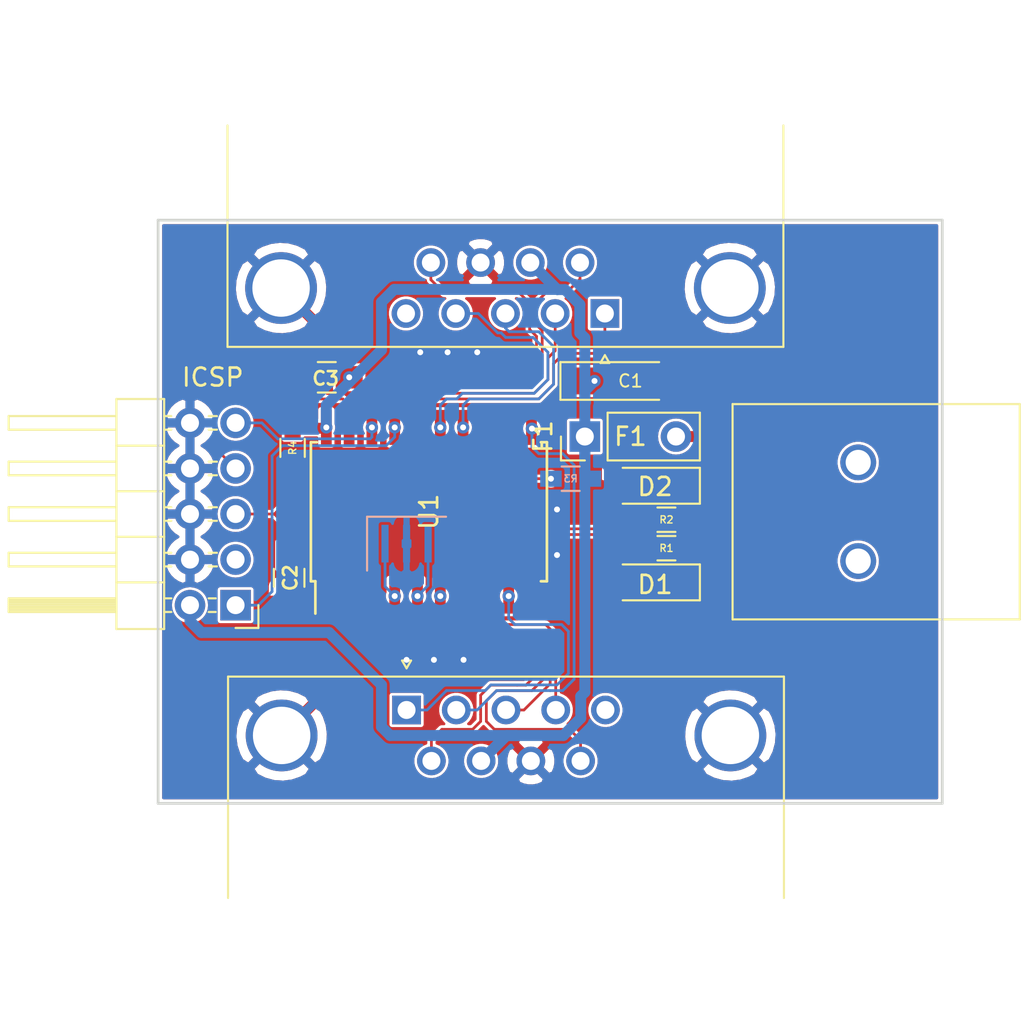
<source format=kicad_pcb>
(kicad_pcb (version 4) (host pcbnew 4.0.7-e2-6376~58~ubuntu16.04.1)

  (general
    (links 56)
    (no_connects 0)
    (area 153.346599 73.0886 210.7144 134.0214)
    (thickness 1.6)
    (drawings 4)
    (tracks 335)
    (zones 0)
    (modules 16)
    (nets 26)
  )

  (page A4)
  (layers
    (0 F.Cu signal)
    (31 B.Cu signal)
    (32 B.Adhes user)
    (33 F.Adhes user)
    (34 B.Paste user)
    (35 F.Paste user)
    (36 B.SilkS user)
    (37 F.SilkS user)
    (38 B.Mask user)
    (39 F.Mask user)
    (40 Dwgs.User user)
    (41 Cmts.User user)
    (42 Eco1.User user)
    (43 Eco2.User user)
    (44 Edge.Cuts user)
    (45 Margin user)
    (46 B.CrtYd user)
    (47 F.CrtYd user)
    (48 B.Fab user)
    (49 F.Fab user)
  )

  (setup
    (last_trace_width 0.1524)
    (trace_clearance 0.1524)
    (zone_clearance 0.1524)
    (zone_45_only no)
    (trace_min 0.1524)
    (segment_width 0.2)
    (edge_width 0.15)
    (via_size 0.6858)
    (via_drill 0.3302)
    (via_min_size 0.6096)
    (via_min_drill 0.3302)
    (uvia_size 0.6858)
    (uvia_drill 0.3302)
    (uvias_allowed no)
    (uvia_min_size 0)
    (uvia_min_drill 0)
    (pcb_text_width 0.3)
    (pcb_text_size 1.5 1.5)
    (mod_edge_width 0.15)
    (mod_text_size 1 1)
    (mod_text_width 0.15)
    (pad_size 1.7 1.7)
    (pad_drill 0)
    (pad_to_mask_clearance 0.2)
    (aux_axis_origin 0 0)
    (visible_elements FFFFFF7F)
    (pcbplotparams
      (layerselection 0x00030_80000001)
      (usegerberextensions false)
      (excludeedgelayer true)
      (linewidth 0.100000)
      (plotframeref false)
      (viasonmask false)
      (mode 1)
      (useauxorigin false)
      (hpglpennumber 1)
      (hpglpenspeed 20)
      (hpglpendiameter 15)
      (hpglpenoverlay 2)
      (psnegative false)
      (psa4output false)
      (plotreference true)
      (plotvalue true)
      (plotinvisibletext false)
      (padsonsilk false)
      (subtractmaskfromsilk false)
      (outputformat 1)
      (mirror false)
      (drillshape 1)
      (scaleselection 1)
      (outputdirectory ""))
  )

  (net 0 "")
  (net 1 VCC)
  (net 2 GND)
  (net 3 Reset)
  (net 4 D+_RAW)
  (net 5 D-_RAW)
  (net 6 "Net-(F1-Pad2)")
  (net 7 J1_U)
  (net 8 J1_D)
  (net 9 J1_L)
  (net 10 J1_R)
  (net 11 "Net-(J1-Pad5)")
  (net 12 J1_B1)
  (net 13 J1_B2)
  (net 14 J2_U)
  (net 15 J2_D)
  (net 16 J2_L)
  (net 17 J2_R)
  (net 18 "Net-(J2-Pad5)")
  (net 19 J2_B1)
  (net 20 J2_B2)
  (net 21 "Net-(J4-Pad3)")
  (net 22 D+)
  (net 23 D-)
  (net 24 "Net-(U1-Pad4)")
  (net 25 "Net-(U1-Pad5)")

  (net_class Default "Dies ist die voreingestellte Netzklasse."
    (clearance 0.1524)
    (trace_width 0.1524)
    (via_dia 0.6858)
    (via_drill 0.3302)
    (uvia_dia 0.6858)
    (uvia_drill 0.3302)
    (add_net D+)
    (add_net D+_RAW)
    (add_net D-)
    (add_net D-_RAW)
    (add_net J1_B1)
    (add_net J1_B2)
    (add_net J1_D)
    (add_net J1_L)
    (add_net J1_R)
    (add_net J1_U)
    (add_net J2_B1)
    (add_net J2_B2)
    (add_net J2_D)
    (add_net J2_L)
    (add_net J2_R)
    (add_net J2_U)
    (add_net "Net-(J1-Pad5)")
    (add_net "Net-(J2-Pad5)")
    (add_net "Net-(J4-Pad3)")
    (add_net "Net-(U1-Pad4)")
    (add_net "Net-(U1-Pad5)")
    (add_net Reset)
  )

  (net_class Power ""
    (clearance 0.1524)
    (trace_width 0.6096)
    (via_dia 0.6858)
    (via_drill 0.3302)
    (uvia_dia 0.6858)
    (uvia_drill 0.3302)
    (add_net GND)
    (add_net "Net-(F1-Pad2)")
    (add_net VCC)
  )

  (net_class Signal ""
    (clearance 0.1524)
    (trace_width 0.3048)
    (via_dia 0.6858)
    (via_drill 0.3302)
    (uvia_dia 0.6858)
    (uvia_drill 0.3302)
  )

  (module Connectors_DSub:DSUB-9_Male_Horizontal_Pitch2.77x2.84mm_EdgePinOffset7.70mm_Housed_MountingHolesOffset9.12mm (layer F.Cu) (tedit 5B048C37) (tstamp 5AFD9C3E)
    (at 176.149 114.554)
    (descr "9-pin D-Sub connector, horizontal/angled (90 deg), THT-mount, male, pitch 2.77x2.84mm, pin-PCB-offset 7.699999999999999mm, distance of mounting holes 25mm, distance of mounting holes to PCB edge 9.12mm, see https://disti-assets.s3.amazonaws.com/tonar/files/datasheets/16730.pdf")
    (tags "9-pin D-Sub connector horizontal angled 90deg THT male pitch 2.77x2.84mm pin-PCB-offset 7.699999999999999mm mounting-holes-distance 25mm mounting-hole-offset 25mm")
    (path /5AEDC371)
    (fp_text reference J2 (at 5.54 -2.8) (layer F.SilkS) hide
      (effects (font (size 1 1) (thickness 0.15)))
    )
    (fp_text value Joystick2 (at 5.54 18.44) (layer F.Fab) hide
      (effects (font (size 1 1) (thickness 0.15)))
    )
    (fp_arc (start -6.96 1.42) (end -8.56 1.42) (angle 180) (layer F.Fab) (width 0.1))
    (fp_arc (start 18.04 1.42) (end 16.44 1.42) (angle 180) (layer F.Fab) (width 0.1))
    (fp_line (start -9.885 -1.8) (end -9.885 10.54) (layer F.Fab) (width 0.1))
    (fp_line (start -9.885 10.54) (end 20.965 10.54) (layer F.Fab) (width 0.1))
    (fp_line (start 20.965 10.54) (end 20.965 -1.8) (layer F.Fab) (width 0.1))
    (fp_line (start 20.965 -1.8) (end -9.885 -1.8) (layer F.Fab) (width 0.1))
    (fp_line (start -9.885 10.54) (end -9.885 10.94) (layer F.Fab) (width 0.1))
    (fp_line (start -9.885 10.94) (end 20.965 10.94) (layer F.Fab) (width 0.1))
    (fp_line (start 20.965 10.94) (end 20.965 10.54) (layer F.Fab) (width 0.1))
    (fp_line (start 20.965 10.54) (end -9.885 10.54) (layer F.Fab) (width 0.1))
    (fp_line (start -2.61 10.94) (end -2.61 16.94) (layer F.Fab) (width 0.1))
    (fp_line (start -2.61 16.94) (end 13.69 16.94) (layer F.Fab) (width 0.1))
    (fp_line (start 13.69 16.94) (end 13.69 10.94) (layer F.Fab) (width 0.1))
    (fp_line (start 13.69 10.94) (end -2.61 10.94) (layer F.Fab) (width 0.1))
    (fp_line (start -9.46 10.94) (end -9.46 15.94) (layer F.Fab) (width 0.1))
    (fp_line (start -9.46 15.94) (end -4.46 15.94) (layer F.Fab) (width 0.1))
    (fp_line (start -4.46 15.94) (end -4.46 10.94) (layer F.Fab) (width 0.1))
    (fp_line (start -4.46 10.94) (end -9.46 10.94) (layer F.Fab) (width 0.1))
    (fp_line (start 15.54 10.94) (end 15.54 15.94) (layer F.Fab) (width 0.1))
    (fp_line (start 15.54 15.94) (end 20.54 15.94) (layer F.Fab) (width 0.1))
    (fp_line (start 20.54 15.94) (end 20.54 10.94) (layer F.Fab) (width 0.1))
    (fp_line (start 20.54 10.94) (end 15.54 10.94) (layer F.Fab) (width 0.1))
    (fp_line (start -8.56 10.54) (end -8.56 1.42) (layer F.Fab) (width 0.1))
    (fp_line (start -5.36 10.54) (end -5.36 1.42) (layer F.Fab) (width 0.1))
    (fp_line (start 16.44 10.54) (end 16.44 1.42) (layer F.Fab) (width 0.1))
    (fp_line (start 19.64 10.54) (end 19.64 1.42) (layer F.Fab) (width 0.1))
    (fp_line (start -9.945 10.48) (end -9.945 -1.86) (layer F.SilkS) (width 0.12))
    (fp_line (start -9.945 -1.86) (end 21.025 -1.86) (layer F.SilkS) (width 0.12))
    (fp_line (start 21.025 -1.86) (end 21.025 10.48) (layer F.SilkS) (width 0.12))
    (fp_line (start -0.25 -2.754338) (end 0.25 -2.754338) (layer F.SilkS) (width 0.12))
    (fp_line (start 0.25 -2.754338) (end 0 -2.321325) (layer F.SilkS) (width 0.12))
    (fp_line (start 0 -2.321325) (end -0.25 -2.754338) (layer F.SilkS) (width 0.12))
    (fp_line (start -10.4 -2.35) (end -10.4 17.45) (layer F.CrtYd) (width 0.05))
    (fp_line (start -10.4 17.45) (end 21.5 17.45) (layer F.CrtYd) (width 0.05))
    (fp_line (start 21.5 17.45) (end 21.5 -2.35) (layer F.CrtYd) (width 0.05))
    (fp_line (start 21.5 -2.35) (end -10.4 -2.35) (layer F.CrtYd) (width 0.05))
    (fp_text user %R (at 5.54 13.94) (layer F.Fab) hide
      (effects (font (size 1 1) (thickness 0.15)))
    )
    (pad 1 thru_hole rect (at 0 0) (size 1.6 1.6) (drill 1) (layers *.Cu *.Mask)
      (net 14 J2_U))
    (pad 2 thru_hole circle (at 2.77 0) (size 1.6 1.6) (drill 1) (layers *.Cu *.Mask)
      (net 15 J2_D))
    (pad 3 thru_hole circle (at 5.54 0) (size 1.6 1.6) (drill 1) (layers *.Cu *.Mask)
      (net 16 J2_L))
    (pad 4 thru_hole circle (at 8.31 0) (size 1.6 1.6) (drill 1) (layers *.Cu *.Mask)
      (net 17 J2_R))
    (pad 5 thru_hole circle (at 11.08 0) (size 1.6 1.6) (drill 1) (layers *.Cu *.Mask)
      (net 18 "Net-(J2-Pad5)"))
    (pad 6 thru_hole circle (at 1.385 2.84) (size 1.6 1.6) (drill 1) (layers *.Cu *.Mask)
      (net 19 J2_B1))
    (pad 7 thru_hole circle (at 4.155 2.84) (size 1.6 1.6) (drill 1) (layers *.Cu *.Mask)
      (net 1 VCC))
    (pad 8 thru_hole circle (at 6.925 2.84) (size 1.6 1.6) (drill 1) (layers *.Cu *.Mask)
      (net 2 GND))
    (pad 9 thru_hole circle (at 9.695 2.84) (size 1.6 1.6) (drill 1) (layers *.Cu *.Mask)
      (net 20 J2_B2))
    (pad 0 thru_hole circle (at -6.96 1.42) (size 4 4) (drill 3.2) (layers *.Cu *.Mask)
      (net 2 GND))
    (pad 0 thru_hole circle (at 18.04 1.42) (size 4 4) (drill 3.2) (layers *.Cu *.Mask)
      (net 2 GND))
    (model ${KISYS3DMOD}/Connectors_DSub.3dshapes/DSUB-9_Male_Horizontal_Pitch2.77x2.84mm_EdgePinOffset7.70mm_Housed_MountingHolesOffset9.12mm.wrl
      (at (xyz 0 0 0))
      (scale (xyz 1 1 1))
      (rotate (xyz 0 0 0))
    )
  )

  (module Connectors_DSub:DSUB-9_Male_Horizontal_Pitch2.77x2.84mm_EdgePinOffset7.70mm_Housed_MountingHolesOffset9.12mm (layer F.Cu) (tedit 5B048C2E) (tstamp 5AFD9C2F)
    (at 187.198 92.456 180)
    (descr "9-pin D-Sub connector, horizontal/angled (90 deg), THT-mount, male, pitch 2.77x2.84mm, pin-PCB-offset 7.699999999999999mm, distance of mounting holes 25mm, distance of mounting holes to PCB edge 9.12mm, see https://disti-assets.s3.amazonaws.com/tonar/files/datasheets/16730.pdf")
    (tags "9-pin D-Sub connector horizontal angled 90deg THT male pitch 2.77x2.84mm pin-PCB-offset 7.699999999999999mm mounting-holes-distance 25mm mounting-hole-offset 25mm")
    (path /5AEDBBE7)
    (fp_text reference J1 (at 5.54 -2.8 180) (layer F.SilkS) hide
      (effects (font (size 1 1) (thickness 0.15)))
    )
    (fp_text value Joystick1 (at 5.54 18.44 180) (layer F.Fab) hide
      (effects (font (size 1 1) (thickness 0.15)))
    )
    (fp_arc (start -6.96 1.42) (end -8.56 1.42) (angle 180) (layer F.Fab) (width 0.1))
    (fp_arc (start 18.04 1.42) (end 16.44 1.42) (angle 180) (layer F.Fab) (width 0.1))
    (fp_line (start -9.885 -1.8) (end -9.885 10.54) (layer F.Fab) (width 0.1))
    (fp_line (start -9.885 10.54) (end 20.965 10.54) (layer F.Fab) (width 0.1))
    (fp_line (start 20.965 10.54) (end 20.965 -1.8) (layer F.Fab) (width 0.1))
    (fp_line (start 20.965 -1.8) (end -9.885 -1.8) (layer F.Fab) (width 0.1))
    (fp_line (start -9.885 10.54) (end -9.885 10.94) (layer F.Fab) (width 0.1))
    (fp_line (start -9.885 10.94) (end 20.965 10.94) (layer F.Fab) (width 0.1))
    (fp_line (start 20.965 10.94) (end 20.965 10.54) (layer F.Fab) (width 0.1))
    (fp_line (start 20.965 10.54) (end -9.885 10.54) (layer F.Fab) (width 0.1))
    (fp_line (start -2.61 10.94) (end -2.61 16.94) (layer F.Fab) (width 0.1))
    (fp_line (start -2.61 16.94) (end 13.69 16.94) (layer F.Fab) (width 0.1))
    (fp_line (start 13.69 16.94) (end 13.69 10.94) (layer F.Fab) (width 0.1))
    (fp_line (start 13.69 10.94) (end -2.61 10.94) (layer F.Fab) (width 0.1))
    (fp_line (start -9.46 10.94) (end -9.46 15.94) (layer F.Fab) (width 0.1))
    (fp_line (start -9.46 15.94) (end -4.46 15.94) (layer F.Fab) (width 0.1))
    (fp_line (start -4.46 15.94) (end -4.46 10.94) (layer F.Fab) (width 0.1))
    (fp_line (start -4.46 10.94) (end -9.46 10.94) (layer F.Fab) (width 0.1))
    (fp_line (start 15.54 10.94) (end 15.54 15.94) (layer F.Fab) (width 0.1))
    (fp_line (start 15.54 15.94) (end 20.54 15.94) (layer F.Fab) (width 0.1))
    (fp_line (start 20.54 15.94) (end 20.54 10.94) (layer F.Fab) (width 0.1))
    (fp_line (start 20.54 10.94) (end 15.54 10.94) (layer F.Fab) (width 0.1))
    (fp_line (start -8.56 10.54) (end -8.56 1.42) (layer F.Fab) (width 0.1))
    (fp_line (start -5.36 10.54) (end -5.36 1.42) (layer F.Fab) (width 0.1))
    (fp_line (start 16.44 10.54) (end 16.44 1.42) (layer F.Fab) (width 0.1))
    (fp_line (start 19.64 10.54) (end 19.64 1.42) (layer F.Fab) (width 0.1))
    (fp_line (start -9.945 10.48) (end -9.945 -1.86) (layer F.SilkS) (width 0.12))
    (fp_line (start -9.945 -1.86) (end 21.025 -1.86) (layer F.SilkS) (width 0.12))
    (fp_line (start 21.025 -1.86) (end 21.025 10.48) (layer F.SilkS) (width 0.12))
    (fp_line (start -0.25 -2.754338) (end 0.25 -2.754338) (layer F.SilkS) (width 0.12))
    (fp_line (start 0.25 -2.754338) (end 0 -2.321325) (layer F.SilkS) (width 0.12))
    (fp_line (start 0 -2.321325) (end -0.25 -2.754338) (layer F.SilkS) (width 0.12))
    (fp_line (start -10.4 -2.35) (end -10.4 17.45) (layer F.CrtYd) (width 0.05))
    (fp_line (start -10.4 17.45) (end 21.5 17.45) (layer F.CrtYd) (width 0.05))
    (fp_line (start 21.5 17.45) (end 21.5 -2.35) (layer F.CrtYd) (width 0.05))
    (fp_line (start 21.5 -2.35) (end -10.4 -2.35) (layer F.CrtYd) (width 0.05))
    (fp_text user %R (at 5.54 13.94 180) (layer F.Fab) hide
      (effects (font (size 1 1) (thickness 0.15)))
    )
    (pad 1 thru_hole rect (at 0 0 180) (size 1.6 1.6) (drill 1) (layers *.Cu *.Mask)
      (net 7 J1_U))
    (pad 2 thru_hole circle (at 2.77 0 180) (size 1.6 1.6) (drill 1) (layers *.Cu *.Mask)
      (net 8 J1_D))
    (pad 3 thru_hole circle (at 5.54 0 180) (size 1.6 1.6) (drill 1) (layers *.Cu *.Mask)
      (net 9 J1_L))
    (pad 4 thru_hole circle (at 8.31 0 180) (size 1.6 1.6) (drill 1) (layers *.Cu *.Mask)
      (net 10 J1_R))
    (pad 5 thru_hole circle (at 11.08 0 180) (size 1.6 1.6) (drill 1) (layers *.Cu *.Mask)
      (net 11 "Net-(J1-Pad5)"))
    (pad 6 thru_hole circle (at 1.385 2.84 180) (size 1.6 1.6) (drill 1) (layers *.Cu *.Mask)
      (net 12 J1_B1))
    (pad 7 thru_hole circle (at 4.155 2.84 180) (size 1.6 1.6) (drill 1) (layers *.Cu *.Mask)
      (net 1 VCC))
    (pad 8 thru_hole circle (at 6.925 2.84 180) (size 1.6 1.6) (drill 1) (layers *.Cu *.Mask)
      (net 2 GND))
    (pad 9 thru_hole circle (at 9.695 2.84 180) (size 1.6 1.6) (drill 1) (layers *.Cu *.Mask)
      (net 13 J1_B2))
    (pad 0 thru_hole circle (at -6.96 1.42 180) (size 4 4) (drill 3.2) (layers *.Cu *.Mask)
      (net 2 GND))
    (pad 0 thru_hole circle (at 18.04 1.42 180) (size 4 4) (drill 3.2) (layers *.Cu *.Mask)
      (net 2 GND))
    (model ${KISYS3DMOD}/Connectors_DSub.3dshapes/DSUB-9_Male_Horizontal_Pitch2.77x2.84mm_EdgePinOffset7.70mm_Housed_MountingHolesOffset9.12mm.wrl
      (at (xyz 0 0 0))
      (scale (xyz 1 1 1))
      (rotate (xyz 0 0 0))
    )
  )

  (module Resistors_SMD:R_0603_HandSoldering (layer F.Cu) (tedit 5B048FF5) (tstamp 5AFD9C5C)
    (at 190.627 105.537)
    (descr "Resistor SMD 0603, hand soldering")
    (tags "resistor 0603")
    (path /5AEDEF32)
    (attr smd)
    (fp_text reference R1 (at 0 -1.45) (layer F.SilkS) hide
      (effects (font (size 1 1) (thickness 0.15)))
    )
    (fp_text value 68 (at 0 1.55) (layer F.Fab) hide
      (effects (font (size 1 1) (thickness 0.15)))
    )
    (fp_text user %R (at 0 0) (layer F.SilkS)
      (effects (font (size 0.4 0.4) (thickness 0.075)))
    )
    (fp_line (start -0.8 0.4) (end -0.8 -0.4) (layer F.Fab) (width 0.1))
    (fp_line (start 0.8 0.4) (end -0.8 0.4) (layer F.Fab) (width 0.1))
    (fp_line (start 0.8 -0.4) (end 0.8 0.4) (layer F.Fab) (width 0.1))
    (fp_line (start -0.8 -0.4) (end 0.8 -0.4) (layer F.Fab) (width 0.1))
    (fp_line (start 0.5 0.68) (end -0.5 0.68) (layer F.SilkS) (width 0.12))
    (fp_line (start -0.5 -0.68) (end 0.5 -0.68) (layer F.SilkS) (width 0.12))
    (fp_line (start -1.96 -0.7) (end 1.95 -0.7) (layer F.CrtYd) (width 0.05))
    (fp_line (start -1.96 -0.7) (end -1.96 0.7) (layer F.CrtYd) (width 0.05))
    (fp_line (start 1.95 0.7) (end 1.95 -0.7) (layer F.CrtYd) (width 0.05))
    (fp_line (start 1.95 0.7) (end -1.96 0.7) (layer F.CrtYd) (width 0.05))
    (pad 1 smd rect (at -1.1 0) (size 1.2 0.9) (layers F.Cu F.Paste F.Mask)
      (net 22 D+))
    (pad 2 smd rect (at 1.1 0) (size 1.2 0.9) (layers F.Cu F.Paste F.Mask)
      (net 4 D+_RAW))
    (model ${KISYS3DMOD}/Resistors_SMD.3dshapes/R_0603.wrl
      (at (xyz 0 0 0))
      (scale (xyz 1 1 1))
      (rotate (xyz 0 0 0))
    )
  )

  (module Resistors_SMD:R_0603_HandSoldering (layer F.Cu) (tedit 5B048FF0) (tstamp 5AFD9C62)
    (at 190.627 103.9495)
    (descr "Resistor SMD 0603, hand soldering")
    (tags "resistor 0603")
    (path /5AEDF495)
    (attr smd)
    (fp_text reference R2 (at 0 -1.45) (layer F.SilkS) hide
      (effects (font (size 1 1) (thickness 0.15)))
    )
    (fp_text value 68 (at 0 1.55) (layer F.Fab) hide
      (effects (font (size 1 1) (thickness 0.15)))
    )
    (fp_text user %R (at 0 0) (layer F.SilkS)
      (effects (font (size 0.4 0.4) (thickness 0.075)))
    )
    (fp_line (start -0.8 0.4) (end -0.8 -0.4) (layer F.Fab) (width 0.1))
    (fp_line (start 0.8 0.4) (end -0.8 0.4) (layer F.Fab) (width 0.1))
    (fp_line (start 0.8 -0.4) (end 0.8 0.4) (layer F.Fab) (width 0.1))
    (fp_line (start -0.8 -0.4) (end 0.8 -0.4) (layer F.Fab) (width 0.1))
    (fp_line (start 0.5 0.68) (end -0.5 0.68) (layer F.SilkS) (width 0.12))
    (fp_line (start -0.5 -0.68) (end 0.5 -0.68) (layer F.SilkS) (width 0.12))
    (fp_line (start -1.96 -0.7) (end 1.95 -0.7) (layer F.CrtYd) (width 0.05))
    (fp_line (start -1.96 -0.7) (end -1.96 0.7) (layer F.CrtYd) (width 0.05))
    (fp_line (start 1.95 0.7) (end 1.95 -0.7) (layer F.CrtYd) (width 0.05))
    (fp_line (start 1.95 0.7) (end -1.96 0.7) (layer F.CrtYd) (width 0.05))
    (pad 1 smd rect (at -1.1 0) (size 1.2 0.9) (layers F.Cu F.Paste F.Mask)
      (net 23 D-))
    (pad 2 smd rect (at 1.1 0) (size 1.2 0.9) (layers F.Cu F.Paste F.Mask)
      (net 5 D-_RAW))
    (model ${KISYS3DMOD}/Resistors_SMD.3dshapes/R_0603.wrl
      (at (xyz 0 0 0))
      (scale (xyz 1 1 1))
      (rotate (xyz 0 0 0))
    )
  )

  (module Resistors_SMD:R_0603_HandSoldering (layer B.Cu) (tedit 5B04903D) (tstamp 5AFD9C68)
    (at 185.293 101.6635 180)
    (descr "Resistor SMD 0603, hand soldering")
    (tags "resistor 0603")
    (path /5AEDF9DE)
    (attr smd)
    (fp_text reference R3 (at 0 1.45 180) (layer B.SilkS) hide
      (effects (font (size 1 1) (thickness 0.15)) (justify mirror))
    )
    (fp_text value 1k5 (at 0 -1.55 180) (layer B.Fab) hide
      (effects (font (size 1 1) (thickness 0.15)) (justify mirror))
    )
    (fp_text user %R (at 0 0 180) (layer B.SilkS)
      (effects (font (size 0.4 0.4) (thickness 0.075)) (justify mirror))
    )
    (fp_line (start -0.8 -0.4) (end -0.8 0.4) (layer B.Fab) (width 0.1))
    (fp_line (start 0.8 -0.4) (end -0.8 -0.4) (layer B.Fab) (width 0.1))
    (fp_line (start 0.8 0.4) (end 0.8 -0.4) (layer B.Fab) (width 0.1))
    (fp_line (start -0.8 0.4) (end 0.8 0.4) (layer B.Fab) (width 0.1))
    (fp_line (start 0.5 -0.68) (end -0.5 -0.68) (layer B.SilkS) (width 0.12))
    (fp_line (start -0.5 0.68) (end 0.5 0.68) (layer B.SilkS) (width 0.12))
    (fp_line (start -1.96 0.7) (end 1.95 0.7) (layer B.CrtYd) (width 0.05))
    (fp_line (start -1.96 0.7) (end -1.96 -0.7) (layer B.CrtYd) (width 0.05))
    (fp_line (start 1.95 -0.7) (end 1.95 0.7) (layer B.CrtYd) (width 0.05))
    (fp_line (start 1.95 -0.7) (end -1.96 -0.7) (layer B.CrtYd) (width 0.05))
    (pad 1 smd rect (at -1.1 0 180) (size 1.2 0.9) (layers B.Cu B.Paste B.Mask)
      (net 1 VCC))
    (pad 2 smd rect (at 1.1 0 180) (size 1.2 0.9) (layers B.Cu B.Paste B.Mask)
      (net 23 D-))
    (model ${KISYS3DMOD}/Resistors_SMD.3dshapes/R_0603.wrl
      (at (xyz 0 0 0))
      (scale (xyz 1 1 1))
      (rotate (xyz 0 0 0))
    )
  )

  (module Resistors_SMD:R_0603_HandSoldering (layer F.Cu) (tedit 5B048FCA) (tstamp 5AFD9C6E)
    (at 169.799 99.949 270)
    (descr "Resistor SMD 0603, hand soldering")
    (tags "resistor 0603")
    (path /5AEDD66A)
    (attr smd)
    (fp_text reference R4 (at 0 -1.45 270) (layer F.SilkS) hide
      (effects (font (size 1 1) (thickness 0.15)))
    )
    (fp_text value 10k (at 0 1.55 270) (layer F.Fab) hide
      (effects (font (size 1 1) (thickness 0.15)))
    )
    (fp_text user %R (at 0 0 270) (layer F.SilkS)
      (effects (font (size 0.4 0.4) (thickness 0.075)))
    )
    (fp_line (start -0.8 0.4) (end -0.8 -0.4) (layer F.Fab) (width 0.1))
    (fp_line (start 0.8 0.4) (end -0.8 0.4) (layer F.Fab) (width 0.1))
    (fp_line (start 0.8 -0.4) (end 0.8 0.4) (layer F.Fab) (width 0.1))
    (fp_line (start -0.8 -0.4) (end 0.8 -0.4) (layer F.Fab) (width 0.1))
    (fp_line (start 0.5 0.68) (end -0.5 0.68) (layer F.SilkS) (width 0.12))
    (fp_line (start -0.5 -0.68) (end 0.5 -0.68) (layer F.SilkS) (width 0.12))
    (fp_line (start -1.96 -0.7) (end 1.95 -0.7) (layer F.CrtYd) (width 0.05))
    (fp_line (start -1.96 -0.7) (end -1.96 0.7) (layer F.CrtYd) (width 0.05))
    (fp_line (start 1.95 0.7) (end 1.95 -0.7) (layer F.CrtYd) (width 0.05))
    (fp_line (start 1.95 0.7) (end -1.96 0.7) (layer F.CrtYd) (width 0.05))
    (pad 1 smd rect (at -1.1 0 270) (size 1.2 0.9) (layers F.Cu F.Paste F.Mask)
      (net 1 VCC))
    (pad 2 smd rect (at 1.1 0 270) (size 1.2 0.9) (layers F.Cu F.Paste F.Mask)
      (net 3 Reset))
    (model ${KISYS3DMOD}/Resistors_SMD.3dshapes/R_0603.wrl
      (at (xyz 0 0 0))
      (scale (xyz 1 1 1))
      (rotate (xyz 0 0 0))
    )
  )

  (module Housings_SOIC:SOIC-20W_7.5x12.8mm_Pitch1.27mm (layer F.Cu) (tedit 5B048FD7) (tstamp 5AFD9C86)
    (at 177.3936 103.505 90)
    (descr "20-Lead Plastic Small Outline (SO) - Wide, 7.50 mm Body [SOIC] (see Microchip Packaging Specification 00000049BS.pdf)")
    (tags "SOIC 1.27")
    (path /5AEDCB4C)
    (attr smd)
    (fp_text reference U1 (at 0 -7.5 90) (layer F.SilkS) hide
      (effects (font (size 1 1) (thickness 0.15)))
    )
    (fp_text value ATTINY2313-20SU (at 0 7.5 90) (layer F.Fab) hide
      (effects (font (size 1 1) (thickness 0.15)))
    )
    (fp_text user %R (at 0 0 90) (layer F.SilkS)
      (effects (font (size 1 1) (thickness 0.15)))
    )
    (fp_line (start -2.75 -6.4) (end 3.75 -6.4) (layer F.Fab) (width 0.15))
    (fp_line (start 3.75 -6.4) (end 3.75 6.4) (layer F.Fab) (width 0.15))
    (fp_line (start 3.75 6.4) (end -3.75 6.4) (layer F.Fab) (width 0.15))
    (fp_line (start -3.75 6.4) (end -3.75 -5.4) (layer F.Fab) (width 0.15))
    (fp_line (start -3.75 -5.4) (end -2.75 -6.4) (layer F.Fab) (width 0.15))
    (fp_line (start -5.95 -6.75) (end -5.95 6.75) (layer F.CrtYd) (width 0.05))
    (fp_line (start 5.95 -6.75) (end 5.95 6.75) (layer F.CrtYd) (width 0.05))
    (fp_line (start -5.95 -6.75) (end 5.95 -6.75) (layer F.CrtYd) (width 0.05))
    (fp_line (start -5.95 6.75) (end 5.95 6.75) (layer F.CrtYd) (width 0.05))
    (fp_line (start -3.875 -6.575) (end -3.875 -6.325) (layer F.SilkS) (width 0.15))
    (fp_line (start 3.875 -6.575) (end 3.875 -6.24) (layer F.SilkS) (width 0.15))
    (fp_line (start 3.875 6.575) (end 3.875 6.24) (layer F.SilkS) (width 0.15))
    (fp_line (start -3.875 6.575) (end -3.875 6.24) (layer F.SilkS) (width 0.15))
    (fp_line (start -3.875 -6.575) (end 3.875 -6.575) (layer F.SilkS) (width 0.15))
    (fp_line (start -3.875 6.575) (end 3.875 6.575) (layer F.SilkS) (width 0.15))
    (fp_line (start -3.875 -6.325) (end -5.675 -6.325) (layer F.SilkS) (width 0.15))
    (pad 1 smd rect (at -4.7 -5.715 90) (size 1.95 0.6) (layers F.Cu F.Paste F.Mask)
      (net 3 Reset))
    (pad 2 smd rect (at -4.7 -4.445 90) (size 1.95 0.6) (layers F.Cu F.Paste F.Mask)
      (net 19 J2_B1))
    (pad 3 smd rect (at -4.7 -3.175 90) (size 1.95 0.6) (layers F.Cu F.Paste F.Mask)
      (net 20 J2_B2))
    (pad 4 smd rect (at -4.7 -1.905 90) (size 1.95 0.6) (layers F.Cu F.Paste F.Mask)
      (net 24 "Net-(U1-Pad4)"))
    (pad 5 smd rect (at -4.7 -0.635 90) (size 1.95 0.6) (layers F.Cu F.Paste F.Mask)
      (net 25 "Net-(U1-Pad5)"))
    (pad 6 smd rect (at -4.7 0.635 90) (size 1.95 0.6) (layers F.Cu F.Paste F.Mask)
      (net 22 D+))
    (pad 7 smd rect (at -4.7 1.905 90) (size 1.95 0.6) (layers F.Cu F.Paste F.Mask)
      (net 16 J2_L))
    (pad 8 smd rect (at -4.7 3.175 90) (size 1.95 0.6) (layers F.Cu F.Paste F.Mask)
      (net 17 J2_R))
    (pad 9 smd rect (at -4.7 4.445 90) (size 1.95 0.6) (layers F.Cu F.Paste F.Mask)
      (net 14 J2_U))
    (pad 10 smd rect (at -4.7 5.715 90) (size 1.95 0.6) (layers F.Cu F.Paste F.Mask)
      (net 2 GND))
    (pad 11 smd rect (at 4.7 5.715 90) (size 1.95 0.6) (layers F.Cu F.Paste F.Mask)
      (net 15 J2_D))
    (pad 12 smd rect (at 4.7 4.445 90) (size 1.95 0.6) (layers F.Cu F.Paste F.Mask)
      (net 23 D-))
    (pad 13 smd rect (at 4.7 3.175 90) (size 1.95 0.6) (layers F.Cu F.Paste F.Mask)
      (net 22 D+))
    (pad 14 smd rect (at 4.7 1.905 90) (size 1.95 0.6) (layers F.Cu F.Paste F.Mask)
      (net 9 J1_L))
    (pad 15 smd rect (at 4.7 0.635 90) (size 1.95 0.6) (layers F.Cu F.Paste F.Mask)
      (net 10 J1_R))
    (pad 16 smd rect (at 4.7 -0.635 90) (size 1.95 0.6) (layers F.Cu F.Paste F.Mask)
      (net 7 J1_U))
    (pad 17 smd rect (at 4.7 -1.905 90) (size 1.95 0.6) (layers F.Cu F.Paste F.Mask)
      (net 8 J1_D))
    (pad 18 smd rect (at 4.7 -3.175 90) (size 1.95 0.6) (layers F.Cu F.Paste F.Mask)
      (net 12 J1_B1))
    (pad 19 smd rect (at 4.7 -4.445 90) (size 1.95 0.6) (layers F.Cu F.Paste F.Mask)
      (net 13 J1_B2))
    (pad 20 smd rect (at 4.7 -5.715 90) (size 1.95 0.6) (layers F.Cu F.Paste F.Mask)
      (net 1 VCC))
    (model ${KISYS3DMOD}/Housings_SOIC.3dshapes/SOIC-20W_7.5x12.8mm_Pitch1.27mm.wrl
      (at (xyz 0 0 0))
      (scale (xyz 1 1 1))
      (rotate (xyz 0 0 0))
    )
  )

  (module Pin_Headers:Pin_Header_Straight_1x03_Pitch2.54mm (layer F.Cu) (tedit 5B048FE3) (tstamp 5AFDA011)
    (at 186.0804 99.314 90)
    (descr "Through hole straight pin header, 1x03, 2.54mm pitch, single row")
    (tags "Through hole pin header THT 1x03 2.54mm single row")
    (path /5AEDB9B7)
    (fp_text reference F1 (at 0 -2.33 90) (layer F.SilkS)
      (effects (font (size 1 1) (thickness 0.15)))
    )
    (fp_text value Polyfuse (at 0 7.41 90) (layer F.Fab) hide
      (effects (font (size 1 1) (thickness 0.15)))
    )
    (fp_line (start -0.635 -1.27) (end 1.27 -1.27) (layer F.Fab) (width 0.1))
    (fp_line (start 1.27 -1.27) (end 1.27 6.35) (layer F.Fab) (width 0.1))
    (fp_line (start 1.27 6.35) (end -1.27 6.35) (layer F.Fab) (width 0.1))
    (fp_line (start -1.27 6.35) (end -1.27 -0.635) (layer F.Fab) (width 0.1))
    (fp_line (start -1.27 -0.635) (end -0.635 -1.27) (layer F.Fab) (width 0.1))
    (fp_line (start -1.33 6.41) (end 1.33 6.41) (layer F.SilkS) (width 0.12))
    (fp_line (start -1.33 1.27) (end -1.33 6.41) (layer F.SilkS) (width 0.12))
    (fp_line (start 1.33 1.27) (end 1.33 6.41) (layer F.SilkS) (width 0.12))
    (fp_line (start -1.33 1.27) (end 1.33 1.27) (layer F.SilkS) (width 0.12))
    (fp_line (start -1.33 0) (end -1.33 -1.33) (layer F.SilkS) (width 0.12))
    (fp_line (start -1.33 -1.33) (end 0 -1.33) (layer F.SilkS) (width 0.12))
    (fp_line (start -1.8 -1.8) (end -1.8 6.85) (layer F.CrtYd) (width 0.05))
    (fp_line (start -1.8 6.85) (end 1.8 6.85) (layer F.CrtYd) (width 0.05))
    (fp_line (start 1.8 6.85) (end 1.8 -1.8) (layer F.CrtYd) (width 0.05))
    (fp_line (start 1.8 -1.8) (end -1.8 -1.8) (layer F.CrtYd) (width 0.05))
    (fp_text user %R (at 0 2.54 180) (layer F.SilkS)
      (effects (font (size 1 1) (thickness 0.15)))
    )
    (pad 1 thru_hole rect (at 0 0 90) (size 1.7 1.7) (drill 1) (layers *.Cu *.Mask)
      (net 1 VCC))
    (pad 3 thru_hole oval (at 0 5.08 90) (size 1.7 1.7) (drill 1) (layers *.Cu *.Mask)
      (net 6 "Net-(F1-Pad2)"))
    (model ${KISYS3DMOD}/Pin_Headers.3dshapes/Pin_Header_Straight_1x03_Pitch2.54mm.wrl
      (at (xyz 0 0 0))
      (scale (xyz 1 1 1))
      (rotate (xyz 0 0 0))
    )
  )

  (module Pin_Headers:Pin_Header_Angled_2x05_Pitch2.54mm (layer F.Cu) (tedit 5B048FC0) (tstamp 5AFDA017)
    (at 166.624 108.712 180)
    (descr "Through hole angled pin header, 2x05, 2.54mm pitch, 6mm pin length, double rows")
    (tags "Through hole angled pin header THT 2x05 2.54mm double row")
    (path /5AEDFF07)
    (fp_text reference J4 (at 5.655 -2.27 180) (layer F.SilkS) hide
      (effects (font (size 1 1) (thickness 0.15)))
    )
    (fp_text value ICSP (at 1.27 12.7 180) (layer F.SilkS)
      (effects (font (size 1 1) (thickness 0.15)))
    )
    (fp_line (start 4.675 -1.27) (end 6.58 -1.27) (layer F.Fab) (width 0.1))
    (fp_line (start 6.58 -1.27) (end 6.58 11.43) (layer F.Fab) (width 0.1))
    (fp_line (start 6.58 11.43) (end 4.04 11.43) (layer F.Fab) (width 0.1))
    (fp_line (start 4.04 11.43) (end 4.04 -0.635) (layer F.Fab) (width 0.1))
    (fp_line (start 4.04 -0.635) (end 4.675 -1.27) (layer F.Fab) (width 0.1))
    (fp_line (start -0.32 -0.32) (end 4.04 -0.32) (layer F.Fab) (width 0.1))
    (fp_line (start -0.32 -0.32) (end -0.32 0.32) (layer F.Fab) (width 0.1))
    (fp_line (start -0.32 0.32) (end 4.04 0.32) (layer F.Fab) (width 0.1))
    (fp_line (start 6.58 -0.32) (end 12.58 -0.32) (layer F.Fab) (width 0.1))
    (fp_line (start 12.58 -0.32) (end 12.58 0.32) (layer F.Fab) (width 0.1))
    (fp_line (start 6.58 0.32) (end 12.58 0.32) (layer F.Fab) (width 0.1))
    (fp_line (start -0.32 2.22) (end 4.04 2.22) (layer F.Fab) (width 0.1))
    (fp_line (start -0.32 2.22) (end -0.32 2.86) (layer F.Fab) (width 0.1))
    (fp_line (start -0.32 2.86) (end 4.04 2.86) (layer F.Fab) (width 0.1))
    (fp_line (start 6.58 2.22) (end 12.58 2.22) (layer F.Fab) (width 0.1))
    (fp_line (start 12.58 2.22) (end 12.58 2.86) (layer F.Fab) (width 0.1))
    (fp_line (start 6.58 2.86) (end 12.58 2.86) (layer F.Fab) (width 0.1))
    (fp_line (start -0.32 4.76) (end 4.04 4.76) (layer F.Fab) (width 0.1))
    (fp_line (start -0.32 4.76) (end -0.32 5.4) (layer F.Fab) (width 0.1))
    (fp_line (start -0.32 5.4) (end 4.04 5.4) (layer F.Fab) (width 0.1))
    (fp_line (start 6.58 4.76) (end 12.58 4.76) (layer F.Fab) (width 0.1))
    (fp_line (start 12.58 4.76) (end 12.58 5.4) (layer F.Fab) (width 0.1))
    (fp_line (start 6.58 5.4) (end 12.58 5.4) (layer F.Fab) (width 0.1))
    (fp_line (start -0.32 7.3) (end 4.04 7.3) (layer F.Fab) (width 0.1))
    (fp_line (start -0.32 7.3) (end -0.32 7.94) (layer F.Fab) (width 0.1))
    (fp_line (start -0.32 7.94) (end 4.04 7.94) (layer F.Fab) (width 0.1))
    (fp_line (start 6.58 7.3) (end 12.58 7.3) (layer F.Fab) (width 0.1))
    (fp_line (start 12.58 7.3) (end 12.58 7.94) (layer F.Fab) (width 0.1))
    (fp_line (start 6.58 7.94) (end 12.58 7.94) (layer F.Fab) (width 0.1))
    (fp_line (start -0.32 9.84) (end 4.04 9.84) (layer F.Fab) (width 0.1))
    (fp_line (start -0.32 9.84) (end -0.32 10.48) (layer F.Fab) (width 0.1))
    (fp_line (start -0.32 10.48) (end 4.04 10.48) (layer F.Fab) (width 0.1))
    (fp_line (start 6.58 9.84) (end 12.58 9.84) (layer F.Fab) (width 0.1))
    (fp_line (start 12.58 9.84) (end 12.58 10.48) (layer F.Fab) (width 0.1))
    (fp_line (start 6.58 10.48) (end 12.58 10.48) (layer F.Fab) (width 0.1))
    (fp_line (start 3.98 -1.33) (end 3.98 11.49) (layer F.SilkS) (width 0.12))
    (fp_line (start 3.98 11.49) (end 6.64 11.49) (layer F.SilkS) (width 0.12))
    (fp_line (start 6.64 11.49) (end 6.64 -1.33) (layer F.SilkS) (width 0.12))
    (fp_line (start 6.64 -1.33) (end 3.98 -1.33) (layer F.SilkS) (width 0.12))
    (fp_line (start 6.64 -0.38) (end 12.64 -0.38) (layer F.SilkS) (width 0.12))
    (fp_line (start 12.64 -0.38) (end 12.64 0.38) (layer F.SilkS) (width 0.12))
    (fp_line (start 12.64 0.38) (end 6.64 0.38) (layer F.SilkS) (width 0.12))
    (fp_line (start 6.64 -0.32) (end 12.64 -0.32) (layer F.SilkS) (width 0.12))
    (fp_line (start 6.64 -0.2) (end 12.64 -0.2) (layer F.SilkS) (width 0.12))
    (fp_line (start 6.64 -0.08) (end 12.64 -0.08) (layer F.SilkS) (width 0.12))
    (fp_line (start 6.64 0.04) (end 12.64 0.04) (layer F.SilkS) (width 0.12))
    (fp_line (start 6.64 0.16) (end 12.64 0.16) (layer F.SilkS) (width 0.12))
    (fp_line (start 6.64 0.28) (end 12.64 0.28) (layer F.SilkS) (width 0.12))
    (fp_line (start 3.582929 -0.38) (end 3.98 -0.38) (layer F.SilkS) (width 0.12))
    (fp_line (start 3.582929 0.38) (end 3.98 0.38) (layer F.SilkS) (width 0.12))
    (fp_line (start 1.11 -0.38) (end 1.497071 -0.38) (layer F.SilkS) (width 0.12))
    (fp_line (start 1.11 0.38) (end 1.497071 0.38) (layer F.SilkS) (width 0.12))
    (fp_line (start 3.98 1.27) (end 6.64 1.27) (layer F.SilkS) (width 0.12))
    (fp_line (start 6.64 2.16) (end 12.64 2.16) (layer F.SilkS) (width 0.12))
    (fp_line (start 12.64 2.16) (end 12.64 2.92) (layer F.SilkS) (width 0.12))
    (fp_line (start 12.64 2.92) (end 6.64 2.92) (layer F.SilkS) (width 0.12))
    (fp_line (start 3.582929 2.16) (end 3.98 2.16) (layer F.SilkS) (width 0.12))
    (fp_line (start 3.582929 2.92) (end 3.98 2.92) (layer F.SilkS) (width 0.12))
    (fp_line (start 1.042929 2.16) (end 1.497071 2.16) (layer F.SilkS) (width 0.12))
    (fp_line (start 1.042929 2.92) (end 1.497071 2.92) (layer F.SilkS) (width 0.12))
    (fp_line (start 3.98 3.81) (end 6.64 3.81) (layer F.SilkS) (width 0.12))
    (fp_line (start 6.64 4.7) (end 12.64 4.7) (layer F.SilkS) (width 0.12))
    (fp_line (start 12.64 4.7) (end 12.64 5.46) (layer F.SilkS) (width 0.12))
    (fp_line (start 12.64 5.46) (end 6.64 5.46) (layer F.SilkS) (width 0.12))
    (fp_line (start 3.582929 4.7) (end 3.98 4.7) (layer F.SilkS) (width 0.12))
    (fp_line (start 3.582929 5.46) (end 3.98 5.46) (layer F.SilkS) (width 0.12))
    (fp_line (start 1.042929 4.7) (end 1.497071 4.7) (layer F.SilkS) (width 0.12))
    (fp_line (start 1.042929 5.46) (end 1.497071 5.46) (layer F.SilkS) (width 0.12))
    (fp_line (start 3.98 6.35) (end 6.64 6.35) (layer F.SilkS) (width 0.12))
    (fp_line (start 6.64 7.24) (end 12.64 7.24) (layer F.SilkS) (width 0.12))
    (fp_line (start 12.64 7.24) (end 12.64 8) (layer F.SilkS) (width 0.12))
    (fp_line (start 12.64 8) (end 6.64 8) (layer F.SilkS) (width 0.12))
    (fp_line (start 3.582929 7.24) (end 3.98 7.24) (layer F.SilkS) (width 0.12))
    (fp_line (start 3.582929 8) (end 3.98 8) (layer F.SilkS) (width 0.12))
    (fp_line (start 1.042929 7.24) (end 1.497071 7.24) (layer F.SilkS) (width 0.12))
    (fp_line (start 1.042929 8) (end 1.497071 8) (layer F.SilkS) (width 0.12))
    (fp_line (start 3.98 8.89) (end 6.64 8.89) (layer F.SilkS) (width 0.12))
    (fp_line (start 6.64 9.78) (end 12.64 9.78) (layer F.SilkS) (width 0.12))
    (fp_line (start 12.64 9.78) (end 12.64 10.54) (layer F.SilkS) (width 0.12))
    (fp_line (start 12.64 10.54) (end 6.64 10.54) (layer F.SilkS) (width 0.12))
    (fp_line (start 3.582929 9.78) (end 3.98 9.78) (layer F.SilkS) (width 0.12))
    (fp_line (start 3.582929 10.54) (end 3.98 10.54) (layer F.SilkS) (width 0.12))
    (fp_line (start 1.042929 9.78) (end 1.497071 9.78) (layer F.SilkS) (width 0.12))
    (fp_line (start 1.042929 10.54) (end 1.497071 10.54) (layer F.SilkS) (width 0.12))
    (fp_line (start -1.27 0) (end -1.27 -1.27) (layer F.SilkS) (width 0.12))
    (fp_line (start -1.27 -1.27) (end 0 -1.27) (layer F.SilkS) (width 0.12))
    (fp_line (start -1.8 -1.8) (end -1.8 11.95) (layer F.CrtYd) (width 0.05))
    (fp_line (start -1.8 11.95) (end 13.1 11.95) (layer F.CrtYd) (width 0.05))
    (fp_line (start 13.1 11.95) (end 13.1 -1.8) (layer F.CrtYd) (width 0.05))
    (fp_line (start 13.1 -1.8) (end -1.8 -1.8) (layer F.CrtYd) (width 0.05))
    (fp_text user %R (at 5.31 5.08 270) (layer F.Fab) hide
      (effects (font (size 1 1) (thickness 0.15)))
    )
    (pad 1 thru_hole rect (at 0 0 180) (size 1.7 1.7) (drill 1) (layers *.Cu *.Mask)
      (net 8 J1_D))
    (pad 2 thru_hole oval (at 2.54 0 180) (size 1.7 1.7) (drill 1) (layers *.Cu *.Mask)
      (net 1 VCC))
    (pad 3 thru_hole oval (at 0 2.54 180) (size 1.7 1.7) (drill 1) (layers *.Cu *.Mask)
      (net 21 "Net-(J4-Pad3)"))
    (pad 4 thru_hole oval (at 2.54 2.54 180) (size 1.7 1.7) (drill 1) (layers *.Cu *.Mask)
      (net 2 GND))
    (pad 5 thru_hole oval (at 0 5.08 180) (size 1.7 1.7) (drill 1) (layers *.Cu *.Mask)
      (net 3 Reset))
    (pad 6 thru_hole oval (at 2.54 5.08 180) (size 1.7 1.7) (drill 1) (layers *.Cu *.Mask)
      (net 2 GND))
    (pad 7 thru_hole oval (at 0 7.62 180) (size 1.7 1.7) (drill 1) (layers *.Cu *.Mask)
      (net 13 J1_B2))
    (pad 8 thru_hole oval (at 2.54 7.62 180) (size 1.7 1.7) (drill 1) (layers *.Cu *.Mask)
      (net 2 GND))
    (pad 9 thru_hole oval (at 0 10.16 180) (size 1.7 1.7) (drill 1) (layers *.Cu *.Mask)
      (net 12 J1_B1))
    (pad 10 thru_hole oval (at 2.54 10.16 180) (size 1.7 1.7) (drill 1) (layers *.Cu *.Mask)
      (net 2 GND))
    (model ${KISYS3DMOD}/Pin_Headers.3dshapes/Pin_Header_Angled_2x05_Pitch2.54mm.wrl
      (at (xyz 0 0 0))
      (scale (xyz 1 1 1))
      (rotate (xyz 0 0 0))
    )
  )

  (module Diodes_SMD:D_MiniMELF (layer F.Cu) (tedit 5B04901F) (tstamp 5AFDA0A9)
    (at 189.9412 107.442 180)
    (descr "Diode Mini-MELF")
    (tags "Diode Mini-MELF")
    (path /5AEDEC09)
    (attr smd)
    (fp_text reference D1 (at 0 -2 180) (layer F.SilkS) hide
      (effects (font (size 1 1) (thickness 0.15)))
    )
    (fp_text value D_Zener (at 0 1.75 180) (layer F.Fab) hide
      (effects (font (size 1 1) (thickness 0.15)))
    )
    (fp_text user %R (at -0.0508 -0.127 180) (layer F.SilkS)
      (effects (font (size 1 1) (thickness 0.15)))
    )
    (fp_line (start 1.75 -1) (end -2.55 -1) (layer F.SilkS) (width 0.12))
    (fp_line (start -2.55 -1) (end -2.55 1) (layer F.SilkS) (width 0.12))
    (fp_line (start -2.55 1) (end 1.75 1) (layer F.SilkS) (width 0.12))
    (fp_line (start 1.65 -0.8) (end 1.65 0.8) (layer F.Fab) (width 0.1))
    (fp_line (start 1.65 0.8) (end -1.65 0.8) (layer F.Fab) (width 0.1))
    (fp_line (start -1.65 0.8) (end -1.65 -0.8) (layer F.Fab) (width 0.1))
    (fp_line (start -1.65 -0.8) (end 1.65 -0.8) (layer F.Fab) (width 0.1))
    (fp_line (start 0.25 0) (end 0.75 0) (layer F.Fab) (width 0.1))
    (fp_line (start 0.25 0.4) (end -0.35 0) (layer F.Fab) (width 0.1))
    (fp_line (start 0.25 -0.4) (end 0.25 0.4) (layer F.Fab) (width 0.1))
    (fp_line (start -0.35 0) (end 0.25 -0.4) (layer F.Fab) (width 0.1))
    (fp_line (start -0.35 0) (end -0.35 0.55) (layer F.Fab) (width 0.1))
    (fp_line (start -0.35 0) (end -0.35 -0.55) (layer F.Fab) (width 0.1))
    (fp_line (start -0.75 0) (end -0.35 0) (layer F.Fab) (width 0.1))
    (fp_line (start -2.65 -1.1) (end 2.65 -1.1) (layer F.CrtYd) (width 0.05))
    (fp_line (start 2.65 -1.1) (end 2.65 1.1) (layer F.CrtYd) (width 0.05))
    (fp_line (start 2.65 1.1) (end -2.65 1.1) (layer F.CrtYd) (width 0.05))
    (fp_line (start -2.65 1.1) (end -2.65 -1.1) (layer F.CrtYd) (width 0.05))
    (pad 1 smd rect (at -1.75 0 180) (size 1.3 1.7) (layers F.Cu F.Paste F.Mask)
      (net 4 D+_RAW))
    (pad 2 smd rect (at 1.75 0 180) (size 1.3 1.7) (layers F.Cu F.Paste F.Mask)
      (net 2 GND))
    (model ${KISYS3DMOD}/Diodes_SMD.3dshapes/D_MiniMELF.wrl
      (at (xyz 0 0 0))
      (scale (xyz 1 1 1))
      (rotate (xyz 0 0 0))
    )
  )

  (module Diodes_SMD:D_MiniMELF (layer F.Cu) (tedit 5B049012) (tstamp 5AFDA0AE)
    (at 189.9412 102.0572 180)
    (descr "Diode Mini-MELF")
    (tags "Diode Mini-MELF")
    (path /5AEDF485)
    (attr smd)
    (fp_text reference D2 (at 0 -2 180) (layer F.SilkS) hide
      (effects (font (size 1 1) (thickness 0.15)))
    )
    (fp_text value D_Zener (at 0 1.75 180) (layer F.Fab) hide
      (effects (font (size 1 1) (thickness 0.15)))
    )
    (fp_text user %R (at -0.0508 -0.0508 180) (layer F.SilkS)
      (effects (font (size 1 1) (thickness 0.15)))
    )
    (fp_line (start 1.75 -1) (end -2.55 -1) (layer F.SilkS) (width 0.12))
    (fp_line (start -2.55 -1) (end -2.55 1) (layer F.SilkS) (width 0.12))
    (fp_line (start -2.55 1) (end 1.75 1) (layer F.SilkS) (width 0.12))
    (fp_line (start 1.65 -0.8) (end 1.65 0.8) (layer F.Fab) (width 0.1))
    (fp_line (start 1.65 0.8) (end -1.65 0.8) (layer F.Fab) (width 0.1))
    (fp_line (start -1.65 0.8) (end -1.65 -0.8) (layer F.Fab) (width 0.1))
    (fp_line (start -1.65 -0.8) (end 1.65 -0.8) (layer F.Fab) (width 0.1))
    (fp_line (start 0.25 0) (end 0.75 0) (layer F.Fab) (width 0.1))
    (fp_line (start 0.25 0.4) (end -0.35 0) (layer F.Fab) (width 0.1))
    (fp_line (start 0.25 -0.4) (end 0.25 0.4) (layer F.Fab) (width 0.1))
    (fp_line (start -0.35 0) (end 0.25 -0.4) (layer F.Fab) (width 0.1))
    (fp_line (start -0.35 0) (end -0.35 0.55) (layer F.Fab) (width 0.1))
    (fp_line (start -0.35 0) (end -0.35 -0.55) (layer F.Fab) (width 0.1))
    (fp_line (start -0.75 0) (end -0.35 0) (layer F.Fab) (width 0.1))
    (fp_line (start -2.65 -1.1) (end 2.65 -1.1) (layer F.CrtYd) (width 0.05))
    (fp_line (start 2.65 -1.1) (end 2.65 1.1) (layer F.CrtYd) (width 0.05))
    (fp_line (start 2.65 1.1) (end -2.65 1.1) (layer F.CrtYd) (width 0.05))
    (fp_line (start -2.65 1.1) (end -2.65 -1.1) (layer F.CrtYd) (width 0.05))
    (pad 1 smd rect (at -1.75 0 180) (size 1.3 1.7) (layers F.Cu F.Paste F.Mask)
      (net 5 D-_RAW))
    (pad 2 smd rect (at 1.75 0 180) (size 1.3 1.7) (layers F.Cu F.Paste F.Mask)
      (net 2 GND))
    (model ${KISYS3DMOD}/Diodes_SMD.3dshapes/D_MiniMELF.wrl
      (at (xyz 0 0 0))
      (scale (xyz 1 1 1))
      (rotate (xyz 0 0 0))
    )
  )

  (module Resonator_SMD_muRata_CSTCC-3pin_3.2x1:Resonator_SMD_muRata_CSTCC-3pin_3.2x1.3mm_HandSoldering (layer B.Cu) (tedit 5B048D41) (tstamp 5AFDA7DA)
    (at 176.149 105.283)
    (descr "SMD Resomator/Filter Murata SFECV, http://cdn-reichelt.de/documents/datenblatt/B400/SFECV-107.pdf, hand-soldering, 6.9x2.9mm^2 package")
    (tags "SMD SMT ceramic resonator filter filter hand-soldering")
    (path /5AEDD0E8)
    (attr smd)
    (fp_text reference Y1 (at 0 0) (layer B.SilkS) hide
      (effects (font (size 0.6 0.6) (thickness 0.15)) (justify mirror))
    )
    (fp_text value "CSTCE 12" (at 0 -2.4) (layer B.Fab) hide
      (effects (font (size 1 1) (thickness 0.15)) (justify mirror))
    )
    (fp_text user %R (at 0 2.2) (layer B.Fab) hide
      (effects (font (size 1 1) (thickness 0.15)) (justify mirror))
    )
    (fp_line (start -1.6 0.65) (end -1.6 -0.65) (layer B.Fab) (width 0.1))
    (fp_line (start -1.6 -0.65) (end 1.6 -0.65) (layer B.Fab) (width 0.1))
    (fp_line (start 1.6 -0.65) (end 1.6 0.65) (layer B.Fab) (width 0.1))
    (fp_line (start 1.6 0.65) (end -1.6 0.65) (layer B.Fab) (width 0.1))
    (fp_line (start -1.6 0) (end -0.95 -0.65) (layer B.Fab) (width 0.1))
    (fp_line (start -2.2 1.5) (end -2.2 -1.5) (layer B.SilkS) (width 0.12))
    (fp_line (start -2.2 -1.5) (end 2.2 -1.5) (layer B.SilkS) (width 0.12))
    (fp_line (start -2.3 1.6) (end -2.3 -1.6) (layer B.CrtYd) (width 0.05))
    (fp_line (start -2.3 -1.6) (end 2.3 -1.6) (layer B.CrtYd) (width 0.05))
    (fp_line (start 2.3 -1.6) (end 2.3 1.6) (layer B.CrtYd) (width 0.05))
    (fp_line (start 2.3 1.6) (end -2.3 1.6) (layer B.CrtYd) (width 0.05))
    (pad 1 smd rect (at -1.2 0) (size 0.4 2.1) (layers B.Cu B.Paste B.Mask)
      (net 24 "Net-(U1-Pad4)"))
    (pad 2 smd rect (at 0 0) (size 0.4 2.1) (layers B.Cu B.Paste B.Mask)
      (net 2 GND))
    (pad 3 smd rect (at 1.2 0) (size 0.4 2.1) (layers B.Cu B.Paste B.Mask)
      (net 25 "Net-(U1-Pad5)"))
    (model ${KISYS3DMOD}/Crystals.3dshapes/Resonator_SMD_muRata_SFECV-3pin_6.9x2.9mm_HandSoldering.wrl
      (at (xyz 0 0 0))
      (scale (xyz 1 1 1))
      (rotate (xyz 0 0 0))
    )
  )

  (module JoystickAdapter:USB_B_SMT (layer F.Cu) (tedit 5B048D0C) (tstamp 5AFDEB14)
    (at 210.312 103.505)
    (descr "USB B connector")
    (tags "USB_B USB_DEV")
    (path /5AEDB8F6)
    (fp_text reference J3 (at -4.6 0 90) (layer F.SilkS) hide
      (effects (font (size 1 1) (thickness 0.15)))
    )
    (fp_text value USB_B (at -12.05 0 90) (layer F.Fab) hide
      (effects (font (size 1 1) (thickness 0.15)))
    )
    (fp_line (start 0.1 8.6) (end -17.6 8.6) (layer F.CrtYd) (width 0.05))
    (fp_line (start -17.6 8.6) (end -17.6 -8.6) (layer F.CrtYd) (width 0.05))
    (fp_line (start -17.6 -8.6) (end 0.1 -8.6) (layer F.CrtYd) (width 0.05))
    (fp_line (start 0.1 -8.6) (end 0.1 8.6) (layer F.CrtYd) (width 0.05))
    (fp_line (start -16 6) (end 0 6) (layer F.SilkS) (width 0.12))
    (fp_line (start -16 -6) (end 0 -6) (layer F.SilkS) (width 0.12))
    (fp_line (start 0 -6) (end 0 6) (layer F.SilkS) (width 0.12))
    (fp_line (start -16 6) (end -16 -6) (layer F.SilkS) (width 0.12))
    (pad "" np_thru_hole circle (at -9 -2.75) (size 2 2) (drill 1.4) (layers *.Cu *.Mask))
    (pad 2 smd rect (at -16 0.625) (size 3 0.7) (layers F.Cu F.Paste F.Mask)
      (net 5 D-_RAW))
    (pad 1 smd rect (at -16 -1.875) (size 3 0.7) (layers F.Cu F.Paste F.Mask)
      (net 6 "Net-(F1-Pad2)"))
    (pad 4 smd rect (at -16 -0.625) (size 3 0.7) (layers F.Cu F.Paste F.Mask)
      (net 2 GND))
    (pad 3 smd rect (at -16 1.875) (size 3 0.7) (layers F.Cu F.Paste F.Mask)
      (net 4 D+_RAW))
    (pad 5 smd rect (at -9.58 6.8 270) (size 3.4 6.04) (layers F.Cu F.Paste F.Mask)
      (net 2 GND))
    (pad 5 smd rect (at -9.58 -6.8 270) (size 3.4 6.04) (layers F.Cu F.Paste F.Mask)
      (net 2 GND))
    (pad "" np_thru_hole circle (at -9 2.75) (size 2 2) (drill 1.4) (layers *.Cu *.Mask))
    (model ${KISYS3DMOD}/Connectors.3dshapes/USB_B.wrl
      (at (xyz 0.18 -0.05 0))
      (scale (xyz 0.39 0.39 0.39))
      (rotate (xyz 0 0 -90))
    )
  )

  (module Capacitors_Tantalum_SMD:CP_Tantalum_Case-A_EIA-3216-18_Hand (layer F.Cu) (tedit 5B048FE9) (tstamp 5AFDF24F)
    (at 188.6204 96.2152)
    (descr "Tantalum capacitor, Case A, EIA 3216-18, 3.2x1.6x1.6mm, Hand soldering footprint")
    (tags "capacitor tantalum smd")
    (path /5AEDE5E6)
    (attr smd)
    (fp_text reference C1 (at 0 -2.55) (layer F.SilkS) hide
      (effects (font (size 1 1) (thickness 0.15)))
    )
    (fp_text value 10u (at 0 2.55) (layer F.Fab) hide
      (effects (font (size 1 1) (thickness 0.15)))
    )
    (fp_text user %R (at 0 0) (layer F.SilkS)
      (effects (font (size 0.7 0.7) (thickness 0.105)))
    )
    (fp_line (start -4 -1.2) (end -4 1.2) (layer F.CrtYd) (width 0.05))
    (fp_line (start -4 1.2) (end 4 1.2) (layer F.CrtYd) (width 0.05))
    (fp_line (start 4 1.2) (end 4 -1.2) (layer F.CrtYd) (width 0.05))
    (fp_line (start 4 -1.2) (end -4 -1.2) (layer F.CrtYd) (width 0.05))
    (fp_line (start -1.6 -0.8) (end -1.6 0.8) (layer F.Fab) (width 0.1))
    (fp_line (start -1.6 0.8) (end 1.6 0.8) (layer F.Fab) (width 0.1))
    (fp_line (start 1.6 0.8) (end 1.6 -0.8) (layer F.Fab) (width 0.1))
    (fp_line (start 1.6 -0.8) (end -1.6 -0.8) (layer F.Fab) (width 0.1))
    (fp_line (start -1.28 -0.8) (end -1.28 0.8) (layer F.Fab) (width 0.1))
    (fp_line (start -1.12 -0.8) (end -1.12 0.8) (layer F.Fab) (width 0.1))
    (fp_line (start -3.9 -1.05) (end 1.6 -1.05) (layer F.SilkS) (width 0.12))
    (fp_line (start -3.9 1.05) (end 1.6 1.05) (layer F.SilkS) (width 0.12))
    (fp_line (start -3.9 -1.05) (end -3.9 1.05) (layer F.SilkS) (width 0.12))
    (pad 1 smd rect (at -2 0) (size 3.2 1.5) (layers F.Cu F.Paste F.Mask)
      (net 1 VCC))
    (pad 2 smd rect (at 2 0) (size 3.2 1.5) (layers F.Cu F.Paste F.Mask)
      (net 2 GND))
    (model Capacitors_Tantalum_SMD.3dshapes/CP_Tantalum_Case-A_EIA-3216-18.wrl
      (at (xyz 0 0 0))
      (scale (xyz 1 1 1))
      (rotate (xyz 0 0 0))
    )
  )

  (module Capacitors_SMD:C_0805_HandSoldering (layer F.Cu) (tedit 5B048FD0) (tstamp 5AFDF254)
    (at 169.6085 107.188 90)
    (descr "Capacitor SMD 0805, hand soldering")
    (tags "capacitor 0805")
    (path /5AEDDA27)
    (attr smd)
    (fp_text reference C2 (at -0.0635 0.0635 90) (layer F.SilkS) hide
      (effects (font (size 1 1) (thickness 0.15)))
    )
    (fp_text value 100n (at 0 1.75 90) (layer F.Fab) hide
      (effects (font (size 1 1) (thickness 0.15)))
    )
    (fp_text user %R (at 0 0.0635 90) (layer F.SilkS)
      (effects (font (size 0.75 0.75) (thickness 0.15)))
    )
    (fp_line (start -1 0.62) (end -1 -0.62) (layer F.Fab) (width 0.1))
    (fp_line (start 1 0.62) (end -1 0.62) (layer F.Fab) (width 0.1))
    (fp_line (start 1 -0.62) (end 1 0.62) (layer F.Fab) (width 0.1))
    (fp_line (start -1 -0.62) (end 1 -0.62) (layer F.Fab) (width 0.1))
    (fp_line (start 0.5 -0.85) (end -0.5 -0.85) (layer F.SilkS) (width 0.12))
    (fp_line (start -0.5 0.85) (end 0.5 0.85) (layer F.SilkS) (width 0.12))
    (fp_line (start -2.25 -0.88) (end 2.25 -0.88) (layer F.CrtYd) (width 0.05))
    (fp_line (start -2.25 -0.88) (end -2.25 0.87) (layer F.CrtYd) (width 0.05))
    (fp_line (start 2.25 0.87) (end 2.25 -0.88) (layer F.CrtYd) (width 0.05))
    (fp_line (start 2.25 0.87) (end -2.25 0.87) (layer F.CrtYd) (width 0.05))
    (pad 1 smd rect (at -1.25 0 90) (size 1.5 1.25) (layers F.Cu F.Paste F.Mask)
      (net 2 GND))
    (pad 2 smd rect (at 1.25 0 90) (size 1.5 1.25) (layers F.Cu F.Paste F.Mask)
      (net 3 Reset))
    (model Capacitors_SMD.3dshapes/C_0805.wrl
      (at (xyz 0 0 0))
      (scale (xyz 1 1 1))
      (rotate (xyz 0 0 0))
    )
  )

  (module Capacitors_SMD:C_0805_HandSoldering (layer F.Cu) (tedit 5B049199) (tstamp 5AFDF259)
    (at 171.704 96.012 180)
    (descr "Capacitor SMD 0805, hand soldering")
    (tags "capacitor 0805")
    (path /5AEDDF9A)
    (attr smd)
    (fp_text reference C3 (at 0 -1.75 180) (layer F.SilkS) hide
      (effects (font (size 1 1) (thickness 0.15)))
    )
    (fp_text value 100n (at 0 1.75 180) (layer F.Fab) hide
      (effects (font (size 1 1) (thickness 0.15)))
    )
    (fp_text user %R (at 0.0635 -0.0635 180) (layer F.SilkS)
      (effects (font (size 0.75 0.75) (thickness 0.15)))
    )
    (fp_line (start -1 0.62) (end -1 -0.62) (layer F.Fab) (width 0.1))
    (fp_line (start 1 0.62) (end -1 0.62) (layer F.Fab) (width 0.1))
    (fp_line (start 1 -0.62) (end 1 0.62) (layer F.Fab) (width 0.1))
    (fp_line (start -1 -0.62) (end 1 -0.62) (layer F.Fab) (width 0.1))
    (fp_line (start 0.5 -0.85) (end -0.5 -0.85) (layer F.SilkS) (width 0.12))
    (fp_line (start -0.5 0.85) (end 0.5 0.85) (layer F.SilkS) (width 0.12))
    (fp_line (start -2.25 -0.88) (end 2.25 -0.88) (layer F.CrtYd) (width 0.05))
    (fp_line (start -2.25 -0.88) (end -2.25 0.87) (layer F.CrtYd) (width 0.05))
    (fp_line (start 2.25 0.87) (end 2.25 -0.88) (layer F.CrtYd) (width 0.05))
    (fp_line (start 2.25 0.87) (end -2.25 0.87) (layer F.CrtYd) (width 0.05))
    (pad 1 smd rect (at -1.25 0 180) (size 1.5 1.25) (layers F.Cu F.Paste F.Mask)
      (net 1 VCC))
    (pad 2 smd rect (at 1.25 0 180) (size 1.5 1.25) (layers F.Cu F.Paste F.Mask)
      (net 2 GND))
    (model Capacitors_SMD.3dshapes/C_0805.wrl
      (at (xyz 0 0 0))
      (scale (xyz 1 1 1))
      (rotate (xyz 0 0 0))
    )
  )

  (gr_line (start 162.306 87.249) (end 205.994 87.249) (angle 90) (layer Edge.Cuts) (width 0.15))
  (gr_line (start 162.306 119.761) (end 162.306 87.249) (angle 90) (layer Edge.Cuts) (width 0.15))
  (gr_line (start 205.994 119.761) (end 162.306 119.761) (angle 90) (layer Edge.Cuts) (width 0.15))
  (gr_line (start 205.994 87.249) (end 205.994 119.761) (angle 90) (layer Edge.Cuts) (width 0.15))

  (segment (start 169.799 98.849) (end 171.6346 98.849) (width 0.6096) (layer F.Cu) (net 1))
  (segment (start 171.6346 98.849) (end 171.6786 98.805) (width 0.6096) (layer F.Cu) (net 1) (tstamp 5B0485A3))
  (via (at 172.954 96.012) (size 0.6858) (drill 0.3302) (layers F.Cu B.Cu) (net 1))
  (segment (start 173.482 95.758) (end 173.228 96.012) (width 0.6096) (layer B.Cu) (net 1) (tstamp 5B0483B1))
  (segment (start 173.228 96.012) (end 172.954 96.012) (width 0.6096) (layer B.Cu) (net 1) (tstamp 5B0483B0))
  (segment (start 186.393 101.6635) (end 186.0804 101.3509) (width 0.6096) (layer B.Cu) (net 1))
  (segment (start 186.0804 101.3509) (end 186.0804 99.314) (width 0.6096) (layer B.Cu) (net 1) (tstamp 5B04828D))
  (via (at 186.6204 96.2152) (size 0.6858) (drill 0.3302) (layers F.Cu B.Cu) (net 1))
  (segment (start 186.0804 97.409) (end 186.1185 97.409) (width 0.6096) (layer B.Cu) (net 1) (tstamp 5B047C64))
  (segment (start 186.0804 97.3709) (end 186.1185 97.409) (width 0.6096) (layer B.Cu) (net 1) (tstamp 5B047C63))
  (segment (start 186.0804 96.7552) (end 186.0804 97.3709) (width 0.6096) (layer B.Cu) (net 1) (tstamp 5B047C61))
  (segment (start 186.0804 96.7552) (end 186.6204 96.2152) (width 0.6096) (layer B.Cu) (net 1) (tstamp 5B047C60))
  (segment (start 184.54025 91.11325) (end 175.45975 91.11325) (width 0.6096) (layer B.Cu) (net 1))
  (segment (start 174.752 94.488) (end 173.482 95.758) (width 0.6096) (layer B.Cu) (net 1) (tstamp 5B0475EA))
  (segment (start 173.482 95.758) (end 171.6786 97.5614) (width 0.6096) (layer B.Cu) (net 1) (tstamp 5B0483B6))
  (segment (start 174.752 91.821) (end 174.752 94.488) (width 0.6096) (layer B.Cu) (net 1) (tstamp 5B0475DB))
  (segment (start 175.45975 91.11325) (end 174.752 91.821) (width 0.6096) (layer B.Cu) (net 1) (tstamp 5B0475D0))
  (segment (start 186.0804 99.314) (end 186.0804 97.409) (width 0.6096) (layer B.Cu) (net 1))
  (segment (start 186.0804 97.409) (end 186.0804 93.8149) (width 0.6096) (layer B.Cu) (net 1) (tstamp 5B047C65))
  (segment (start 184.5495 91.1225) (end 184.54025 91.11325) (width 0.6096) (layer B.Cu) (net 1) (tstamp 5B04759A))
  (segment (start 184.54025 91.11325) (end 183.043 89.616) (width 0.6096) (layer B.Cu) (net 1) (tstamp 5B0475CE))
  (segment (start 184.9755 91.1225) (end 184.5495 91.1225) (width 0.6096) (layer B.Cu) (net 1) (tstamp 5B047593))
  (segment (start 185.801 91.948) (end 184.9755 91.1225) (width 0.6096) (layer B.Cu) (net 1) (tstamp 5B047586))
  (segment (start 185.801 93.5355) (end 185.801 91.948) (width 0.6096) (layer B.Cu) (net 1) (tstamp 5B04757C))
  (segment (start 186.0804 93.8149) (end 185.801 93.5355) (width 0.6096) (layer B.Cu) (net 1) (tstamp 5B047578))
  (segment (start 175.2346 115.9764) (end 174.752 115.4938) (width 0.6096) (layer B.Cu) (net 1))
  (segment (start 174.752 113.157) (end 174.498 112.903) (width 0.6096) (layer B.Cu) (net 1) (tstamp 5B0474D1))
  (segment (start 174.752 115.4938) (end 174.752 113.157) (width 0.6096) (layer B.Cu) (net 1) (tstamp 5B0474C5))
  (segment (start 182.2704 115.9764) (end 181.7216 115.9764) (width 0.6096) (layer B.Cu) (net 1))
  (segment (start 181.7216 115.9764) (end 180.304 117.394) (width 0.6096) (layer B.Cu) (net 1) (tstamp 5B047489))
  (segment (start 185.4581 115.4049) (end 184.8866 115.9764) (width 0.6096) (layer B.Cu) (net 1))
  (segment (start 184.8866 115.9764) (end 182.2704 115.9764) (width 0.6096) (layer B.Cu) (net 1) (tstamp 5B04745A))
  (segment (start 182.2704 115.9764) (end 175.2346 115.9764) (width 0.6096) (layer B.Cu) (net 1) (tstamp 5B047487))
  (segment (start 185.8518 114.7064) (end 185.8518 115.0112) (width 0.6096) (layer B.Cu) (net 1))
  (segment (start 171.831 110.236) (end 174.498 112.903) (width 0.6096) (layer B.Cu) (net 1) (tstamp 5AFE0F3E))
  (segment (start 164.719 110.236) (end 171.831 110.236) (width 0.6096) (layer B.Cu) (net 1) (tstamp 5AFE0F35))
  (segment (start 164.084 109.601) (end 164.719 110.236) (width 0.6096) (layer B.Cu) (net 1) (tstamp 5AFE0F32))
  (segment (start 164.084 108.712) (end 164.084 109.601) (width 0.6096) (layer B.Cu) (net 1))
  (segment (start 185.8518 115.0112) (end 185.4581 115.4049) (width 0.6096) (layer B.Cu) (net 1) (tstamp 5B0473A9))
  (segment (start 185.8518 114.7064) (end 185.8518 113.792) (width 0.6096) (layer B.Cu) (net 1))
  (segment (start 185.8518 113.792) (end 186.0804 113.5634) (width 0.6096) (layer B.Cu) (net 1) (tstamp 5B04739A))
  (segment (start 186.0804 112.3188) (end 186.0804 113.5634) (width 0.6096) (layer B.Cu) (net 1))
  (segment (start 186.0804 100.9396) (end 186.0804 112.3188) (width 0.6096) (layer B.Cu) (net 1) (tstamp 5B04731C))
  (segment (start 186.0804 99.314) (end 186.0804 100.9396) (width 0.6096) (layer B.Cu) (net 1))
  (via (at 171.6786 98.805) (size 0.6858) (drill 0.3302) (layers F.Cu B.Cu) (net 1))
  (segment (start 171.6786 98.805) (end 171.6786 97.5614) (width 0.6096) (layer B.Cu) (net 1) (tstamp 5AFE064E))
  (segment (start 188.1912 102.0572) (end 185.9788 102.0572) (width 0.6096) (layer F.Cu) (net 2))
  (via (at 184.531 103.378) (size 0.6858) (drill 0.3302) (layers F.Cu B.Cu) (net 2))
  (segment (start 184.658 103.378) (end 184.531 103.378) (width 0.6096) (layer F.Cu) (net 2) (tstamp 5B049181))
  (segment (start 185.9788 102.0572) (end 184.658 103.378) (width 0.6096) (layer F.Cu) (net 2) (tstamp 5B049180))
  (segment (start 183.1086 108.205) (end 184.53 108.205) (width 0.6096) (layer F.Cu) (net 2))
  (via (at 184.531 105.918) (size 0.6858) (drill 0.3302) (layers F.Cu B.Cu) (net 2))
  (segment (start 184.531 108.204) (end 184.531 105.918) (width 0.6096) (layer F.Cu) (net 2) (tstamp 5B04917C))
  (segment (start 184.53 108.205) (end 184.531 108.204) (width 0.6096) (layer F.Cu) (net 2) (tstamp 5B04917B))
  (segment (start 169.189 115.974) (end 173.403 111.76) (width 0.6096) (layer F.Cu) (net 2))
  (via (at 179.324 111.76) (size 0.6858) (drill 0.3302) (layers F.Cu B.Cu) (net 2))
  (segment (start 177.673 111.76) (end 179.324 111.76) (width 0.6096) (layer F.Cu) (net 2) (tstamp 5B049170))
  (via (at 177.673 111.76) (size 0.6858) (drill 0.3302) (layers F.Cu B.Cu) (net 2))
  (segment (start 176.149 111.76) (end 177.673 111.76) (width 0.6096) (layer B.Cu) (net 2) (tstamp 5B04916D))
  (via (at 176.149 111.76) (size 0.6858) (drill 0.3302) (layers F.Cu B.Cu) (net 2))
  (segment (start 173.403 111.76) (end 176.149 111.76) (width 0.6096) (layer F.Cu) (net 2) (tstamp 5B04916A))
  (segment (start 175.387 94.615) (end 176.911 94.615) (width 0.6096) (layer F.Cu) (net 2))
  (segment (start 171.975 93.853) (end 174.625 93.853) (width 0.6096) (layer F.Cu) (net 2) (tstamp 5B049153))
  (segment (start 174.625 93.853) (end 175.387 94.615) (width 0.6096) (layer F.Cu) (net 2) (tstamp 5B049154))
  (segment (start 169.158 91.036) (end 171.975 93.853) (width 0.6096) (layer F.Cu) (net 2))
  (via (at 180.086 94.615) (size 0.6858) (drill 0.3302) (layers F.Cu B.Cu) (net 2))
  (segment (start 178.435 94.615) (end 180.086 94.615) (width 0.6096) (layer F.Cu) (net 2) (tstamp 5B049160))
  (via (at 178.435 94.615) (size 0.6858) (drill 0.3302) (layers F.Cu B.Cu) (net 2))
  (segment (start 176.911 94.615) (end 178.435 94.615) (width 0.6096) (layer B.Cu) (net 2) (tstamp 5B04915D))
  (via (at 176.911 94.615) (size 0.6858) (drill 0.3302) (layers F.Cu B.Cu) (net 2))
  (segment (start 169.843 108.205) (end 169.672 108.034) (width 0.1524) (layer F.Cu) (net 2) (tstamp 5AFE0B39) (status 40000))
  (segment (start 169.799 101.049) (end 169.799 102.616) (width 0.1524) (layer F.Cu) (net 3))
  (segment (start 169.799 102.616) (end 168.783 103.632) (width 0.1524) (layer F.Cu) (net 3) (tstamp 5B0485B5))
  (segment (start 169.6085 105.938) (end 169.6085 104.4575) (width 0.1524) (layer F.Cu) (net 3))
  (segment (start 168.783 103.632) (end 166.624 103.632) (width 0.1524) (layer F.Cu) (net 3) (tstamp 5B048554))
  (segment (start 169.6085 104.4575) (end 168.783 103.632) (width 0.1524) (layer F.Cu) (net 3) (tstamp 5B04854F))
  (segment (start 171.6786 108.205) (end 171.6786 107.1626) (width 0.1524) (layer F.Cu) (net 3))
  (segment (start 170.3905 105.938) (end 169.6085 105.938) (width 0.1524) (layer F.Cu) (net 3) (tstamp 5B0484A8))
  (segment (start 170.688 106.2355) (end 170.3905 105.938) (width 0.1524) (layer F.Cu) (net 3) (tstamp 5B0484A3))
  (segment (start 170.688 106.3625) (end 170.688 106.2355) (width 0.1524) (layer F.Cu) (net 3) (tstamp 5B04849D))
  (segment (start 170.688 106.553) (end 170.688 106.3625) (width 0.1524) (layer F.Cu) (net 3) (tstamp 5B048489))
  (segment (start 170.8785 106.7435) (end 170.688 106.553) (width 0.1524) (layer F.Cu) (net 3) (tstamp 5B04847C))
  (segment (start 171.2595 106.7435) (end 170.8785 106.7435) (width 0.1524) (layer F.Cu) (net 3) (tstamp 5B048471))
  (segment (start 171.6786 107.1626) (end 171.2595 106.7435) (width 0.1524) (layer F.Cu) (net 3) (tstamp 5B04845E))
  (segment (start 191.727 105.537) (end 191.6912 105.5728) (width 0.1524) (layer F.Cu) (net 4))
  (segment (start 191.6912 105.5728) (end 191.6912 107.442) (width 0.1524) (layer F.Cu) (net 4) (tstamp 5AFE040B))
  (segment (start 194.312 105.38) (end 194.155 105.537) (width 0.1524) (layer F.Cu) (net 4))
  (segment (start 194.155 105.537) (end 191.727 105.537) (width 0.1524) (layer F.Cu) (net 4) (tstamp 5AFE0405))
  (segment (start 191.727 103.9495) (end 191.6912 103.9137) (width 0.1524) (layer F.Cu) (net 5))
  (segment (start 191.6912 103.9137) (end 191.6912 102.0572) (width 0.1524) (layer F.Cu) (net 5) (tstamp 5AFE0408))
  (segment (start 194.312 104.13) (end 194.1315 103.9495) (width 0.1524) (layer F.Cu) (net 5))
  (segment (start 194.1315 103.9495) (end 191.727 103.9495) (width 0.1524) (layer F.Cu) (net 5) (tstamp 5AFE0402))
  (segment (start 194.312 101.63) (end 194.312 101.0432) (width 0.6096) (layer F.Cu) (net 6))
  (segment (start 192.5828 99.314) (end 191.1604 99.314) (width 0.6096) (layer F.Cu) (net 6) (tstamp 5AFE04B1))
  (segment (start 194.312 101.0432) (end 192.5828 99.314) (width 0.6096) (layer F.Cu) (net 6) (tstamp 5AFE04B0))
  (segment (start 176.7586 98.805) (end 176.7586 97.5614) (width 0.1524) (layer F.Cu) (net 7))
  (segment (start 187.198 94.234) (end 187.198 92.456) (width 0.1524) (layer F.Cu) (net 7) (tstamp 5B04768F))
  (segment (start 186.7535 94.6785) (end 187.198 94.234) (width 0.1524) (layer F.Cu) (net 7) (tstamp 5B047689))
  (segment (start 184.912 94.6785) (end 186.7535 94.6785) (width 0.1524) (layer F.Cu) (net 7) (tstamp 5B047676))
  (segment (start 184.3405 95.25) (end 184.912 94.6785) (width 0.1524) (layer F.Cu) (net 7) (tstamp 5B04766E))
  (segment (start 184.3405 96.393) (end 184.3405 95.25) (width 0.1524) (layer F.Cu) (net 7) (tstamp 5B047667))
  (segment (start 183.515 97.2185) (end 184.3405 96.393) (width 0.1524) (layer F.Cu) (net 7) (tstamp 5B04764E))
  (segment (start 177.1015 97.2185) (end 183.515 97.2185) (width 0.1524) (layer F.Cu) (net 7) (tstamp 5B04763B))
  (segment (start 176.7586 97.5614) (end 177.1015 97.2185) (width 0.1524) (layer F.Cu) (net 7) (tstamp 5B047632))
  (segment (start 168.656 105.2195) (end 168.656 100.3935) (width 0.1524) (layer B.Cu) (net 8))
  (segment (start 175.006 99.822) (end 175.4886 99.3394) (width 0.1524) (layer B.Cu) (net 8) (tstamp 5B04867C))
  (segment (start 169.2275 99.822) (end 175.006 99.822) (width 0.1524) (layer B.Cu) (net 8) (tstamp 5B048676))
  (segment (start 168.656 100.3935) (end 169.2275 99.822) (width 0.1524) (layer B.Cu) (net 8) (tstamp 5B048670))
  (via (at 175.4886 98.805) (size 0.6858) (drill 0.3302) (layers F.Cu B.Cu) (net 8))
  (segment (start 175.4886 99.3394) (end 175.4886 98.805) (width 0.1524) (layer B.Cu) (net 8) (tstamp 5B048684))
  (segment (start 166.624 108.712) (end 167.894 108.712) (width 0.1524) (layer B.Cu) (net 8))
  (segment (start 168.656 107.95) (end 168.656 105.2195) (width 0.1524) (layer B.Cu) (net 8) (tstamp 5B0485CF))
  (segment (start 167.894 108.712) (end 168.656 107.95) (width 0.1524) (layer B.Cu) (net 8) (tstamp 5B0485C9))
  (segment (start 175.4886 98.805) (end 175.4886 97.5614) (width 0.1524) (layer F.Cu) (net 8))
  (segment (start 175.4886 97.5614) (end 175.8315 97.2185) (width 0.1524) (layer F.Cu) (net 8) (tstamp 5B047725))
  (segment (start 175.8315 97.2185) (end 176.4665 97.2185) (width 0.1524) (layer F.Cu) (net 8) (tstamp 5B04772B))
  (segment (start 176.4665 97.2185) (end 176.784 96.901) (width 0.1524) (layer F.Cu) (net 8) (tstamp 5B04773A))
  (segment (start 176.784 96.901) (end 183.261 96.901) (width 0.1524) (layer F.Cu) (net 8) (tstamp 5B04773C))
  (segment (start 183.261 96.901) (end 184.023 96.139) (width 0.1524) (layer F.Cu) (net 8) (tstamp 5B047748))
  (segment (start 184.023 96.139) (end 184.023 94.9325) (width 0.1524) (layer F.Cu) (net 8) (tstamp 5B04775B))
  (segment (start 184.023 94.9325) (end 184.428 94.5275) (width 0.1524) (layer F.Cu) (net 8) (tstamp 5B04776A))
  (segment (start 184.428 94.5275) (end 184.428 92.456) (width 0.1524) (layer F.Cu) (net 8) (tstamp 5B047784))
  (via (at 179.2986 98.805) (size 0.6858) (drill 0.3302) (layers F.Cu B.Cu) (net 9))
  (segment (start 181.658 93.266) (end 181.658 92.456) (width 0.1524) (layer B.Cu) (net 9) (tstamp 5B0478FF))
  (segment (start 181.864 93.472) (end 181.658 93.266) (width 0.1524) (layer B.Cu) (net 9) (tstamp 5B0478E3))
  (segment (start 183.515 93.472) (end 181.864 93.472) (width 0.1524) (layer B.Cu) (net 9) (tstamp 5B0478E1))
  (segment (start 184.3405 94.2975) (end 183.515 93.472) (width 0.1524) (layer B.Cu) (net 9) (tstamp 5B0478B1))
  (segment (start 184.3405 96.393) (end 184.3405 94.2975) (width 0.1524) (layer B.Cu) (net 9) (tstamp 5B0478AD))
  (segment (start 183.515 97.2185) (end 184.3405 96.393) (width 0.1524) (layer B.Cu) (net 9) (tstamp 5B0478A5))
  (segment (start 179.6415 97.2185) (end 183.515 97.2185) (width 0.1524) (layer B.Cu) (net 9) (tstamp 5B047899))
  (segment (start 179.2986 97.5614) (end 179.6415 97.2185) (width 0.1524) (layer B.Cu) (net 9) (tstamp 5B047893))
  (segment (start 179.2986 98.805) (end 179.2986 97.5614) (width 0.1524) (layer B.Cu) (net 9) (tstamp 5B047892))
  (via (at 178.0286 98.805) (size 0.6858) (drill 0.3302) (layers F.Cu B.Cu) (net 10))
  (segment (start 180.1495 92.456) (end 178.888 92.456) (width 0.1524) (layer B.Cu) (net 10) (tstamp 5B0479B1))
  (segment (start 181.229 93.5355) (end 180.1495 92.456) (width 0.1524) (layer B.Cu) (net 10) (tstamp 5B0479AC))
  (segment (start 181.4195 93.5355) (end 181.229 93.5355) (width 0.1524) (layer B.Cu) (net 10) (tstamp 5B0479A6))
  (segment (start 181.6735 93.7895) (end 181.4195 93.5355) (width 0.1524) (layer B.Cu) (net 10) (tstamp 5B04799F))
  (segment (start 183.1975 93.7895) (end 181.6735 93.7895) (width 0.1524) (layer B.Cu) (net 10) (tstamp 5B04799C))
  (segment (start 184.023 94.615) (end 183.1975 93.7895) (width 0.1524) (layer B.Cu) (net 10) (tstamp 5B04796F))
  (segment (start 184.023 96.139) (end 184.023 94.615) (width 0.1524) (layer B.Cu) (net 10) (tstamp 5B04796D))
  (segment (start 183.261 96.901) (end 184.023 96.139) (width 0.1524) (layer B.Cu) (net 10) (tstamp 5B047967))
  (segment (start 179.2605 96.901) (end 183.261 96.901) (width 0.1524) (layer B.Cu) (net 10) (tstamp 5B047962))
  (segment (start 178.943 97.2185) (end 179.2605 96.901) (width 0.1524) (layer B.Cu) (net 10) (tstamp 5B047950))
  (segment (start 178.3715 97.2185) (end 178.943 97.2185) (width 0.1524) (layer B.Cu) (net 10) (tstamp 5B047922))
  (segment (start 178.0286 97.5614) (end 178.3715 97.2185) (width 0.1524) (layer B.Cu) (net 10) (tstamp 5B047917))
  (segment (start 178.0286 98.805) (end 178.0286 97.5614) (width 0.1524) (layer B.Cu) (net 10) (tstamp 5B047916))
  (via (at 174.2186 98.805) (size 0.6858) (drill 0.3302) (layers F.Cu B.Cu) (net 12))
  (segment (start 166.624 98.552) (end 168.0845 98.552) (width 0.1524) (layer B.Cu) (net 12) (tstamp 5B048651))
  (segment (start 168.9735 99.441) (end 168.0845 98.552) (width 0.1524) (layer B.Cu) (net 12) (tstamp 5B04864D))
  (segment (start 174.117 99.441) (end 168.9735 99.441) (width 0.1524) (layer B.Cu) (net 12) (tstamp 5B048644))
  (segment (start 174.2186 99.3394) (end 174.117 99.441) (width 0.1524) (layer B.Cu) (net 12) (tstamp 5B04863F))
  (segment (start 174.2186 99.3394) (end 174.2186 98.805) (width 0.1524) (layer B.Cu) (net 12) (tstamp 5B04863E))
  (segment (start 174.2186 98.805) (end 174.2186 97.5614) (width 0.1524) (layer F.Cu) (net 12))
  (segment (start 174.2186 97.5614) (end 174.5615 97.2185) (width 0.1524) (layer F.Cu) (net 12) (tstamp 5B0477AC))
  (segment (start 174.5615 97.2185) (end 175.26 97.2185) (width 0.1524) (layer F.Cu) (net 12) (tstamp 5B0477B2))
  (segment (start 175.26 97.2185) (end 175.5775 96.901) (width 0.1524) (layer F.Cu) (net 12) (tstamp 5B0477BF))
  (segment (start 175.5775 96.901) (end 176.149 96.901) (width 0.1524) (layer F.Cu) (net 12) (tstamp 5B0477C5))
  (segment (start 176.149 96.901) (end 176.4665 96.5835) (width 0.1524) (layer F.Cu) (net 12) (tstamp 5B0477CA))
  (segment (start 176.4665 96.5835) (end 182.9435 96.5835) (width 0.1524) (layer F.Cu) (net 12) (tstamp 5B0477D8))
  (segment (start 182.9435 96.5835) (end 183.7055 95.8215) (width 0.1524) (layer F.Cu) (net 12) (tstamp 5B0477E3))
  (segment (start 183.7055 95.8215) (end 183.7055 93.4085) (width 0.1524) (layer F.Cu) (net 12) (tstamp 5B0477F8))
  (segment (start 183.7055 93.4085) (end 183.3245 93.0275) (width 0.1524) (layer F.Cu) (net 12) (tstamp 5B047806))
  (segment (start 183.3245 93.0275) (end 183.3245 91.8845) (width 0.1524) (layer F.Cu) (net 12) (tstamp 5B047812))
  (segment (start 183.3245 91.8845) (end 183.896 91.313) (width 0.1524) (layer F.Cu) (net 12) (tstamp 5B04781A))
  (segment (start 183.896 91.313) (end 185.039 91.313) (width 0.1524) (layer F.Cu) (net 12) (tstamp 5B047826))
  (segment (start 185.039 91.313) (end 185.813 90.539) (width 0.1524) (layer F.Cu) (net 12) (tstamp 5B04782F))
  (segment (start 185.813 90.539) (end 185.813 89.616) (width 0.1524) (layer F.Cu) (net 12) (tstamp 5B047835))
  (segment (start 174.243 98.805) (end 174.2186 98.805) (width 0.1524) (layer F.Cu) (net 12) (tstamp 5AFE0E1B))
  (segment (start 172.9486 98.805) (end 172.9486 97.5741) (width 0.1524) (layer F.Cu) (net 13))
  (segment (start 165.481 99.949) (end 166.624 101.092) (width 0.1524) (layer F.Cu) (net 13) (tstamp 5B04850E))
  (segment (start 165.481 98.1075) (end 165.481 99.949) (width 0.1524) (layer F.Cu) (net 13) (tstamp 5B04850C))
  (segment (start 166.37 97.2185) (end 165.481 98.1075) (width 0.1524) (layer F.Cu) (net 13) (tstamp 5B0484FD))
  (segment (start 172.593 97.2185) (end 166.37 97.2185) (width 0.1524) (layer F.Cu) (net 13) (tstamp 5B0484FB))
  (segment (start 172.9486 97.5741) (end 172.593 97.2185) (width 0.1524) (layer F.Cu) (net 13) (tstamp 5B0484F6))
  (segment (start 181.737 96.266) (end 182.626 96.266) (width 0.1524) (layer F.Cu) (net 13))
  (segment (start 172.9486 97.5614) (end 173.2915 97.2185) (width 0.1524) (layer F.Cu) (net 13) (tstamp 5B0479D7))
  (segment (start 173.2915 97.2185) (end 173.863 97.2185) (width 0.1524) (layer F.Cu) (net 13) (tstamp 5B0479DD))
  (segment (start 173.863 97.2185) (end 174.1805 96.901) (width 0.1524) (layer F.Cu) (net 13) (tstamp 5B0479E4))
  (segment (start 174.1805 96.901) (end 174.752 96.901) (width 0.1524) (layer F.Cu) (net 13) (tstamp 5B0479F3))
  (segment (start 174.752 96.901) (end 174.9425 96.901) (width 0.1524) (layer F.Cu) (net 13) (tstamp 5B0479FD))
  (segment (start 174.9425 96.901) (end 175.26 96.5835) (width 0.1524) (layer F.Cu) (net 13) (tstamp 5B047A11))
  (segment (start 175.26 96.5835) (end 175.8315 96.5835) (width 0.1524) (layer F.Cu) (net 13) (tstamp 5B047A23))
  (segment (start 175.8315 96.5835) (end 176.149 96.266) (width 0.1524) (layer F.Cu) (net 13) (tstamp 5B047A2D))
  (segment (start 176.149 96.266) (end 181.737 96.266) (width 0.1524) (layer F.Cu) (net 13) (tstamp 5B047A4B))
  (segment (start 172.9486 98.805) (end 172.9486 97.5614) (width 0.1524) (layer F.Cu) (net 13))
  (segment (start 177.503 90.5715) (end 177.503 89.616) (width 0.1524) (layer F.Cu) (net 13) (tstamp 5B047AF8))
  (segment (start 178.2445 91.313) (end 177.503 90.5715) (width 0.1524) (layer F.Cu) (net 13) (tstamp 5B047AB6))
  (segment (start 182.4355 91.313) (end 178.2445 91.313) (width 0.1524) (layer F.Cu) (net 13) (tstamp 5B047AB2))
  (segment (start 183.007 91.8845) (end 182.4355 91.313) (width 0.1524) (layer F.Cu) (net 13) (tstamp 5B047AA9))
  (segment (start 183.007 93.345) (end 183.007 91.8845) (width 0.1524) (layer F.Cu) (net 13) (tstamp 5B047AA0))
  (segment (start 183.388 93.726) (end 183.007 93.345) (width 0.1524) (layer F.Cu) (net 13) (tstamp 5B047A90))
  (segment (start 183.388 95.504) (end 183.388 93.726) (width 0.1524) (layer F.Cu) (net 13) (tstamp 5B047A83))
  (segment (start 182.626 96.266) (end 183.388 95.504) (width 0.1524) (layer F.Cu) (net 13) (tstamp 5B047A76))
  (segment (start 183.769 113.157) (end 184.531 113.157) (width 0.1524) (layer B.Cu) (net 14))
  (segment (start 184.785 109.7915) (end 184.3405 109.7915) (width 0.1524) (layer B.Cu) (net 14) (tstamp 5B047D3A))
  (segment (start 185.166 110.1725) (end 184.785 109.7915) (width 0.1524) (layer B.Cu) (net 14) (tstamp 5B047D2A))
  (segment (start 185.166 110.617) (end 185.166 110.1725) (width 0.1524) (layer B.Cu) (net 14) (tstamp 5B047D19))
  (segment (start 185.166 112.522) (end 185.166 110.617) (width 0.1524) (layer B.Cu) (net 14) (tstamp 5B047D10))
  (segment (start 184.531 113.157) (end 185.166 112.522) (width 0.1524) (layer B.Cu) (net 14) (tstamp 5B047D09))
  (segment (start 177.292 114.554) (end 176.149 114.554) (width 0.1524) (layer B.Cu) (net 14) (tstamp 5B046E68))
  (segment (start 178.3715 113.4745) (end 177.292 114.554) (width 0.1524) (layer B.Cu) (net 14) (tstamp 5B046E42))
  (segment (start 180.5305 113.4745) (end 178.3715 113.4745) (width 0.1524) (layer B.Cu) (net 14) (tstamp 5B046E3F))
  (segment (start 180.848 113.157) (end 180.5305 113.4745) (width 0.1524) (layer B.Cu) (net 14) (tstamp 5B046E31))
  (segment (start 183.769 113.157) (end 180.848 113.157) (width 0.1524) (layer B.Cu) (net 14) (tstamp 5B047D07))
  (via (at 181.8386 108.205) (size 0.6858) (drill 0.3302) (layers F.Cu B.Cu) (net 14))
  (segment (start 181.8386 109.4486) (end 181.8386 108.205) (width 0.1524) (layer B.Cu) (net 14) (tstamp 5B046D8D))
  (segment (start 181.8386 109.4486) (end 182.1815 109.7915) (width 0.1524) (layer B.Cu) (net 14) (tstamp 5B046D8E))
  (segment (start 182.1815 109.7915) (end 184.3405 109.7915) (width 0.1524) (layer B.Cu) (net 14) (tstamp 5B046D98))
  (segment (start 185.4835 103.505) (end 185.4835 100.9015) (width 0.1524) (layer B.Cu) (net 15))
  (segment (start 183.515 100.2665) (end 183.134 99.8855) (width 0.1524) (layer B.Cu) (net 15) (tstamp 5B048209))
  (segment (start 184.8485 100.2665) (end 183.515 100.2665) (width 0.1524) (layer B.Cu) (net 15) (tstamp 5B048206))
  (segment (start 185.4835 100.9015) (end 184.8485 100.2665) (width 0.1524) (layer B.Cu) (net 15) (tstamp 5B048200))
  (segment (start 184.8485 113.4745) (end 184.15 113.4745) (width 0.1524) (layer B.Cu) (net 15) (tstamp 5B047CF7))
  (segment (start 185.4835 112.8395) (end 184.8485 113.4745) (width 0.1524) (layer B.Cu) (net 15) (tstamp 5B047CEA))
  (segment (start 185.4835 103.505) (end 185.4835 112.8395) (width 0.1524) (layer B.Cu) (net 15) (tstamp 5B0481FE))
  (segment (start 181.6735 113.4745) (end 181.1655 113.4745) (width 0.1524) (layer B.Cu) (net 15))
  (segment (start 180.086 114.554) (end 178.919 114.554) (width 0.1524) (layer B.Cu) (net 15) (tstamp 5B046D77))
  (segment (start 181.1655 113.4745) (end 180.086 114.554) (width 0.1524) (layer B.Cu) (net 15) (tstamp 5B046D74))
  (segment (start 181.6735 113.4745) (end 184.15 113.4745) (width 0.1524) (layer B.Cu) (net 15) (tstamp 5B046D72))
  (segment (start 183.134 98.8695) (end 183.1086 98.8441) (width 0.1524) (layer F.Cu) (net 15) (tstamp 5B046555))
  (via (at 183.134 98.8695) (size 0.6858) (drill 0.3302) (layers F.Cu B.Cu) (net 15))
  (segment (start 183.134 99.8855) (end 183.134 98.8695) (width 0.1524) (layer B.Cu) (net 15) (tstamp 5B04820F))
  (segment (start 183.1086 98.8441) (end 183.1086 98.805) (width 0.1524) (layer F.Cu) (net 15) (tstamp 5B046556))
  (segment (start 180.2765 109.7915) (end 180.594 110.109) (width 0.1524) (layer F.Cu) (net 16))
  (segment (start 180.594 110.109) (end 181.0385 110.109) (width 0.1524) (layer F.Cu) (net 16) (tstamp 5B046722))
  (segment (start 183.5785 110.109) (end 184.15 110.6805) (width 0.1524) (layer F.Cu) (net 16))
  (segment (start 184.15 110.6805) (end 184.15 110.744) (width 0.1524) (layer F.Cu) (net 16) (tstamp 5B046688))
  (segment (start 179.6415 109.7915) (end 179.2986 109.4486) (width 0.1524) (layer F.Cu) (net 16) (tstamp 5B0463B4))
  (segment (start 180.2765 109.7915) (end 179.6415 109.7915) (width 0.1524) (layer F.Cu) (net 16) (tstamp 5B046720))
  (segment (start 181.229 110.109) (end 183.5785 110.109) (width 0.1524) (layer F.Cu) (net 16))
  (segment (start 182.6895 114.554) (end 181.689 114.554) (width 0.1524) (layer F.Cu) (net 16) (tstamp 5B0462E8))
  (segment (start 184.15 113.0935) (end 182.6895 114.554) (width 0.1524) (layer F.Cu) (net 16) (tstamp 5B0462D5))
  (segment (start 184.15 110.744) (end 184.15 113.0935) (width 0.1524) (layer F.Cu) (net 16) (tstamp 5B04667B))
  (segment (start 179.2986 108.205) (end 179.2986 109.4486) (width 0.1524) (layer F.Cu) (net 16))
  (segment (start 181.0385 110.109) (end 181.229 110.109) (width 0.1524) (layer F.Cu) (net 16) (tstamp 5B046726))
  (segment (start 184.459 110.3545) (end 184.459 114.554) (width 0.1524) (layer F.Cu) (net 17) (tstamp 5B0461E1))
  (segment (start 183.896 109.7915) (end 184.459 110.3545) (width 0.1524) (layer F.Cu) (net 17) (tstamp 5B0461D6))
  (segment (start 180.9115 109.7915) (end 183.896 109.7915) (width 0.1524) (layer F.Cu) (net 17) (tstamp 5B0461C7))
  (segment (start 180.5686 109.4486) (end 180.9115 109.7915) (width 0.1524) (layer F.Cu) (net 17) (tstamp 5B0461AF))
  (segment (start 180.5686 108.205) (end 180.5686 109.4486) (width 0.1524) (layer F.Cu) (net 17))
  (segment (start 180.1495 115.316) (end 179.832 115.6335) (width 0.1524) (layer F.Cu) (net 19))
  (segment (start 177.534 116.217) (end 177.534 117.394) (width 0.1524) (layer F.Cu) (net 19) (tstamp 5B046CDA))
  (segment (start 178.1175 115.6335) (end 177.534 116.217) (width 0.1524) (layer F.Cu) (net 19) (tstamp 5B046CBF))
  (segment (start 179.832 115.6335) (end 178.1175 115.6335) (width 0.1524) (layer F.Cu) (net 19) (tstamp 5B046CBB))
  (segment (start 180.2765 114.808) (end 180.2765 115.189) (width 0.1524) (layer F.Cu) (net 19))
  (segment (start 180.2765 115.189) (end 180.1495 115.316) (width 0.1524) (layer F.Cu) (net 19) (tstamp 5B046C9B))
  (segment (start 180.56225 113.44275) (end 180.2765 113.7285) (width 0.1524) (layer F.Cu) (net 19))
  (segment (start 180.2765 113.7285) (end 180.2765 114.808) (width 0.1524) (layer F.Cu) (net 19) (tstamp 5B046C86))
  (segment (start 182.3085 113.169698) (end 180.835302 113.169698) (width 0.1524) (layer F.Cu) (net 19))
  (segment (start 178.676302 110.096302) (end 179.0065 110.4265) (width 0.1524) (layer F.Cu) (net 19) (tstamp 5B046901))
  (segment (start 179.0065 110.4265) (end 179.6415 110.4265) (width 0.1524) (layer F.Cu) (net 19) (tstamp 5B046902))
  (segment (start 179.6415 110.4265) (end 179.959 110.744) (width 0.1524) (layer F.Cu) (net 19) (tstamp 5B04690F))
  (segment (start 179.959 110.744) (end 182.9435 110.744) (width 0.1524) (layer F.Cu) (net 19) (tstamp 5B046919))
  (segment (start 182.9435 110.744) (end 183.515 111.3155) (width 0.1524) (layer F.Cu) (net 19) (tstamp 5B04692C))
  (segment (start 183.515 111.3155) (end 183.515 112.4585) (width 0.1524) (layer F.Cu) (net 19) (tstamp 5B04693D))
  (segment (start 183.515 112.4585) (end 182.803802 113.169698) (width 0.1524) (layer F.Cu) (net 19) (tstamp 5B046949))
  (segment (start 182.803802 113.169698) (end 182.3085 113.169698) (width 0.1524) (layer F.Cu) (net 19) (tstamp 5B046966))
  (segment (start 177.9905 110.096302) (end 178.676302 110.096302) (width 0.1524) (layer F.Cu) (net 19))
  (segment (start 180.835302 113.169698) (end 180.56225 113.44275) (width 0.1524) (layer F.Cu) (net 19) (tstamp 5B0469A9))
  (segment (start 172.9486 109.347) (end 172.9486 109.3851) (width 0.1524) (layer F.Cu) (net 19))
  (segment (start 172.9486 108.205) (end 172.9486 109.347) (width 0.1524) (layer F.Cu) (net 19))
  (segment (start 172.9486 109.3851) (end 173.355 109.7915) (width 0.1524) (layer F.Cu) (net 19) (tstamp 5B04645B))
  (segment (start 173.355 109.7915) (end 174.1805 109.7915) (width 0.1524) (layer F.Cu) (net 19) (tstamp 5B04645F))
  (segment (start 174.1805 109.7915) (end 174.485302 110.096302) (width 0.1524) (layer F.Cu) (net 19) (tstamp 5B046461))
  (segment (start 174.485302 110.096302) (end 177.9905 110.096302) (width 0.1524) (layer F.Cu) (net 19) (tstamp 5B046466))
  (segment (start 185.2295 115.6335) (end 185.6105 116.0145) (width 0.1524) (layer F.Cu) (net 20) (tstamp 5B046BD6))
  (segment (start 185.844 116.248) (end 185.844 117.394) (width 0.1524) (layer F.Cu) (net 20) (tstamp 5B04643C))
  (segment (start 185.6105 116.0145) (end 185.844 116.248) (width 0.1524) (layer F.Cu) (net 20) (tstamp 5B046BDD))
  (segment (start 181.0385 115.6335) (end 185.2295 115.6335) (width 0.1524) (layer F.Cu) (net 20) (tstamp 5B046BC6))
  (segment (start 180.94325 113.69675) (end 180.594 114.046) (width 0.1524) (layer F.Cu) (net 20))
  (segment (start 178.7525 109.7915) (end 178.943 109.7915) (width 0.1524) (layer F.Cu) (net 20))
  (segment (start 179.2605 110.109) (end 179.5145 110.109) (width 0.1524) (layer F.Cu) (net 20) (tstamp 5B0468DA))
  (segment (start 178.943 109.7915) (end 179.2605 110.109) (width 0.1524) (layer F.Cu) (net 20) (tstamp 5B0468D2))
  (segment (start 179.5145 110.109) (end 179.7685 110.109) (width 0.1524) (layer F.Cu) (net 20) (tstamp 5B0468DE))
  (segment (start 182.4355 110.4265) (end 183.261 110.4265) (width 0.1524) (layer F.Cu) (net 20))
  (segment (start 183.261 110.4265) (end 183.8325 110.998) (width 0.1524) (layer F.Cu) (net 20) (tstamp 5B046828))
  (segment (start 183.8325 110.998) (end 183.8325 112.776) (width 0.1524) (layer F.Cu) (net 20) (tstamp 5B04682A))
  (segment (start 183.8325 112.776) (end 183.134 113.4745) (width 0.1524) (layer F.Cu) (net 20) (tstamp 5B046836))
  (segment (start 183.134 113.4745) (end 181.1655 113.4745) (width 0.1524) (layer F.Cu) (net 20) (tstamp 5B046848))
  (segment (start 181.1655 113.4745) (end 180.94325 113.69675) (width 0.1524) (layer F.Cu) (net 20) (tstamp 5B046852))
  (segment (start 179.7685 110.109) (end 179.959 110.109) (width 0.1524) (layer F.Cu) (net 20))
  (segment (start 180.2765 110.4265) (end 182.4355 110.4265) (width 0.1524) (layer F.Cu) (net 20) (tstamp 5B046804))
  (segment (start 179.959 110.109) (end 180.2765 110.4265) (width 0.1524) (layer F.Cu) (net 20) (tstamp 5B0467FF))
  (segment (start 178.7525 109.7915) (end 178.816 109.7915) (width 0.1524) (layer F.Cu) (net 20) (tstamp 5B0468AC))
  (segment (start 174.625 109.7915) (end 174.2186 109.3851) (width 0.1524) (layer F.Cu) (net 20) (tstamp 5B046357))
  (segment (start 174.2186 108.205) (end 174.2186 109.3851) (width 0.1524) (layer F.Cu) (net 20))
  (segment (start 178.816 109.7915) (end 174.625 109.7915) (width 0.1524) (layer F.Cu) (net 20) (tstamp 5B04634F))
  (segment (start 180.594 114.046) (end 180.594 115.189) (width 0.1524) (layer F.Cu) (net 20) (tstamp 5B046BB3))
  (segment (start 180.594 115.189) (end 181.0385 115.6335) (width 0.1524) (layer F.Cu) (net 20) (tstamp 5B046BBD))
  (segment (start 185.844 116.756) (end 185.844 117.394) (width 0.1524) (layer F.Cu) (net 20) (tstamp 5AFE0712))
  (segment (start 182.8165 104.775) (end 181.102 106.4895) (width 0.1524) (layer F.Cu) (net 22) (tstamp 5B048106))
  (segment (start 178.0286 107.0229) (end 178.562 106.4895) (width 0.1524) (layer F.Cu) (net 22) (tstamp 5B0480ED))
  (segment (start 178.562 106.4895) (end 180.1495 106.4895) (width 0.1524) (layer F.Cu) (net 22) (tstamp 5B0480F8))
  (segment (start 178.0286 108.205) (end 178.0286 107.0229) (width 0.1524) (layer F.Cu) (net 22))
  (segment (start 181.102 106.4895) (end 180.1495 106.4895) (width 0.1524) (layer F.Cu) (net 22) (tstamp 5B048124))
  (via (at 178.0286 108.205) (size 0.6858) (drill 0.3302) (layers F.Cu B.Cu) (net 22))
  (segment (start 183.007 104.775) (end 182.8165 104.775) (width 0.1524) (layer F.Cu) (net 22))
  (segment (start 181.483 101.219) (end 181.483 100.9015) (width 0.1524) (layer F.Cu) (net 22))
  (segment (start 181.483 100.9015) (end 180.5686 99.9871) (width 0.1524) (layer F.Cu) (net 22) (tstamp 5B047F1D))
  (segment (start 180.5686 99.9871) (end 180.5686 98.805) (width 0.1524) (layer F.Cu) (net 22) (tstamp 5B047F1F))
  (segment (start 182.8165 104.775) (end 181.483 103.4415) (width 0.1524) (layer F.Cu) (net 22) (tstamp 5B047E9C))
  (segment (start 181.483 103.4415) (end 181.483 101.5365) (width 0.1524) (layer F.Cu) (net 22) (tstamp 5B047EBE))
  (segment (start 181.483 101.5365) (end 181.483 101.4095) (width 0.1524) (layer F.Cu) (net 22) (tstamp 5B047EF0))
  (segment (start 181.483 101.4095) (end 181.483 101.219) (width 0.1524) (layer F.Cu) (net 22) (tstamp 5B047F1A))
  (segment (start 188.036198 104.775) (end 183.007 104.775) (width 0.1524) (layer F.Cu) (net 22) (tstamp 5B047E94))
  (segment (start 188.798198 105.537) (end 188.036198 104.775) (width 0.1524) (layer F.Cu) (net 22) (tstamp 5B047E76))
  (segment (start 189.527 105.537) (end 188.798198 105.537) (width 0.1524) (layer F.Cu) (net 22))
  (via (at 184.193 101.6635) (size 0.6858) (drill 0.3302) (layers F.Cu B.Cu) (net 23))
  (segment (start 181.8386 102.108) (end 182.2831 101.6635) (width 0.1524) (layer F.Cu) (net 23) (tstamp 5B0482A4))
  (segment (start 182.2831 101.6635) (end 184.193 101.6635) (width 0.1524) (layer F.Cu) (net 23) (tstamp 5B0482A3))
  (segment (start 187.1345 104.4575) (end 187.2615 104.4575) (width 0.1524) (layer F.Cu) (net 23))
  (segment (start 187.3885 104.3305) (end 187.3885 104.013) (width 0.1524) (layer F.Cu) (net 23) (tstamp 5B048038))
  (segment (start 187.2615 104.4575) (end 187.3885 104.3305) (width 0.1524) (layer F.Cu) (net 23) (tstamp 5B048033))
  (segment (start 187.6425 103.6955) (end 187.579 103.6955) (width 0.1524) (layer F.Cu) (net 23))
  (segment (start 187.579 103.6955) (end 187.3885 103.886) (width 0.1524) (layer F.Cu) (net 23) (tstamp 5B048020))
  (segment (start 187.3885 103.886) (end 187.3885 104.013) (width 0.1524) (layer F.Cu) (net 23) (tstamp 5B048021))
  (segment (start 188.1505 104.4575) (end 187.96 104.267) (width 0.1524) (layer F.Cu) (net 23))
  (segment (start 188.214 104.4575) (end 188.1505 104.4575) (width 0.1524) (layer F.Cu) (net 23))
  (segment (start 187.96 104.267) (end 187.96 103.886) (width 0.1524) (layer F.Cu) (net 23))
  (segment (start 187.96 103.886) (end 187.7695 103.6955) (width 0.1524) (layer F.Cu) (net 23) (tstamp 5B047FBD))
  (segment (start 187.7695 103.6955) (end 187.6425 103.6955) (width 0.1524) (layer F.Cu) (net 23) (tstamp 5B047FC0))
  (segment (start 189.527 103.9495) (end 188.849 103.9495) (width 0.1524) (layer F.Cu) (net 23))
  (segment (start 188.341 104.4575) (end 188.214 104.4575) (width 0.1524) (layer F.Cu) (net 23) (tstamp 5B047E47))
  (segment (start 188.849 103.9495) (end 188.341 104.4575) (width 0.1524) (layer F.Cu) (net 23) (tstamp 5B047E3B))
  (segment (start 181.8386 103.1621) (end 181.8386 102.108) (width 0.1524) (layer F.Cu) (net 23) (tstamp 5B047E59))
  (segment (start 181.8386 102.108) (end 181.8386 98.805) (width 0.1524) (layer F.Cu) (net 23) (tstamp 5B0482B0))
  (segment (start 183.134 104.4575) (end 181.8386 103.1621) (width 0.1524) (layer F.Cu) (net 23) (tstamp 5B047E48))
  (segment (start 186.944 104.4575) (end 183.134 104.4575) (width 0.1524) (layer F.Cu) (net 23) (tstamp 5B047FDF))
  (segment (start 187.1345 104.4575) (end 186.944 104.4575) (width 0.1524) (layer F.Cu) (net 23) (tstamp 5B04802A))
  (via (at 175.4886 108.205) (size 0.6858) (drill 0.3302) (layers F.Cu B.Cu) (net 24))
  (segment (start 174.949 105.283) (end 174.949 107.6654) (width 0.1524) (layer B.Cu) (net 24) (tstamp 5AFE080E))
  (segment (start 174.949 107.6654) (end 175.4886 108.205) (width 0.1524) (layer B.Cu) (net 24) (tstamp 5AFE080D))
  (via (at 176.7586 108.205) (size 0.6858) (drill 0.3302) (layers F.Cu B.Cu) (net 25))
  (segment (start 177.349 105.283) (end 177.349 107.6146) (width 0.1524) (layer B.Cu) (net 25) (tstamp 5AFE0808))
  (segment (start 177.349 107.6146) (end 176.7586 108.205) (width 0.1524) (layer B.Cu) (net 25) (tstamp 5AFE0807))

  (zone (net 2) (net_name GND) (layer F.Cu) (tstamp 5AFE0FEA) (hatch edge 0.508)
    (connect_pads (clearance 0.1524))
    (min_thickness 0.1524)
    (fill yes (arc_segments 32) (thermal_gap 0.508) (thermal_bridge_width 0.508) (smoothing chamfer))
    (polygon
      (pts
        (xy 160.02 81.534) (xy 210.312 81.534) (xy 210.312 125.349) (xy 160.02 125.349)
      )
    )
    (filled_polygon
      (pts
        (xy 205.6904 119.4574) (xy 162.6096 119.4574) (xy 162.6096 117.828031) (xy 167.586416 117.828031) (xy 167.810121 118.174356)
        (xy 168.265884 118.401083) (xy 168.757122 118.534538) (xy 169.264957 118.569593) (xy 169.769872 118.504901) (xy 170.252465 118.342948)
        (xy 170.567879 118.174356) (xy 170.791584 117.828031) (xy 169.189 116.225447) (xy 167.586416 117.828031) (xy 162.6096 117.828031)
        (xy 162.6096 116.049957) (xy 166.593407 116.049957) (xy 166.658099 116.554872) (xy 166.820052 117.037465) (xy 166.988644 117.352879)
        (xy 167.334969 117.576584) (xy 168.937553 115.974) (xy 169.440447 115.974) (xy 171.043031 117.576584) (xy 171.389356 117.352879)
        (xy 171.616083 116.897116) (xy 171.749538 116.405878) (xy 171.784593 115.898043) (xy 171.719901 115.393128) (xy 171.557948 114.910535)
        (xy 171.389356 114.595121) (xy 171.043031 114.371416) (xy 169.440447 115.974) (xy 168.937553 115.974) (xy 167.334969 114.371416)
        (xy 166.988644 114.595121) (xy 166.761917 115.050884) (xy 166.628462 115.542122) (xy 166.593407 116.049957) (xy 162.6096 116.049957)
        (xy 162.6096 114.119969) (xy 167.586416 114.119969) (xy 169.189 115.722553) (xy 170.791584 114.119969) (xy 170.567879 113.773644)
        (xy 170.528391 113.754) (xy 175.119294 113.754) (xy 175.119294 115.354) (xy 175.122197 115.390404) (xy 175.141318 115.452148)
        (xy 175.176884 115.506121) (xy 175.226078 115.548049) (xy 175.285005 115.574612) (xy 175.349 115.583706) (xy 176.949 115.583706)
        (xy 176.985404 115.580803) (xy 177.047148 115.561682) (xy 177.101121 115.526116) (xy 177.143049 115.476922) (xy 177.169612 115.417995)
        (xy 177.178706 115.354) (xy 177.178706 113.754) (xy 177.175803 113.717596) (xy 177.156682 113.655852) (xy 177.121116 113.601879)
        (xy 177.071922 113.559951) (xy 177.012995 113.533388) (xy 176.949 113.524294) (xy 175.349 113.524294) (xy 175.312596 113.527197)
        (xy 175.250852 113.546318) (xy 175.196879 113.581884) (xy 175.154951 113.631078) (xy 175.128388 113.690005) (xy 175.119294 113.754)
        (xy 170.528391 113.754) (xy 170.112116 113.546917) (xy 169.620878 113.413462) (xy 169.113043 113.378407) (xy 168.608128 113.443099)
        (xy 168.125535 113.605052) (xy 167.810121 113.773644) (xy 167.586416 114.119969) (xy 162.6096 114.119969) (xy 162.6096 108.70447)
        (xy 163.000207 108.70447) (xy 163.019286 108.914109) (xy 163.07872 109.116051) (xy 163.176247 109.302602) (xy 163.308151 109.466657)
        (xy 163.469408 109.601967) (xy 163.653875 109.703379) (xy 163.854527 109.76703) (xy 164.063721 109.790495) (xy 164.078781 109.7906)
        (xy 164.089219 109.7906) (xy 164.29872 109.770058) (xy 164.500242 109.709215) (xy 164.686107 109.610389) (xy 164.849237 109.477343)
        (xy 164.983419 109.315145) (xy 165.083541 109.129974) (xy 165.145789 108.928883) (xy 165.167793 108.71953) (xy 165.148714 108.509891)
        (xy 165.08928 108.307949) (xy 164.991753 108.121398) (xy 164.859849 107.957343) (xy 164.746224 107.862) (xy 165.544294 107.862)
        (xy 165.544294 109.562) (xy 165.547197 109.598404) (xy 165.566318 109.660148) (xy 165.601884 109.714121) (xy 165.651078 109.756049)
        (xy 165.710005 109.782612) (xy 165.774 109.791706) (xy 167.474 109.791706) (xy 167.510404 109.788803) (xy 167.572148 109.769682)
        (xy 167.626121 109.734116) (xy 167.668049 109.684922) (xy 167.694612 109.625995) (xy 167.703706 109.562) (xy 167.703706 108.76185)
        (xy 168.3993 108.76185) (xy 168.3993 109.245539) (xy 168.421751 109.358405) (xy 168.465789 109.464723) (xy 168.529722 109.560406)
        (xy 168.611094 109.641778) (xy 168.706778 109.705712) (xy 168.813095 109.74975) (xy 168.925962 109.7722) (xy 169.28465 109.7722)
        (xy 169.4307 109.62615) (xy 169.4307 108.6158) (xy 169.7863 108.6158) (xy 169.7863 109.62615) (xy 169.93235 109.7722)
        (xy 170.291038 109.7722) (xy 170.403905 109.74975) (xy 170.510222 109.705712) (xy 170.605906 109.641778) (xy 170.687278 109.560406)
        (xy 170.751211 109.464723) (xy 170.795249 109.358405) (xy 170.8177 109.245539) (xy 170.8177 108.76185) (xy 170.67165 108.6158)
        (xy 169.7863 108.6158) (xy 169.4307 108.6158) (xy 168.54535 108.6158) (xy 168.3993 108.76185) (xy 167.703706 108.76185)
        (xy 167.703706 107.862) (xy 167.700803 107.825596) (xy 167.681682 107.763852) (xy 167.646116 107.709879) (xy 167.596922 107.667951)
        (xy 167.537995 107.641388) (xy 167.474 107.632294) (xy 165.774 107.632294) (xy 165.737596 107.635197) (xy 165.675852 107.654318)
        (xy 165.621879 107.689884) (xy 165.579951 107.739078) (xy 165.553388 107.798005) (xy 165.544294 107.862) (xy 164.746224 107.862)
        (xy 164.698592 107.822033) (xy 164.514125 107.720621) (xy 164.313473 107.65697) (xy 164.104279 107.633505) (xy 164.089219 107.6334)
        (xy 164.078781 107.6334) (xy 163.86928 107.653942) (xy 163.667758 107.714785) (xy 163.481893 107.813611) (xy 163.318763 107.946657)
        (xy 163.184581 108.108855) (xy 163.084459 108.294026) (xy 163.022211 108.495117) (xy 163.000207 108.70447) (xy 162.6096 108.70447)
        (xy 162.6096 107.630461) (xy 168.3993 107.630461) (xy 168.3993 108.11415) (xy 168.54535 108.2602) (xy 169.4307 108.2602)
        (xy 169.4307 107.24985) (xy 169.7863 107.24985) (xy 169.7863 108.2602) (xy 170.67165 108.2602) (xy 170.8177 108.11415)
        (xy 170.8177 107.630461) (xy 170.795249 107.517595) (xy 170.751211 107.411277) (xy 170.687278 107.315594) (xy 170.605906 107.234222)
        (xy 170.510222 107.170288) (xy 170.403905 107.12625) (xy 170.291038 107.1038) (xy 169.93235 107.1038) (xy 169.7863 107.24985)
        (xy 169.4307 107.24985) (xy 169.28465 107.1038) (xy 168.925962 107.1038) (xy 168.813095 107.12625) (xy 168.706778 107.170288)
        (xy 168.611094 107.234222) (xy 168.529722 107.315594) (xy 168.465789 107.411277) (xy 168.421751 107.517595) (xy 168.3993 107.630461)
        (xy 162.6096 107.630461) (xy 162.6096 106.570239) (xy 162.706199 106.570239) (xy 162.717144 106.606344) (xy 162.828144 106.864659)
        (xy 162.987406 107.096355) (xy 163.18881 107.292529) (xy 163.424615 107.445641) (xy 163.68576 107.549808) (xy 163.9062 107.449093)
        (xy 163.9062 106.3498) (xy 164.2618 106.3498) (xy 164.2618 107.449093) (xy 164.48224 107.549808) (xy 164.743385 107.445641)
        (xy 164.97919 107.292529) (xy 165.180594 107.096355) (xy 165.339856 106.864659) (xy 165.450856 106.606344) (xy 165.461801 106.570239)
        (xy 165.35982 106.3498) (xy 164.2618 106.3498) (xy 163.9062 106.3498) (xy 162.80818 106.3498) (xy 162.706199 106.570239)
        (xy 162.6096 106.570239) (xy 162.6096 106.16447) (xy 165.540207 106.16447) (xy 165.559286 106.374109) (xy 165.61872 106.576051)
        (xy 165.716247 106.762602) (xy 165.848151 106.926657) (xy 166.009408 107.061967) (xy 166.193875 107.163379) (xy 166.394527 107.22703)
        (xy 166.603721 107.250495) (xy 166.618781 107.2506) (xy 166.629219 107.2506) (xy 166.83872 107.230058) (xy 167.040242 107.169215)
        (xy 167.226107 107.070389) (xy 167.389237 106.937343) (xy 167.523419 106.775145) (xy 167.623541 106.589974) (xy 167.685789 106.388883)
        (xy 167.707793 106.17953) (xy 167.688714 105.969891) (xy 167.62928 105.767949) (xy 167.531753 105.581398) (xy 167.399849 105.417343)
        (xy 167.238592 105.282033) (xy 167.054125 105.180621) (xy 166.853473 105.11697) (xy 166.644279 105.093505) (xy 166.629219 105.0934)
        (xy 166.618781 105.0934) (xy 166.40928 105.113942) (xy 166.207758 105.174785) (xy 166.021893 105.273611) (xy 165.858763 105.406657)
        (xy 165.724581 105.568855) (xy 165.624459 105.754026) (xy 165.562211 105.955117) (xy 165.540207 106.16447) (xy 162.6096 106.16447)
        (xy 162.6096 104.030239) (xy 162.706199 104.030239) (xy 162.717144 104.066344) (xy 162.828144 104.324659) (xy 162.987406 104.556355)
        (xy 163.18881 104.752529) (xy 163.419008 104.902) (xy 163.18881 105.051471) (xy 162.987406 105.247645) (xy 162.828144 105.479341)
        (xy 162.717144 105.737656) (xy 162.706199 105.773761) (xy 162.80818 105.9942) (xy 163.9062 105.9942) (xy 163.9062 103.8098)
        (xy 164.2618 103.8098) (xy 164.2618 105.9942) (xy 165.35982 105.9942) (xy 165.461801 105.773761) (xy 165.450856 105.737656)
        (xy 165.339856 105.479341) (xy 165.180594 105.247645) (xy 164.97919 105.051471) (xy 164.748992 104.902) (xy 164.97919 104.752529)
        (xy 165.180594 104.556355) (xy 165.339856 104.324659) (xy 165.450856 104.066344) (xy 165.461801 104.030239) (xy 165.35982 103.8098)
        (xy 164.2618 103.8098) (xy 163.9062 103.8098) (xy 162.80818 103.8098) (xy 162.706199 104.030239) (xy 162.6096 104.030239)
        (xy 162.6096 103.62447) (xy 165.540207 103.62447) (xy 165.559286 103.834109) (xy 165.61872 104.036051) (xy 165.716247 104.222602)
        (xy 165.848151 104.386657) (xy 166.009408 104.521967) (xy 166.193875 104.623379) (xy 166.394527 104.68703) (xy 166.603721 104.710495)
        (xy 166.618781 104.7106) (xy 166.629219 104.7106) (xy 166.83872 104.690058) (xy 167.040242 104.629215) (xy 167.226107 104.530389)
        (xy 167.389237 104.397343) (xy 167.523419 104.235145) (xy 167.623541 104.049974) (xy 167.658574 103.9368) (xy 168.656748 103.9368)
        (xy 169.3037 104.583752) (xy 169.3037 104.958294) (xy 168.9835 104.958294) (xy 168.947096 104.961197) (xy 168.885352 104.980318)
        (xy 168.831379 105.015884) (xy 168.789451 105.065078) (xy 168.762888 105.124005) (xy 168.753794 105.188) (xy 168.753794 106.688)
        (xy 168.756697 106.724404) (xy 168.775818 106.786148) (xy 168.811384 106.840121) (xy 168.860578 106.882049) (xy 168.919505 106.908612)
        (xy 168.9835 106.917706) (xy 170.2335 106.917706) (xy 170.269904 106.914803) (xy 170.331648 106.895682) (xy 170.385621 106.860116)
        (xy 170.427549 106.810922) (xy 170.454112 106.751995) (xy 170.454807 106.747107) (xy 170.469486 106.765495) (xy 170.471681 106.767722)
        (xy 170.471723 106.767773) (xy 170.47177 106.767812) (xy 170.472474 106.768526) (xy 170.662974 106.959026) (xy 170.684704 106.976875)
        (xy 170.706298 106.994995) (xy 170.707707 106.99577) (xy 170.708942 106.996784) (xy 170.73376 107.010092) (xy 170.758427 107.023652)
        (xy 170.75995 107.024135) (xy 170.761367 107.024895) (xy 170.788365 107.033149) (xy 170.815129 107.041639) (xy 170.816719 107.041817)
        (xy 170.818255 107.042287) (xy 170.846344 107.04514) (xy 170.874244 107.04827) (xy 170.877368 107.048292) (xy 170.877437 107.048299)
        (xy 170.877501 107.048293) (xy 170.8785 107.0483) (xy 171.133248 107.0483) (xy 171.18799 107.103042) (xy 171.184551 107.107078)
        (xy 171.157988 107.166005) (xy 171.148894 107.23) (xy 171.148894 109.18) (xy 171.151797 109.216404) (xy 171.170918 109.278148)
        (xy 171.206484 109.332121) (xy 171.255678 109.374049) (xy 171.314605 109.400612) (xy 171.3786 109.409706) (xy 171.9786 109.409706)
        (xy 172.015004 109.406803) (xy 172.076748 109.387682) (xy 172.130721 109.352116) (xy 172.172649 109.302922) (xy 172.199212 109.243995)
        (xy 172.208306 109.18) (xy 172.208306 107.23) (xy 172.418894 107.23) (xy 172.418894 109.18) (xy 172.421797 109.216404)
        (xy 172.440918 109.278148) (xy 172.476484 109.332121) (xy 172.525678 109.374049) (xy 172.584605 109.400612) (xy 172.646179 109.409362)
        (xy 172.646547 109.413112) (xy 172.649001 109.441169) (xy 172.649449 109.44271) (xy 172.649605 109.444303) (xy 172.657746 109.471268)
        (xy 172.665598 109.498293) (xy 172.666334 109.499713) (xy 172.666798 109.50125) (xy 172.680041 109.526156) (xy 172.692974 109.551106)
        (xy 172.693972 109.552357) (xy 172.694726 109.553774) (xy 172.712565 109.575648) (xy 172.730086 109.597595) (xy 172.732281 109.599822)
        (xy 172.732323 109.599873) (xy 172.73237 109.599912) (xy 172.733074 109.600626) (xy 173.139474 110.007026) (xy 173.161225 110.024893)
        (xy 173.182798 110.042995) (xy 173.184204 110.043768) (xy 173.185441 110.044784) (xy 173.210265 110.058094) (xy 173.234927 110.071652)
        (xy 173.236452 110.072136) (xy 173.237866 110.072894) (xy 173.264804 110.08113) (xy 173.291629 110.089639) (xy 173.293222 110.089818)
        (xy 173.294754 110.090286) (xy 173.322759 110.093131) (xy 173.350744 110.09627) (xy 173.353878 110.096292) (xy 173.353936 110.096298)
        (xy 173.35399 110.096293) (xy 173.355 110.0963) (xy 174.054248 110.0963) (xy 174.269776 110.311828) (xy 174.291527 110.329695)
        (xy 174.3131 110.347797) (xy 174.314506 110.34857) (xy 174.315743 110.349586) (xy 174.340567 110.362896) (xy 174.365229 110.376454)
        (xy 174.366754 110.376938) (xy 174.368168 110.377696) (xy 174.395106 110.385932) (xy 174.421931 110.394441) (xy 174.423524 110.39462)
        (xy 174.425056 110.395088) (xy 174.453061 110.397933) (xy 174.481046 110.401072) (xy 174.48418 110.401094) (xy 174.484238 110.4011)
        (xy 174.484292 110.401095) (xy 174.485302 110.401102) (xy 178.55005 110.401102) (xy 178.790974 110.642026) (xy 178.812725 110.659893)
        (xy 178.834298 110.677995) (xy 178.835704 110.678768) (xy 178.836941 110.679784) (xy 178.861765 110.693094) (xy 178.886427 110.706652)
        (xy 178.887952 110.707136) (xy 178.889366 110.707894) (xy 178.916304 110.71613) (xy 178.943129 110.724639) (xy 178.944722 110.724818)
        (xy 178.946254 110.725286) (xy 178.974259 110.728131) (xy 179.002244 110.73127) (xy 179.005378 110.731292) (xy 179.005436 110.731298)
        (xy 179.00549 110.731293) (xy 179.0065 110.7313) (xy 179.515248 110.7313) (xy 179.743474 110.959526) (xy 179.765204 110.977375)
        (xy 179.786798 110.995495) (xy 179.788207 110.99627) (xy 179.789442 110.997284) (xy 179.814279 111.010602) (xy 179.838927 111.024152)
        (xy 179.840447 111.024634) (xy 179.841866 111.025395) (xy 179.868879 111.033653) (xy 179.895629 111.042139) (xy 179.897219 111.042317)
        (xy 179.898755 111.042787) (xy 179.926844 111.04564) (xy 179.954744 111.04877) (xy 179.957868 111.048792) (xy 179.957937 111.048799)
        (xy 179.958001 111.048793) (xy 179.959 111.0488) (xy 182.817248 111.0488) (xy 183.2102 111.441752) (xy 183.2102 112.332248)
        (xy 182.67755 112.864898) (xy 180.835302 112.864898) (xy 180.80729 112.867645) (xy 180.779233 112.870099) (xy 180.777692 112.870547)
        (xy 180.776099 112.870703) (xy 180.749134 112.878844) (xy 180.722109 112.886696) (xy 180.720689 112.887432) (xy 180.719152 112.887896)
        (xy 180.694246 112.901139) (xy 180.669296 112.914072) (xy 180.668045 112.91507) (xy 180.666628 112.915824) (xy 180.644754 112.933663)
        (xy 180.622807 112.951184) (xy 180.62058 112.953379) (xy 180.620529 112.953421) (xy 180.62049 112.953468) (xy 180.619776 112.954172)
        (xy 180.060974 113.512974) (xy 180.043107 113.534725) (xy 180.025005 113.556298) (xy 180.024232 113.557704) (xy 180.023216 113.558941)
        (xy 180.009886 113.5838) (xy 179.996348 113.608427) (xy 179.995866 113.609947) (xy 179.995105 113.611366) (xy 179.986847 113.638379)
        (xy 179.978361 113.665129) (xy 179.978183 113.666719) (xy 179.977713 113.668255) (xy 179.974865 113.696299) (xy 179.97173 113.724244)
        (xy 179.971708 113.727379) (xy 179.971702 113.727437) (xy 179.971707 113.727491) (xy 179.9717 113.7285) (xy 179.9717 115.062748)
        (xy 179.705748 115.3287) (xy 179.597097 115.3287) (xy 179.701413 115.229361) (xy 179.81769 115.064527) (xy 179.899736 114.880248)
        (xy 179.944427 114.683542) (xy 179.947644 114.453141) (xy 179.908463 114.255263) (xy 179.831594 114.068765) (xy 179.719965 113.900749)
        (xy 179.577827 113.757615) (xy 179.410594 113.644815) (xy 179.224637 113.566646) (xy 179.027038 113.526085) (xy 178.825324 113.524677)
        (xy 178.627178 113.562475) (xy 178.440148 113.63804) (xy 178.271357 113.748494) (xy 178.127234 113.88963) (xy 178.01327 114.05607)
        (xy 177.933804 114.241477) (xy 177.891864 114.438788) (xy 177.889048 114.640487) (xy 177.925462 114.838892) (xy 177.99972 115.026446)
        (xy 178.108992 115.196004) (xy 178.237136 115.3287) (xy 178.1175 115.3287) (xy 178.089484 115.331447) (xy 178.061432 115.333901)
        (xy 178.059891 115.334349) (xy 178.058297 115.334505) (xy 178.03132 115.34265) (xy 178.004307 115.350498) (xy 178.002887 115.351234)
        (xy 178.00135 115.351698) (xy 177.976444 115.364941) (xy 177.951494 115.377874) (xy 177.950243 115.378872) (xy 177.948826 115.379626)
        (xy 177.926983 115.397441) (xy 177.905005 115.414985) (xy 177.902776 115.417183) (xy 177.902727 115.417223) (xy 177.902689 115.417269)
        (xy 177.901974 115.417974) (xy 177.318474 116.001474) (xy 177.300607 116.023225) (xy 177.282505 116.044798) (xy 177.281732 116.046204)
        (xy 177.280716 116.047441) (xy 177.267386 116.0723) (xy 177.253848 116.096927) (xy 177.253366 116.098447) (xy 177.252605 116.099866)
        (xy 177.244347 116.126879) (xy 177.235861 116.153629) (xy 177.235683 116.155219) (xy 177.235213 116.156755) (xy 177.232365 116.184799)
        (xy 177.22923 116.212744) (xy 177.229208 116.215879) (xy 177.229202 116.215937) (xy 177.229207 116.215991) (xy 177.2292 116.217)
        (xy 177.2292 116.407718) (xy 177.055148 116.47804) (xy 176.886357 116.588494) (xy 176.742234 116.72963) (xy 176.62827 116.89607)
        (xy 176.548804 117.081477) (xy 176.506864 117.278788) (xy 176.504048 117.480487) (xy 176.540462 117.678892) (xy 176.61472 117.866446)
        (xy 176.723992 118.036004) (xy 176.864118 118.181108) (xy 177.029759 118.296232) (xy 177.214607 118.37699) (xy 177.41162 118.420306)
        (xy 177.613295 118.424531) (xy 177.811949 118.389503) (xy 178.000017 118.316556) (xy 178.170334 118.20847) (xy 178.316413 118.069361)
        (xy 178.43269 117.904527) (xy 178.514736 117.720248) (xy 178.559427 117.523542) (xy 178.560028 117.480487) (xy 179.274048 117.480487)
        (xy 179.310462 117.678892) (xy 179.38472 117.866446) (xy 179.493992 118.036004) (xy 179.634118 118.181108) (xy 179.799759 118.296232)
        (xy 179.984607 118.37699) (xy 180.18162 118.420306) (xy 180.383295 118.424531) (xy 180.573805 118.390939) (xy 182.328508 118.390939)
        (xy 182.407001 118.614536) (xy 182.657932 118.721209) (xy 182.924852 118.776878) (xy 183.197504 118.779404) (xy 183.46541 118.728689)
        (xy 183.718274 118.626683) (xy 183.740999 118.614536) (xy 183.819492 118.390939) (xy 183.074 117.645447) (xy 182.328508 118.390939)
        (xy 180.573805 118.390939) (xy 180.581949 118.389503) (xy 180.770017 118.316556) (xy 180.940334 118.20847) (xy 181.086413 118.069361)
        (xy 181.20269 117.904527) (xy 181.284736 117.720248) (xy 181.329427 117.523542) (xy 181.329511 117.517504) (xy 181.688596 117.517504)
        (xy 181.739311 117.78541) (xy 181.841317 118.038274) (xy 181.853464 118.060999) (xy 182.077061 118.139492) (xy 182.822553 117.394)
        (xy 183.325447 117.394) (xy 184.070939 118.139492) (xy 184.294536 118.060999) (xy 184.401209 117.810068) (xy 184.456878 117.543148)
        (xy 184.459404 117.270496) (xy 184.408689 117.00259) (xy 184.306683 116.749726) (xy 184.294536 116.727001) (xy 184.070939 116.648508)
        (xy 183.325447 117.394) (xy 182.822553 117.394) (xy 182.077061 116.648508) (xy 181.853464 116.727001) (xy 181.746791 116.977932)
        (xy 181.691122 117.244852) (xy 181.688596 117.517504) (xy 181.329511 117.517504) (xy 181.332644 117.293141) (xy 181.293463 117.095263)
        (xy 181.216594 116.908765) (xy 181.104965 116.740749) (xy 180.962827 116.597615) (xy 180.795594 116.484815) (xy 180.609637 116.406646)
        (xy 180.562943 116.397061) (xy 182.328508 116.397061) (xy 183.074 117.142553) (xy 183.819492 116.397061) (xy 183.740999 116.173464)
        (xy 183.490068 116.066791) (xy 183.223148 116.011122) (xy 182.950496 116.008596) (xy 182.68259 116.059311) (xy 182.429726 116.161317)
        (xy 182.407001 116.173464) (xy 182.328508 116.397061) (xy 180.562943 116.397061) (xy 180.412038 116.366085) (xy 180.210324 116.364677)
        (xy 180.012178 116.402475) (xy 179.825148 116.47804) (xy 179.656357 116.588494) (xy 179.512234 116.72963) (xy 179.39827 116.89607)
        (xy 179.318804 117.081477) (xy 179.276864 117.278788) (xy 179.274048 117.480487) (xy 178.560028 117.480487) (xy 178.562644 117.293141)
        (xy 178.523463 117.095263) (xy 178.446594 116.908765) (xy 178.334965 116.740749) (xy 178.192827 116.597615) (xy 178.025594 116.484815)
        (xy 177.839637 116.406646) (xy 177.8388 116.406474) (xy 177.8388 116.343252) (xy 178.243752 115.9383) (xy 179.832 115.9383)
        (xy 179.860012 115.935553) (xy 179.888069 115.933099) (xy 179.88961 115.932651) (xy 179.891203 115.932495) (xy 179.918168 115.924354)
        (xy 179.945193 115.916502) (xy 179.946613 115.915766) (xy 179.94815 115.915302) (xy 179.973056 115.902059) (xy 179.998006 115.889126)
        (xy 179.999257 115.888128) (xy 180.000674 115.887374) (xy 180.022548 115.869535) (xy 180.044495 115.852014) (xy 180.046722 115.849819)
        (xy 180.046773 115.849777) (xy 180.046812 115.84973) (xy 180.047526 115.849026) (xy 180.43525 115.461302) (xy 180.822974 115.849026)
        (xy 180.844704 115.866875) (xy 180.866298 115.884995) (xy 180.867707 115.88577) (xy 180.868942 115.886784) (xy 180.893779 115.900102)
        (xy 180.918427 115.913652) (xy 180.919947 115.914134) (xy 180.921366 115.914895) (xy 180.948379 115.923153) (xy 180.975129 115.931639)
        (xy 180.976719 115.931817) (xy 180.978255 115.932287) (xy 181.006299 115.935135) (xy 181.034244 115.93827) (xy 181.037379 115.938292)
        (xy 181.037437 115.938298) (xy 181.037491 115.938293) (xy 181.0385 115.9383) (xy 185.103248 115.9383) (xy 185.5392 116.374252)
        (xy 185.5392 116.407718) (xy 185.365148 116.47804) (xy 185.196357 116.588494) (xy 185.052234 116.72963) (xy 184.93827 116.89607)
        (xy 184.858804 117.081477) (xy 184.816864 117.278788) (xy 184.814048 117.480487) (xy 184.850462 117.678892) (xy 184.92472 117.866446)
        (xy 185.033992 118.036004) (xy 185.174118 118.181108) (xy 185.339759 118.296232) (xy 185.524607 118.37699) (xy 185.72162 118.420306)
        (xy 185.923295 118.424531) (xy 186.121949 118.389503) (xy 186.310017 118.316556) (xy 186.480334 118.20847) (xy 186.626413 118.069361)
        (xy 186.74269 117.904527) (xy 186.776748 117.828031) (xy 192.586416 117.828031) (xy 192.810121 118.174356) (xy 193.265884 118.401083)
        (xy 193.757122 118.534538) (xy 194.264957 118.569593) (xy 194.769872 118.504901) (xy 195.252465 118.342948) (xy 195.567879 118.174356)
        (xy 195.791584 117.828031) (xy 194.189 116.225447) (xy 192.586416 117.828031) (xy 186.776748 117.828031) (xy 186.824736 117.720248)
        (xy 186.869427 117.523542) (xy 186.872644 117.293141) (xy 186.833463 117.095263) (xy 186.756594 116.908765) (xy 186.644965 116.740749)
        (xy 186.502827 116.597615) (xy 186.335594 116.484815) (xy 186.149637 116.406646) (xy 186.1488 116.406474) (xy 186.1488 116.248)
        (xy 186.146053 116.219988) (xy 186.143599 116.191931) (xy 186.143151 116.19039) (xy 186.142995 116.188797) (xy 186.134854 116.161832)
        (xy 186.127002 116.134807) (xy 186.126266 116.133387) (xy 186.125802 116.13185) (xy 186.112559 116.106944) (xy 186.099626 116.081994)
        (xy 186.098628 116.080743) (xy 186.097874 116.079326) (xy 186.080035 116.057452) (xy 186.074052 116.049957) (xy 191.593407 116.049957)
        (xy 191.658099 116.554872) (xy 191.820052 117.037465) (xy 191.988644 117.352879) (xy 192.334969 117.576584) (xy 193.937553 115.974)
        (xy 194.440447 115.974) (xy 196.043031 117.576584) (xy 196.389356 117.352879) (xy 196.616083 116.897116) (xy 196.749538 116.405878)
        (xy 196.784593 115.898043) (xy 196.719901 115.393128) (xy 196.557948 114.910535) (xy 196.389356 114.595121) (xy 196.043031 114.371416)
        (xy 194.440447 115.974) (xy 193.937553 115.974) (xy 192.334969 114.371416) (xy 191.988644 114.595121) (xy 191.761917 115.050884)
        (xy 191.628462 115.542122) (xy 191.593407 116.049957) (xy 186.074052 116.049957) (xy 186.062514 116.035505) (xy 186.060319 116.033278)
        (xy 186.060277 116.033227) (xy 186.06023 116.033188) (xy 186.059526 116.032474) (xy 185.445026 115.417974) (xy 185.423275 115.400107)
        (xy 185.401702 115.382005) (xy 185.400296 115.381232) (xy 185.399059 115.380216) (xy 185.3742 115.366886) (xy 185.349573 115.353348)
        (xy 185.348053 115.352866) (xy 185.346634 115.352105) (xy 185.319621 115.343847) (xy 185.292871 115.335361) (xy 185.291281 115.335183)
        (xy 185.289745 115.334713) (xy 185.261701 115.331865) (xy 185.233756 115.32873) (xy 185.230621 115.328708) (xy 185.230563 115.328702)
        (xy 185.230509 115.328707) (xy 185.2295 115.3287) (xy 185.137097 115.3287) (xy 185.241413 115.229361) (xy 185.35769 115.064527)
        (xy 185.439736 114.880248) (xy 185.484427 114.683542) (xy 185.485028 114.640487) (xy 186.199048 114.640487) (xy 186.235462 114.838892)
        (xy 186.30972 115.026446) (xy 186.418992 115.196004) (xy 186.559118 115.341108) (xy 186.724759 115.456232) (xy 186.909607 115.53699)
        (xy 187.10662 115.580306) (xy 187.308295 115.584531) (xy 187.506949 115.549503) (xy 187.695017 115.476556) (xy 187.865334 115.36847)
        (xy 188.011413 115.229361) (xy 188.12769 115.064527) (xy 188.209736 114.880248) (xy 188.254427 114.683542) (xy 188.257644 114.453141)
        (xy 188.218463 114.255263) (xy 188.162699 114.119969) (xy 192.586416 114.119969) (xy 194.189 115.722553) (xy 195.791584 114.119969)
        (xy 195.567879 113.773644) (xy 195.112116 113.546917) (xy 194.620878 113.413462) (xy 194.113043 113.378407) (xy 193.608128 113.443099)
        (xy 193.125535 113.605052) (xy 192.810121 113.773644) (xy 192.586416 114.119969) (xy 188.162699 114.119969) (xy 188.141594 114.068765)
        (xy 188.029965 113.900749) (xy 187.887827 113.757615) (xy 187.720594 113.644815) (xy 187.534637 113.566646) (xy 187.337038 113.526085)
        (xy 187.135324 113.524677) (xy 186.937178 113.562475) (xy 186.750148 113.63804) (xy 186.581357 113.748494) (xy 186.437234 113.88963)
        (xy 186.32327 114.05607) (xy 186.243804 114.241477) (xy 186.201864 114.438788) (xy 186.199048 114.640487) (xy 185.485028 114.640487)
        (xy 185.487644 114.453141) (xy 185.448463 114.255263) (xy 185.371594 114.068765) (xy 185.259965 113.900749) (xy 185.117827 113.757615)
        (xy 184.950594 113.644815) (xy 184.764637 113.566646) (xy 184.7638 113.566474) (xy 184.7638 110.62885) (xy 197.1278 110.62885)
        (xy 197.1278 112.062539) (xy 197.150251 112.175405) (xy 197.194289 112.281723) (xy 197.258222 112.377406) (xy 197.339594 112.458778)
        (xy 197.435278 112.522712) (xy 197.541595 112.56675) (xy 197.654462 112.5892) (xy 200.40815 112.5892) (xy 200.5542 112.44315)
        (xy 200.5542 110.4828) (xy 200.9098 110.4828) (xy 200.9098 112.44315) (xy 201.05585 112.5892) (xy 203.809538 112.5892)
        (xy 203.922405 112.56675) (xy 204.028722 112.522712) (xy 204.124406 112.458778) (xy 204.205778 112.377406) (xy 204.269711 112.281723)
        (xy 204.313749 112.175405) (xy 204.3362 112.062539) (xy 204.3362 110.62885) (xy 204.19015 110.4828) (xy 200.9098 110.4828)
        (xy 200.5542 110.4828) (xy 197.27385 110.4828) (xy 197.1278 110.62885) (xy 184.7638 110.62885) (xy 184.7638 110.3545)
        (xy 184.761053 110.326488) (xy 184.758599 110.298431) (xy 184.758151 110.29689) (xy 184.757995 110.295297) (xy 184.749854 110.268332)
        (xy 184.742002 110.241307) (xy 184.741266 110.239887) (xy 184.740802 110.23835) (xy 184.727559 110.213444) (xy 184.714626 110.188494)
        (xy 184.713628 110.187243) (xy 184.712874 110.185826) (xy 184.695054 110.163977) (xy 184.677514 110.142004) (xy 184.675317 110.139776)
        (xy 184.675277 110.139727) (xy 184.675231 110.139689) (xy 184.674526 110.138974) (xy 184.111526 109.575974) (xy 184.089775 109.558107)
        (xy 184.068202 109.540005) (xy 184.066796 109.539232) (xy 184.065559 109.538216) (xy 184.0407 109.524886) (xy 184.016073 109.511348)
        (xy 184.014553 109.510866) (xy 184.013134 109.510105) (xy 183.986121 109.501847) (xy 183.959371 109.493361) (xy 183.957781 109.493183)
        (xy 183.956245 109.492713) (xy 183.928201 109.489865) (xy 183.905842 109.487357) (xy 183.926311 109.456723) (xy 183.970349 109.350405)
        (xy 183.9928 109.237539) (xy 183.9928 108.52885) (xy 183.84675 108.3828) (xy 183.2586 108.3828) (xy 183.2586 108.4028)
        (xy 182.9586 108.4028) (xy 182.9586 108.3828) (xy 182.9108 108.3828) (xy 182.9108 108.0272) (xy 182.9586 108.0272)
        (xy 182.9586 106.79185) (xy 183.2586 106.79185) (xy 183.2586 108.0272) (xy 183.84675 108.0272) (xy 183.9928 107.88115)
        (xy 183.9928 107.76585) (xy 186.957 107.76585) (xy 186.957 108.349538) (xy 186.97945 108.462405) (xy 187.023488 108.568722)
        (xy 187.087422 108.664406) (xy 187.168794 108.745778) (xy 187.264477 108.809711) (xy 187.370795 108.853749) (xy 187.483661 108.8762)
        (xy 187.86735 108.8762) (xy 188.0134 108.73015) (xy 188.0134 107.6198) (xy 188.369 107.6198) (xy 188.369 108.73015)
        (xy 188.51505 108.8762) (xy 188.898739 108.8762) (xy 189.011605 108.853749) (xy 189.117923 108.809711) (xy 189.213606 108.745778)
        (xy 189.294978 108.664406) (xy 189.358912 108.568722) (xy 189.367718 108.547461) (xy 197.1278 108.547461) (xy 197.1278 109.98115)
        (xy 197.27385 110.1272) (xy 200.5542 110.1272) (xy 200.5542 108.16685) (xy 200.9098 108.16685) (xy 200.9098 110.1272)
        (xy 204.19015 110.1272) (xy 204.3362 109.98115) (xy 204.3362 108.547461) (xy 204.313749 108.434595) (xy 204.269711 108.328277)
        (xy 204.205778 108.232594) (xy 204.124406 108.151222) (xy 204.028722 108.087288) (xy 203.922405 108.04325) (xy 203.809538 108.0208)
        (xy 201.05585 108.0208) (xy 200.9098 108.16685) (xy 200.5542 108.16685) (xy 200.40815 108.0208) (xy 197.654462 108.0208)
        (xy 197.541595 108.04325) (xy 197.435278 108.087288) (xy 197.339594 108.151222) (xy 197.258222 108.232594) (xy 197.194289 108.328277)
        (xy 197.150251 108.434595) (xy 197.1278 108.547461) (xy 189.367718 108.547461) (xy 189.40295 108.462405) (xy 189.4254 108.349538)
        (xy 189.4254 107.76585) (xy 189.27935 107.6198) (xy 188.369 107.6198) (xy 188.0134 107.6198) (xy 187.10305 107.6198)
        (xy 186.957 107.76585) (xy 183.9928 107.76585) (xy 183.9928 107.172461) (xy 183.970349 107.059595) (xy 183.926311 106.953277)
        (xy 183.862378 106.857594) (xy 183.781006 106.776222) (xy 183.685322 106.712288) (xy 183.579005 106.66825) (xy 183.466138 106.6458)
        (xy 183.40465 106.6458) (xy 183.2586 106.79185) (xy 182.9586 106.79185) (xy 182.81255 106.6458) (xy 182.751062 106.6458)
        (xy 182.638195 106.66825) (xy 182.531878 106.712288) (xy 182.436194 106.776222) (xy 182.354822 106.857594) (xy 182.290889 106.953277)
        (xy 182.257412 107.034098) (xy 182.202595 107.009388) (xy 182.1386 107.000294) (xy 181.5386 107.000294) (xy 181.502196 107.003197)
        (xy 181.440452 107.022318) (xy 181.386479 107.057884) (xy 181.344551 107.107078) (xy 181.317988 107.166005) (xy 181.308894 107.23)
        (xy 181.308894 107.990114) (xy 181.291216 108.03136) (xy 181.267914 108.140987) (xy 181.266349 108.253053) (xy 181.286581 108.363289)
        (xy 181.308894 108.419645) (xy 181.308894 109.18) (xy 181.311797 109.216404) (xy 181.330918 109.278148) (xy 181.366484 109.332121)
        (xy 181.415678 109.374049) (xy 181.474605 109.400612) (xy 181.5386 109.409706) (xy 182.1386 109.409706) (xy 182.175004 109.406803)
        (xy 182.236748 109.387682) (xy 182.256814 109.374459) (xy 182.290889 109.456723) (xy 182.310919 109.4867) (xy 181.037752 109.4867)
        (xy 180.945358 109.394306) (xy 180.966748 109.387682) (xy 181.020721 109.352116) (xy 181.062649 109.302922) (xy 181.089212 109.243995)
        (xy 181.098306 109.18) (xy 181.098306 107.23) (xy 181.095403 107.193596) (xy 181.076282 107.131852) (xy 181.040716 107.077879)
        (xy 180.991522 107.035951) (xy 180.932595 107.009388) (xy 180.8686 107.000294) (xy 180.2686 107.000294) (xy 180.232196 107.003197)
        (xy 180.170452 107.022318) (xy 180.116479 107.057884) (xy 180.074551 107.107078) (xy 180.047988 107.166005) (xy 180.038894 107.23)
        (xy 180.038894 109.18) (xy 180.041797 109.216404) (xy 180.060918 109.278148) (xy 180.096484 109.332121) (xy 180.145678 109.374049)
        (xy 180.204605 109.400612) (xy 180.2638 109.409024) (xy 180.2638 109.4486) (xy 180.266547 109.476612) (xy 180.267429 109.4867)
        (xy 179.767752 109.4867) (xy 179.675358 109.394306) (xy 179.696748 109.387682) (xy 179.750721 109.352116) (xy 179.792649 109.302922)
        (xy 179.819212 109.243995) (xy 179.828306 109.18) (xy 179.828306 107.23) (xy 179.825403 107.193596) (xy 179.806282 107.131852)
        (xy 179.770716 107.077879) (xy 179.721522 107.035951) (xy 179.662595 107.009388) (xy 179.5986 107.000294) (xy 178.9986 107.000294)
        (xy 178.962196 107.003197) (xy 178.900452 107.022318) (xy 178.846479 107.057884) (xy 178.804551 107.107078) (xy 178.777988 107.166005)
        (xy 178.768894 107.23) (xy 178.768894 109.18) (xy 178.771797 109.216404) (xy 178.790918 109.278148) (xy 178.826484 109.332121)
        (xy 178.875678 109.374049) (xy 178.934605 109.400612) (xy 178.9938 109.409024) (xy 178.9938 109.4486) (xy 178.996547 109.476612)
        (xy 178.997908 109.492171) (xy 178.975201 109.489865) (xy 178.947256 109.48673) (xy 178.944121 109.486708) (xy 178.944063 109.486702)
        (xy 178.944009 109.486707) (xy 178.943 109.4867) (xy 174.751252 109.4867) (xy 174.638139 109.373587) (xy 174.670721 109.352116)
        (xy 174.712649 109.302922) (xy 174.739212 109.243995) (xy 174.748306 109.18) (xy 174.748306 108.253053) (xy 174.916349 108.253053)
        (xy 174.936581 108.363289) (xy 174.958894 108.419645) (xy 174.958894 109.18) (xy 174.961797 109.216404) (xy 174.980918 109.278148)
        (xy 175.016484 109.332121) (xy 175.065678 109.374049) (xy 175.124605 109.400612) (xy 175.1886 109.409706) (xy 175.7886 109.409706)
        (xy 175.825004 109.406803) (xy 175.886748 109.387682) (xy 175.940721 109.352116) (xy 175.982649 109.302922) (xy 176.009212 109.243995)
        (xy 176.018306 109.18) (xy 176.018306 108.420407) (xy 176.033506 108.386266) (xy 176.058337 108.276974) (xy 176.05867 108.253053)
        (xy 176.186349 108.253053) (xy 176.206581 108.363289) (xy 176.228894 108.419645) (xy 176.228894 109.18) (xy 176.231797 109.216404)
        (xy 176.250918 109.278148) (xy 176.286484 109.332121) (xy 176.335678 109.374049) (xy 176.394605 109.400612) (xy 176.4586 109.409706)
        (xy 177.0586 109.409706) (xy 177.095004 109.406803) (xy 177.156748 109.387682) (xy 177.210721 109.352116) (xy 177.252649 109.302922)
        (xy 177.279212 109.243995) (xy 177.288306 109.18) (xy 177.288306 108.420407) (xy 177.303506 108.386266) (xy 177.328337 108.276974)
        (xy 177.32867 108.253053) (xy 177.456349 108.253053) (xy 177.476581 108.363289) (xy 177.498894 108.419645) (xy 177.498894 109.18)
        (xy 177.501797 109.216404) (xy 177.520918 109.278148) (xy 177.556484 109.332121) (xy 177.605678 109.374049) (xy 177.664605 109.400612)
        (xy 177.7286 109.409706) (xy 178.3286 109.409706) (xy 178.365004 109.406803) (xy 178.426748 109.387682) (xy 178.480721 109.352116)
        (xy 178.522649 109.302922) (xy 178.549212 109.243995) (xy 178.558306 109.18) (xy 178.558306 108.420407) (xy 178.573506 108.386266)
        (xy 178.598337 108.276974) (xy 178.600124 108.148962) (xy 178.578355 108.039019) (xy 178.558306 107.990376) (xy 178.558306 107.23)
        (xy 178.555403 107.193596) (xy 178.536282 107.131852) (xy 178.500716 107.077879) (xy 178.451522 107.035951) (xy 178.44813 107.034422)
        (xy 178.688252 106.7943) (xy 181.102 106.7943) (xy 181.130012 106.791553) (xy 181.158069 106.789099) (xy 181.15961 106.788651)
        (xy 181.161203 106.788495) (xy 181.188168 106.780354) (xy 181.215193 106.772502) (xy 181.216613 106.771766) (xy 181.21815 106.771302)
        (xy 181.243056 106.758059) (xy 181.268006 106.745126) (xy 181.269257 106.744128) (xy 181.270674 106.743374) (xy 181.292548 106.725535)
        (xy 181.314495 106.708014) (xy 181.316722 106.705819) (xy 181.316773 106.705777) (xy 181.316812 106.70573) (xy 181.317526 106.705026)
        (xy 181.48809 106.534462) (xy 186.957 106.534462) (xy 186.957 107.11815) (xy 187.10305 107.2642) (xy 188.0134 107.2642)
        (xy 188.0134 106.15385) (xy 187.86735 106.0078) (xy 187.483661 106.0078) (xy 187.370795 106.030251) (xy 187.264477 106.074289)
        (xy 187.168794 106.138222) (xy 187.087422 106.219594) (xy 187.023488 106.315278) (xy 186.97945 106.421595) (xy 186.957 106.534462)
        (xy 181.48809 106.534462) (xy 182.942752 105.0798) (xy 187.909946 105.0798) (xy 188.582672 105.752526) (xy 188.604402 105.770375)
        (xy 188.625996 105.788495) (xy 188.627405 105.78927) (xy 188.62864 105.790284) (xy 188.653458 105.803592) (xy 188.678125 105.817152)
        (xy 188.679648 105.817635) (xy 188.681065 105.818395) (xy 188.697294 105.823357) (xy 188.697294 105.987) (xy 188.698953 106.0078)
        (xy 188.51505 106.0078) (xy 188.369 106.15385) (xy 188.369 107.2642) (xy 189.27935 107.2642) (xy 189.4254 107.11815)
        (xy 189.4254 106.592) (xy 190.811494 106.592) (xy 190.811494 108.292) (xy 190.814397 108.328404) (xy 190.833518 108.390148)
        (xy 190.869084 108.444121) (xy 190.918278 108.486049) (xy 190.977205 108.512612) (xy 191.0412 108.521706) (xy 192.3412 108.521706)
        (xy 192.377604 108.518803) (xy 192.439348 108.499682) (xy 192.493321 108.464116) (xy 192.535249 108.414922) (xy 192.561812 108.355995)
        (xy 192.570906 108.292) (xy 192.570906 106.592) (xy 192.568003 106.555596) (xy 192.548882 106.493852) (xy 192.513316 106.439879)
        (xy 192.464122 106.397951) (xy 192.405195 106.371388) (xy 192.3412 106.362294) (xy 191.996 106.362294) (xy 191.996 106.358304)
        (xy 200.081785 106.358304) (xy 200.125279 106.595287) (xy 200.213975 106.819308) (xy 200.344495 107.021835) (xy 200.511867 107.195153)
        (xy 200.709715 107.332662) (xy 200.930505 107.429122) (xy 201.165825 107.480861) (xy 201.406713 107.485906) (xy 201.643994 107.444068)
        (xy 201.868629 107.356937) (xy 202.072062 107.227835) (xy 202.246544 107.061677) (xy 202.385431 106.864793) (xy 202.48343 106.644683)
        (xy 202.53681 106.40973) (xy 202.540653 106.13453) (xy 202.493854 105.898177) (xy 202.402039 105.675416) (xy 202.268704 105.474731)
        (xy 202.098929 105.303767) (xy 201.899179 105.169034) (xy 201.677065 105.075666) (xy 201.441045 105.027218) (xy 201.20011 105.025536)
        (xy 200.963437 105.070684) (xy 200.74004 105.160942) (xy 200.538429 105.292872) (xy 200.366284 105.46145) (xy 200.23016 105.660253)
        (xy 200.135243 105.881711) (xy 200.085149 106.117387) (xy 200.081785 106.358304) (xy 191.996 106.358304) (xy 191.996 106.216706)
        (xy 192.327 106.216706) (xy 192.363404 106.213803) (xy 192.425148 106.194682) (xy 192.479121 106.159116) (xy 192.521049 106.109922)
        (xy 192.547612 106.050995) (xy 192.556706 105.987) (xy 192.556706 105.8418) (xy 192.613314 105.8418) (xy 192.639884 105.882121)
        (xy 192.689078 105.924049) (xy 192.748005 105.950612) (xy 192.812 105.959706) (xy 195.812 105.959706) (xy 195.848404 105.956803)
        (xy 195.910148 105.937682) (xy 195.964121 105.902116) (xy 196.006049 105.852922) (xy 196.032612 105.793995) (xy 196.041706 105.73)
        (xy 196.041706 105.03) (xy 196.038803 104.993596) (xy 196.019682 104.931852) (xy 195.984116 104.877879) (xy 195.934922 104.835951)
        (xy 195.875995 104.809388) (xy 195.812 104.800294) (xy 192.812 104.800294) (xy 192.775596 104.803197) (xy 192.713852 104.822318)
        (xy 192.659879 104.857884) (xy 192.617951 104.907078) (xy 192.591388 104.966005) (xy 192.582294 105.03) (xy 192.582294 105.2322)
        (xy 192.556706 105.2322) (xy 192.556706 105.087) (xy 192.553803 105.050596) (xy 192.534682 104.988852) (xy 192.499116 104.934879)
        (xy 192.449922 104.892951) (xy 192.390995 104.866388) (xy 192.327 104.857294) (xy 191.127 104.857294) (xy 191.090596 104.860197)
        (xy 191.028852 104.879318) (xy 190.974879 104.914884) (xy 190.932951 104.964078) (xy 190.906388 105.023005) (xy 190.897294 105.087)
        (xy 190.897294 105.987) (xy 190.900197 106.023404) (xy 190.919318 106.085148) (xy 190.954884 106.139121) (xy 191.004078 106.181049)
        (xy 191.063005 106.207612) (xy 191.127 106.216706) (xy 191.3864 106.216706) (xy 191.3864 106.362294) (xy 191.0412 106.362294)
        (xy 191.004796 106.365197) (xy 190.943052 106.384318) (xy 190.889079 106.419884) (xy 190.847151 106.469078) (xy 190.820588 106.528005)
        (xy 190.811494 106.592) (xy 189.4254 106.592) (xy 189.4254 106.534462) (xy 189.40295 106.421595) (xy 189.358912 106.315278)
        (xy 189.294978 106.219594) (xy 189.29209 106.216706) (xy 190.127 106.216706) (xy 190.163404 106.213803) (xy 190.225148 106.194682)
        (xy 190.279121 106.159116) (xy 190.321049 106.109922) (xy 190.347612 106.050995) (xy 190.356706 105.987) (xy 190.356706 105.087)
        (xy 190.353803 105.050596) (xy 190.334682 104.988852) (xy 190.299116 104.934879) (xy 190.249922 104.892951) (xy 190.190995 104.866388)
        (xy 190.127 104.857294) (xy 188.927 104.857294) (xy 188.890596 104.860197) (xy 188.828852 104.879318) (xy 188.774879 104.914884)
        (xy 188.732951 104.964078) (xy 188.709143 105.016893) (xy 188.437579 104.745329) (xy 188.454193 104.740502) (xy 188.455613 104.739766)
        (xy 188.45715 104.739302) (xy 188.482056 104.726059) (xy 188.507006 104.713126) (xy 188.508257 104.712128) (xy 188.509674 104.711374)
        (xy 188.531548 104.693535) (xy 188.553495 104.676014) (xy 188.555722 104.673819) (xy 188.555773 104.673777) (xy 188.555812 104.67373)
        (xy 188.556526 104.673026) (xy 188.724317 104.505235) (xy 188.754884 104.551621) (xy 188.804078 104.593549) (xy 188.863005 104.620112)
        (xy 188.927 104.629206) (xy 190.127 104.629206) (xy 190.163404 104.626303) (xy 190.225148 104.607182) (xy 190.279121 104.571616)
        (xy 190.321049 104.522422) (xy 190.347612 104.463495) (xy 190.356706 104.3995) (xy 190.356706 103.4995) (xy 190.353803 103.463096)
        (xy 190.334682 103.401352) (xy 190.299116 103.347379) (xy 190.249922 103.305451) (xy 190.190995 103.278888) (xy 190.127 103.269794)
        (xy 189.301534 103.269794) (xy 189.358912 103.183922) (xy 189.40295 103.077605) (xy 189.4254 102.964738) (xy 189.4254 102.38105)
        (xy 189.27935 102.235) (xy 188.369 102.235) (xy 188.369 103.34535) (xy 188.51505 103.4914) (xy 188.698445 103.4914)
        (xy 188.697294 103.4995) (xy 188.697294 103.686462) (xy 188.682994 103.693874) (xy 188.681743 103.694872) (xy 188.680326 103.695626)
        (xy 188.658477 103.713446) (xy 188.636504 103.730986) (xy 188.634276 103.733183) (xy 188.634227 103.733223) (xy 188.634189 103.733269)
        (xy 188.633474 103.733974) (xy 188.2648 104.102648) (xy 188.2648 103.886) (xy 188.262053 103.857984) (xy 188.259599 103.829932)
        (xy 188.259151 103.828391) (xy 188.258995 103.826797) (xy 188.25085 103.79982) (xy 188.243002 103.772807) (xy 188.242266 103.771387)
        (xy 188.241802 103.76985) (xy 188.228559 103.744944) (xy 188.215626 103.719994) (xy 188.214628 103.718743) (xy 188.213874 103.717326)
        (xy 188.196059 103.695483) (xy 188.178515 103.673505) (xy 188.176317 103.671276) (xy 188.176277 103.671227) (xy 188.176231 103.671189)
        (xy 188.175526 103.670474) (xy 187.985026 103.479974) (xy 187.963275 103.462107) (xy 187.941702 103.444005) (xy 187.940296 103.443232)
        (xy 187.939059 103.442216) (xy 187.924396 103.434354) (xy 188.0134 103.34535) (xy 188.0134 102.235) (xy 187.10305 102.235)
        (xy 186.957 102.38105) (xy 186.957 102.964738) (xy 186.97945 103.077605) (xy 187.023488 103.183922) (xy 187.087422 103.279606)
        (xy 187.168794 103.360978) (xy 187.264477 103.424911) (xy 187.370795 103.468949) (xy 187.375419 103.469869) (xy 187.366505 103.476985)
        (xy 187.364276 103.479183) (xy 187.364227 103.479223) (xy 187.364189 103.479269) (xy 187.363474 103.479974) (xy 187.172974 103.670474)
        (xy 187.155107 103.692225) (xy 187.137005 103.713798) (xy 187.136232 103.715204) (xy 187.135216 103.716441) (xy 187.121886 103.7413)
        (xy 187.108348 103.765927) (xy 187.107866 103.767447) (xy 187.107105 103.768866) (xy 187.098847 103.795879) (xy 187.090361 103.822629)
        (xy 187.090183 103.824219) (xy 187.089713 103.825755) (xy 187.086865 103.853799) (xy 187.08373 103.881744) (xy 187.083708 103.884879)
        (xy 187.083702 103.884937) (xy 187.083707 103.884991) (xy 187.0837 103.886) (xy 187.0837 104.1527) (xy 183.260252 104.1527)
        (xy 182.1434 103.035848) (xy 182.1434 102.234252) (xy 182.409352 101.9683) (xy 183.709503 101.9683) (xy 183.742952 102.020203)
        (xy 183.820807 102.100825) (xy 183.912839 102.164789) (xy 184.015542 102.209658) (xy 184.125005 102.233725) (xy 184.237057 102.236072)
        (xy 184.347431 102.216611) (xy 184.451923 102.176081) (xy 184.546553 102.116027) (xy 184.627716 102.038737) (xy 184.692321 101.947154)
        (xy 184.737906 101.844766) (xy 184.762737 101.735474) (xy 184.764524 101.607462) (xy 184.742755 101.497519) (xy 184.700046 101.393899)
        (xy 184.638023 101.300548) (xy 184.55905 101.221021) (xy 184.466134 101.158349) (xy 184.445469 101.149662) (xy 186.957 101.149662)
        (xy 186.957 101.73335) (xy 187.10305 101.8794) (xy 188.0134 101.8794) (xy 188.0134 100.76905) (xy 188.369 100.76905)
        (xy 188.369 101.8794) (xy 189.27935 101.8794) (xy 189.4254 101.73335) (xy 189.4254 101.149662) (xy 189.40295 101.036795)
        (xy 189.358912 100.930478) (xy 189.294978 100.834794) (xy 189.213606 100.753422) (xy 189.117923 100.689489) (xy 189.011605 100.645451)
        (xy 188.898739 100.623) (xy 188.51505 100.623) (xy 188.369 100.76905) (xy 188.0134 100.76905) (xy 187.86735 100.623)
        (xy 187.483661 100.623) (xy 187.370795 100.645451) (xy 187.264477 100.689489) (xy 187.168794 100.753422) (xy 187.087422 100.834794)
        (xy 187.023488 100.930478) (xy 186.97945 101.036795) (xy 186.957 101.149662) (xy 184.445469 101.149662) (xy 184.362815 101.114917)
        (xy 184.253027 101.092381) (xy 184.140953 101.091598) (xy 184.030861 101.1126) (xy 183.926945 101.154584) (xy 183.833163 101.215953)
        (xy 183.753087 101.29437) (xy 183.70904 101.3587) (xy 182.2831 101.3587) (xy 182.255088 101.361447) (xy 182.227031 101.363901)
        (xy 182.22549 101.364349) (xy 182.223897 101.364505) (xy 182.196932 101.372646) (xy 182.169907 101.380498) (xy 182.168487 101.381234)
        (xy 182.16695 101.381698) (xy 182.1434 101.39422) (xy 182.1434 100.009323) (xy 182.175004 100.006803) (xy 182.236748 99.987682)
        (xy 182.290721 99.952116) (xy 182.332649 99.902922) (xy 182.359212 99.843995) (xy 182.368306 99.78) (xy 182.368306 98.917553)
        (xy 182.561749 98.917553) (xy 182.578894 99.010969) (xy 182.578894 99.78) (xy 182.581797 99.816404) (xy 182.600918 99.878148)
        (xy 182.636484 99.932121) (xy 182.685678 99.974049) (xy 182.744605 100.000612) (xy 182.8086 100.009706) (xy 183.4086 100.009706)
        (xy 183.445004 100.006803) (xy 183.506748 99.987682) (xy 183.560721 99.952116) (xy 183.602649 99.902922) (xy 183.629212 99.843995)
        (xy 183.638306 99.78) (xy 183.638306 99.141957) (xy 183.678906 99.050766) (xy 183.703737 98.941474) (xy 183.705524 98.813462)
        (xy 183.683755 98.703519) (xy 183.641046 98.599899) (xy 183.638306 98.595775) (xy 183.638306 98.464) (xy 185.000694 98.464)
        (xy 185.000694 100.164) (xy 185.003597 100.200404) (xy 185.022718 100.262148) (xy 185.058284 100.316121) (xy 185.107478 100.358049)
        (xy 185.166405 100.384612) (xy 185.2304 100.393706) (xy 186.9304 100.393706) (xy 186.966804 100.390803) (xy 187.028548 100.371682)
        (xy 187.082521 100.336116) (xy 187.124449 100.286922) (xy 187.151012 100.227995) (xy 187.160106 100.164) (xy 187.160106 99.308781)
        (xy 190.0818 99.308781) (xy 190.0818 99.319219) (xy 190.102342 99.52872) (xy 190.163185 99.730242) (xy 190.262011 99.916107)
        (xy 190.395057 100.079237) (xy 190.557255 100.213419) (xy 190.742426 100.313541) (xy 190.943517 100.375789) (xy 191.15287 100.397793)
        (xy 191.362509 100.378714) (xy 191.564451 100.31928) (xy 191.751002 100.221753) (xy 191.915057 100.089849) (xy 192.050367 99.928592)
        (xy 192.095003 99.8474) (xy 192.361858 99.8474) (xy 193.564752 101.050294) (xy 192.812 101.050294) (xy 192.775596 101.053197)
        (xy 192.713852 101.072318) (xy 192.659879 101.107884) (xy 192.617951 101.157078) (xy 192.591388 101.216005) (xy 192.582294 101.28)
        (xy 192.582294 101.98) (xy 192.583283 101.992404) (xy 192.570906 101.997531) (xy 192.570906 101.2072) (xy 192.568003 101.170796)
        (xy 192.548882 101.109052) (xy 192.513316 101.055079) (xy 192.464122 101.013151) (xy 192.405195 100.986588) (xy 192.3412 100.977494)
        (xy 191.0412 100.977494) (xy 191.004796 100.980397) (xy 190.943052 100.999518) (xy 190.889079 101.035084) (xy 190.847151 101.084278)
        (xy 190.820588 101.143205) (xy 190.811494 101.2072) (xy 190.811494 102.9072) (xy 190.814397 102.943604) (xy 190.833518 103.005348)
        (xy 190.869084 103.059321) (xy 190.918278 103.101249) (xy 190.977205 103.127812) (xy 191.0412 103.136906) (xy 191.3864 103.136906)
        (xy 191.3864 103.269794) (xy 191.127 103.269794) (xy 191.090596 103.272697) (xy 191.028852 103.291818) (xy 190.974879 103.327384)
        (xy 190.932951 103.376578) (xy 190.906388 103.435505) (xy 190.897294 103.4995) (xy 190.897294 104.3995) (xy 190.900197 104.435904)
        (xy 190.919318 104.497648) (xy 190.954884 104.551621) (xy 191.004078 104.593549) (xy 191.063005 104.620112) (xy 191.127 104.629206)
        (xy 192.327 104.629206) (xy 192.363404 104.626303) (xy 192.425148 104.607182) (xy 192.479121 104.571616) (xy 192.521049 104.522422)
        (xy 192.547612 104.463495) (xy 192.556706 104.3995) (xy 192.556706 104.2543) (xy 192.582294 104.2543) (xy 192.582294 104.48)
        (xy 192.585197 104.516404) (xy 192.604318 104.578148) (xy 192.639884 104.632121) (xy 192.689078 104.674049) (xy 192.748005 104.700612)
        (xy 192.812 104.709706) (xy 195.812 104.709706) (xy 195.848404 104.706803) (xy 195.910148 104.687682) (xy 195.964121 104.652116)
        (xy 196.006049 104.602922) (xy 196.032612 104.543995) (xy 196.041706 104.48) (xy 196.041706 103.78) (xy 196.040717 103.767596)
        (xy 196.088723 103.747711) (xy 196.184406 103.683778) (xy 196.265778 103.602406) (xy 196.329712 103.506722) (xy 196.37375 103.400405)
        (xy 196.3962 103.287538) (xy 196.3962 103.20105) (xy 196.25015 103.055) (xy 194.4898 103.055) (xy 194.4898 103.0778)
        (xy 194.1342 103.0778) (xy 194.1342 103.055) (xy 194.1142 103.055) (xy 194.1142 102.705) (xy 194.1342 102.705)
        (xy 194.1342 102.6822) (xy 194.4898 102.6822) (xy 194.4898 102.705) (xy 196.25015 102.705) (xy 196.3962 102.55895)
        (xy 196.3962 102.472462) (xy 196.37375 102.359595) (xy 196.329712 102.253278) (xy 196.265778 102.157594) (xy 196.184406 102.076222)
        (xy 196.088723 102.012289) (xy 196.039986 101.992102) (xy 196.041706 101.98) (xy 196.041706 101.28) (xy 196.038803 101.243596)
        (xy 196.019682 101.181852) (xy 195.984116 101.127879) (xy 195.934922 101.085951) (xy 195.875995 101.059388) (xy 195.812 101.050294)
        (xy 194.8454 101.050294) (xy 194.8454 101.0432) (xy 194.840596 100.994209) (xy 194.836298 100.94508) (xy 194.835514 100.942383)
        (xy 194.835241 100.939595) (xy 194.821019 100.892489) (xy 194.811088 100.858304) (xy 200.081785 100.858304) (xy 200.125279 101.095287)
        (xy 200.213975 101.319308) (xy 200.344495 101.521835) (xy 200.511867 101.695153) (xy 200.709715 101.832662) (xy 200.930505 101.929122)
        (xy 201.165825 101.980861) (xy 201.406713 101.985906) (xy 201.643994 101.944068) (xy 201.868629 101.856937) (xy 202.072062 101.727835)
        (xy 202.246544 101.561677) (xy 202.385431 101.364793) (xy 202.48343 101.144683) (xy 202.53681 100.90973) (xy 202.540653 100.63453)
        (xy 202.493854 100.398177) (xy 202.402039 100.175416) (xy 202.268704 99.974731) (xy 202.098929 99.803767) (xy 201.899179 99.669034)
        (xy 201.677065 99.575666) (xy 201.441045 99.527218) (xy 201.20011 99.525536) (xy 200.963437 99.570684) (xy 200.74004 99.660942)
        (xy 200.538429 99.792872) (xy 200.366284 99.96145) (xy 200.23016 100.160253) (xy 200.135243 100.381711) (xy 200.085149 100.617387)
        (xy 200.081785 100.858304) (xy 194.811088 100.858304) (xy 194.807255 100.845112) (xy 194.805963 100.842619) (xy 194.805153 100.839937)
        (xy 194.782046 100.79648) (xy 194.759347 100.752689) (xy 194.757595 100.750495) (xy 194.75628 100.748021) (xy 194.725156 100.709859)
        (xy 194.6944 100.671332) (xy 194.690549 100.667427) (xy 194.690485 100.667348) (xy 194.690412 100.667288) (xy 194.689171 100.666029)
        (xy 192.959971 98.936829) (xy 192.921909 98.905566) (xy 192.884153 98.873884) (xy 192.881691 98.872531) (xy 192.879527 98.870753)
        (xy 192.836171 98.847506) (xy 192.792929 98.823733) (xy 192.790252 98.822884) (xy 192.787783 98.82156) (xy 192.740729 98.807174)
        (xy 192.6937 98.792256) (xy 192.690908 98.791943) (xy 192.68823 98.791124) (xy 192.639234 98.786147) (xy 192.590247 98.780652)
        (xy 192.584768 98.780614) (xy 192.584662 98.780603) (xy 192.584563 98.780612) (xy 192.5828 98.7806) (xy 192.095321 98.7806)
        (xy 192.058789 98.711893) (xy 191.925743 98.548763) (xy 191.763545 98.414581) (xy 191.578374 98.314459) (xy 191.377283 98.252211)
        (xy 191.16793 98.230207) (xy 190.958291 98.249286) (xy 190.756349 98.30872) (xy 190.569798 98.406247) (xy 190.405743 98.538151)
        (xy 190.270433 98.699408) (xy 190.169021 98.883875) (xy 190.10537 99.084527) (xy 190.081905 99.293721) (xy 190.0818 99.308781)
        (xy 187.160106 99.308781) (xy 187.160106 98.464) (xy 187.157203 98.427596) (xy 187.138082 98.365852) (xy 187.102516 98.311879)
        (xy 187.053322 98.269951) (xy 186.994395 98.243388) (xy 186.9304 98.234294) (xy 185.2304 98.234294) (xy 185.193996 98.237197)
        (xy 185.132252 98.256318) (xy 185.078279 98.291884) (xy 185.036351 98.341078) (xy 185.009788 98.400005) (xy 185.000694 98.464)
        (xy 183.638306 98.464) (xy 183.638306 97.83) (xy 183.635403 97.793596) (xy 183.616282 97.731852) (xy 183.580716 97.677879)
        (xy 183.531522 97.635951) (xy 183.472595 97.609388) (xy 183.4086 97.600294) (xy 182.8086 97.600294) (xy 182.772196 97.603197)
        (xy 182.710452 97.622318) (xy 182.656479 97.657884) (xy 182.614551 97.707078) (xy 182.587988 97.766005) (xy 182.578894 97.83)
        (xy 182.578894 98.732189) (xy 182.563314 98.805487) (xy 182.561749 98.917553) (xy 182.368306 98.917553) (xy 182.368306 97.83)
        (xy 182.365403 97.793596) (xy 182.346282 97.731852) (xy 182.310716 97.677879) (xy 182.261522 97.635951) (xy 182.202595 97.609388)
        (xy 182.1386 97.600294) (xy 181.5386 97.600294) (xy 181.502196 97.603197) (xy 181.440452 97.622318) (xy 181.386479 97.657884)
        (xy 181.344551 97.707078) (xy 181.317988 97.766005) (xy 181.308894 97.83) (xy 181.308894 99.78) (xy 181.311797 99.816404)
        (xy 181.330918 99.878148) (xy 181.366484 99.932121) (xy 181.415678 99.974049) (xy 181.474605 100.000612) (xy 181.5338 100.009024)
        (xy 181.5338 100.521248) (xy 180.986933 99.974381) (xy 181.020721 99.952116) (xy 181.062649 99.902922) (xy 181.089212 99.843995)
        (xy 181.098306 99.78) (xy 181.098306 97.83) (xy 181.095403 97.793596) (xy 181.076282 97.731852) (xy 181.040716 97.677879)
        (xy 180.991522 97.635951) (xy 180.932595 97.609388) (xy 180.8686 97.600294) (xy 180.2686 97.600294) (xy 180.232196 97.603197)
        (xy 180.170452 97.622318) (xy 180.116479 97.657884) (xy 180.074551 97.707078) (xy 180.047988 97.766005) (xy 180.038894 97.83)
        (xy 180.038894 99.78) (xy 180.041797 99.816404) (xy 180.060918 99.878148) (xy 180.096484 99.932121) (xy 180.145678 99.974049)
        (xy 180.204605 100.000612) (xy 180.26598 100.009334) (xy 180.266547 100.015112) (xy 180.269001 100.043169) (xy 180.269449 100.04471)
        (xy 180.269605 100.046303) (xy 180.277746 100.073268) (xy 180.285598 100.100293) (xy 180.286334 100.101713) (xy 180.286798 100.10325)
        (xy 180.300041 100.128156) (xy 180.312974 100.153106) (xy 180.313972 100.154357) (xy 180.314726 100.155774) (xy 180.332565 100.177648)
        (xy 180.350086 100.199595) (xy 180.352281 100.201822) (xy 180.352323 100.201873) (xy 180.35237 100.201912) (xy 180.353074 100.202626)
        (xy 181.1782 101.027752) (xy 181.1782 103.4415) (xy 181.180947 103.469512) (xy 181.183401 103.497569) (xy 181.183849 103.49911)
        (xy 181.184005 103.500703) (xy 181.192146 103.527668) (xy 181.199998 103.554693) (xy 181.200734 103.556113) (xy 181.201198 103.55765)
        (xy 181.214441 103.582556) (xy 181.227374 103.607506) (xy 181.228372 103.608757) (xy 181.229126 103.610174) (xy 181.246965 103.632048)
        (xy 181.264486 103.653995) (xy 181.266681 103.656222) (xy 181.266723 103.656273) (xy 181.26677 103.656312) (xy 181.267474 103.657026)
        (xy 182.385448 104.775) (xy 180.975748 106.1847) (xy 178.562 106.1847) (xy 178.533984 106.187447) (xy 178.505932 106.189901)
        (xy 178.504391 106.190349) (xy 178.502797 106.190505) (xy 178.47582 106.19865) (xy 178.448807 106.206498) (xy 178.447387 106.207234)
        (xy 178.44585 106.207698) (xy 178.420984 106.22092) (xy 178.395994 106.233873) (xy 178.39474 106.234874) (xy 178.393326 106.235626)
        (xy 178.37151 106.253418) (xy 178.349505 106.270985) (xy 178.347276 106.273183) (xy 178.347227 106.273223) (xy 178.347189 106.273269)
        (xy 178.346474 106.273974) (xy 177.813074 106.807374) (xy 177.795207 106.829125) (xy 177.777105 106.850698) (xy 177.776332 106.852104)
        (xy 177.775316 106.853341) (xy 177.761986 106.8782) (xy 177.748448 106.902827) (xy 177.747966 106.904347) (xy 177.747205 106.905766)
        (xy 177.738947 106.932779) (xy 177.730461 106.959529) (xy 177.730283 106.961119) (xy 177.729813 106.962655) (xy 177.726965 106.990699)
        (xy 177.725864 107.000512) (xy 177.692196 107.003197) (xy 177.630452 107.022318) (xy 177.576479 107.057884) (xy 177.534551 107.107078)
        (xy 177.507988 107.166005) (xy 177.498894 107.23) (xy 177.498894 107.990114) (xy 177.481216 108.03136) (xy 177.457914 108.140987)
        (xy 177.456349 108.253053) (xy 177.32867 108.253053) (xy 177.330124 108.148962) (xy 177.308355 108.039019) (xy 177.288306 107.990376)
        (xy 177.288306 107.23) (xy 177.285403 107.193596) (xy 177.266282 107.131852) (xy 177.230716 107.077879) (xy 177.181522 107.035951)
        (xy 177.122595 107.009388) (xy 177.0586 107.000294) (xy 176.4586 107.000294) (xy 176.422196 107.003197) (xy 176.360452 107.022318)
        (xy 176.306479 107.057884) (xy 176.264551 107.107078) (xy 176.237988 107.166005) (xy 176.228894 107.23) (xy 176.228894 107.990114)
        (xy 176.211216 108.03136) (xy 176.187914 108.140987) (xy 176.186349 108.253053) (xy 176.05867 108.253053) (xy 176.060124 108.148962)
        (xy 176.038355 108.039019) (xy 176.018306 107.990376) (xy 176.018306 107.23) (xy 176.015403 107.193596) (xy 175.996282 107.131852)
        (xy 175.960716 107.077879) (xy 175.911522 107.035951) (xy 175.852595 107.009388) (xy 175.7886 107.000294) (xy 175.1886 107.000294)
        (xy 175.152196 107.003197) (xy 175.090452 107.022318) (xy 175.036479 107.057884) (xy 174.994551 107.107078) (xy 174.967988 107.166005)
        (xy 174.958894 107.23) (xy 174.958894 107.990114) (xy 174.941216 108.03136) (xy 174.917914 108.140987) (xy 174.916349 108.253053)
        (xy 174.748306 108.253053) (xy 174.748306 107.23) (xy 174.745403 107.193596) (xy 174.726282 107.131852) (xy 174.690716 107.077879)
        (xy 174.641522 107.035951) (xy 174.582595 107.009388) (xy 174.5186 107.000294) (xy 173.9186 107.000294) (xy 173.882196 107.003197)
        (xy 173.820452 107.022318) (xy 173.766479 107.057884) (xy 173.724551 107.107078) (xy 173.697988 107.166005) (xy 173.688894 107.23)
        (xy 173.688894 109.18) (xy 173.691797 109.216404) (xy 173.710918 109.278148) (xy 173.746484 109.332121) (xy 173.795678 109.374049)
        (xy 173.854605 109.400612) (xy 173.916179 109.409362) (xy 173.916547 109.413112) (xy 173.919001 109.441169) (xy 173.919449 109.44271)
        (xy 173.919605 109.444303) (xy 173.927746 109.471268) (xy 173.93223 109.4867) (xy 173.481252 109.4867) (xy 173.368139 109.373587)
        (xy 173.400721 109.352116) (xy 173.442649 109.302922) (xy 173.469212 109.243995) (xy 173.478306 109.18) (xy 173.478306 107.23)
        (xy 173.475403 107.193596) (xy 173.456282 107.131852) (xy 173.420716 107.077879) (xy 173.371522 107.035951) (xy 173.312595 107.009388)
        (xy 173.2486 107.000294) (xy 172.6486 107.000294) (xy 172.612196 107.003197) (xy 172.550452 107.022318) (xy 172.496479 107.057884)
        (xy 172.454551 107.107078) (xy 172.427988 107.166005) (xy 172.418894 107.23) (xy 172.208306 107.23) (xy 172.205403 107.193596)
        (xy 172.186282 107.131852) (xy 172.150716 107.077879) (xy 172.101522 107.035951) (xy 172.042595 107.009388) (xy 171.9786 107.000294)
        (xy 171.936144 107.000294) (xy 171.934226 106.996594) (xy 171.933228 106.995343) (xy 171.932474 106.993926) (xy 171.914635 106.972052)
        (xy 171.897114 106.950105) (xy 171.894919 106.947878) (xy 171.894877 106.947827) (xy 171.89483 106.947788) (xy 171.894126 106.947074)
        (xy 171.475026 106.527974) (xy 171.453275 106.510107) (xy 171.431702 106.492005) (xy 171.430296 106.491232) (xy 171.429059 106.490216)
        (xy 171.4042 106.476886) (xy 171.379573 106.463348) (xy 171.378053 106.462866) (xy 171.376634 106.462105) (xy 171.349621 106.453847)
        (xy 171.322871 106.445361) (xy 171.321281 106.445183) (xy 171.319745 106.444713) (xy 171.291701 106.441865) (xy 171.263756 106.43873)
        (xy 171.260621 106.438708) (xy 171.260563 106.438702) (xy 171.260509 106.438707) (xy 171.2595 106.4387) (xy 171.004752 106.4387)
        (xy 170.9928 106.426748) (xy 170.9928 106.2355) (xy 170.990053 106.207484) (xy 170.987599 106.179432) (xy 170.987151 106.177891)
        (xy 170.986995 106.176297) (xy 170.97885 106.14932) (xy 170.971002 106.122307) (xy 170.970266 106.120887) (xy 170.969802 106.11935)
        (xy 170.95658 106.094484) (xy 170.943627 106.069494) (xy 170.942626 106.06824) (xy 170.941874 106.066826) (xy 170.924082 106.04501)
        (xy 170.906515 106.023005) (xy 170.904317 106.020776) (xy 170.904277 106.020727) (xy 170.904231 106.020689) (xy 170.903526 106.019974)
        (xy 170.606026 105.722474) (xy 170.584275 105.704607) (xy 170.562702 105.686505) (xy 170.561296 105.685732) (xy 170.560059 105.684716)
        (xy 170.5352 105.671386) (xy 170.510573 105.657848) (xy 170.509053 105.657366) (xy 170.507634 105.656605) (xy 170.480621 105.648347)
        (xy 170.463206 105.642822) (xy 170.463206 105.188) (xy 170.460303 105.151596) (xy 170.441182 105.089852) (xy 170.405616 105.035879)
        (xy 170.356422 104.993951) (xy 170.297495 104.967388) (xy 170.2335 104.958294) (xy 169.9133 104.958294) (xy 169.9133 104.4575)
        (xy 169.910553 104.429488) (xy 169.908099 104.401431) (xy 169.907651 104.39989) (xy 169.907495 104.398297) (xy 169.899354 104.371332)
        (xy 169.891502 104.344307) (xy 169.890766 104.342887) (xy 169.890302 104.34135) (xy 169.877059 104.316444) (xy 169.864126 104.291494)
        (xy 169.863128 104.290243) (xy 169.862374 104.288826) (xy 169.844554 104.266977) (xy 169.827014 104.245004) (xy 169.824817 104.242776)
        (xy 169.824777 104.242727) (xy 169.824731 104.242689) (xy 169.824026 104.241974) (xy 169.214052 103.632) (xy 170.014526 102.831526)
        (xy 170.032393 102.809775) (xy 170.050495 102.788202) (xy 170.051268 102.786796) (xy 170.052284 102.785559) (xy 170.065614 102.7607)
        (xy 170.079152 102.736073) (xy 170.079634 102.734553) (xy 170.080395 102.733134) (xy 170.088653 102.706121) (xy 170.097139 102.679371)
        (xy 170.097317 102.677781) (xy 170.097787 102.676245) (xy 170.100635 102.648201) (xy 170.10377 102.620256) (xy 170.103792 102.617121)
        (xy 170.103798 102.617063) (xy 170.103793 102.617009) (xy 170.1038 102.616) (xy 170.1038 101.878706) (xy 170.249 101.878706)
        (xy 170.285404 101.875803) (xy 170.347148 101.856682) (xy 170.401121 101.821116) (xy 170.443049 101.771922) (xy 170.469612 101.712995)
        (xy 170.478706 101.649) (xy 170.478706 100.449) (xy 170.475803 100.412596) (xy 170.456682 100.350852) (xy 170.421116 100.296879)
        (xy 170.371922 100.254951) (xy 170.312995 100.228388) (xy 170.249 100.219294) (xy 169.349 100.219294) (xy 169.312596 100.222197)
        (xy 169.250852 100.241318) (xy 169.196879 100.276884) (xy 169.154951 100.326078) (xy 169.128388 100.385005) (xy 169.119294 100.449)
        (xy 169.119294 101.649) (xy 169.122197 101.685404) (xy 169.141318 101.747148) (xy 169.176884 101.801121) (xy 169.226078 101.843049)
        (xy 169.285005 101.869612) (xy 169.349 101.878706) (xy 169.4942 101.878706) (xy 169.4942 102.489748) (xy 168.656748 103.3272)
        (xy 167.658491 103.3272) (xy 167.62928 103.227949) (xy 167.531753 103.041398) (xy 167.399849 102.877343) (xy 167.238592 102.742033)
        (xy 167.054125 102.640621) (xy 166.853473 102.57697) (xy 166.644279 102.553505) (xy 166.629219 102.5534) (xy 166.618781 102.5534)
        (xy 166.40928 102.573942) (xy 166.207758 102.634785) (xy 166.021893 102.733611) (xy 165.858763 102.866657) (xy 165.724581 103.028855)
        (xy 165.624459 103.214026) (xy 165.562211 103.415117) (xy 165.540207 103.62447) (xy 162.6096 103.62447) (xy 162.6096 101.490239)
        (xy 162.706199 101.490239) (xy 162.717144 101.526344) (xy 162.828144 101.784659) (xy 162.987406 102.016355) (xy 163.18881 102.212529)
        (xy 163.419008 102.362) (xy 163.18881 102.511471) (xy 162.987406 102.707645) (xy 162.828144 102.939341) (xy 162.717144 103.197656)
        (xy 162.706199 103.233761) (xy 162.80818 103.4542) (xy 163.9062 103.4542) (xy 163.9062 101.2698) (xy 164.2618 101.2698)
        (xy 164.2618 103.4542) (xy 165.35982 103.4542) (xy 165.461801 103.233761) (xy 165.450856 103.197656) (xy 165.339856 102.939341)
        (xy 165.180594 102.707645) (xy 164.97919 102.511471) (xy 164.748992 102.362) (xy 164.97919 102.212529) (xy 165.180594 102.016355)
        (xy 165.339856 101.784659) (xy 165.450856 101.526344) (xy 165.461801 101.490239) (xy 165.35982 101.2698) (xy 164.2618 101.2698)
        (xy 163.9062 101.2698) (xy 162.80818 101.2698) (xy 162.706199 101.490239) (xy 162.6096 101.490239) (xy 162.6096 98.950239)
        (xy 162.706199 98.950239) (xy 162.717144 98.986344) (xy 162.828144 99.244659) (xy 162.987406 99.476355) (xy 163.18881 99.672529)
        (xy 163.419008 99.822) (xy 163.18881 99.971471) (xy 162.987406 100.167645) (xy 162.828144 100.399341) (xy 162.717144 100.657656)
        (xy 162.706199 100.693761) (xy 162.80818 100.9142) (xy 163.9062 100.9142) (xy 163.9062 98.7298) (xy 162.80818 98.7298)
        (xy 162.706199 98.950239) (xy 162.6096 98.950239) (xy 162.6096 98.153761) (xy 162.706199 98.153761) (xy 162.80818 98.3742)
        (xy 163.9062 98.3742) (xy 163.9062 97.274907) (xy 164.2618 97.274907) (xy 164.2618 98.3742) (xy 164.2818 98.3742)
        (xy 164.2818 98.7298) (xy 164.2618 98.7298) (xy 164.2618 100.9142) (xy 165.35982 100.9142) (xy 165.461801 100.693761)
        (xy 165.450856 100.657656) (xy 165.339856 100.399341) (xy 165.180594 100.167645) (xy 164.97919 99.971471) (xy 164.748992 99.822)
        (xy 164.97919 99.672529) (xy 165.1762 99.480635) (xy 165.1762 99.949) (xy 165.178947 99.977012) (xy 165.181401 100.005069)
        (xy 165.181849 100.00661) (xy 165.182005 100.008203) (xy 165.190146 100.035168) (xy 165.197998 100.062193) (xy 165.198734 100.063613)
        (xy 165.199198 100.06515) (xy 165.212441 100.090056) (xy 165.225374 100.115006) (xy 165.226372 100.116257) (xy 165.227126 100.117674)
        (xy 165.244965 100.139548) (xy 165.262486 100.161495) (xy 165.264681 100.163722) (xy 165.264723 100.163773) (xy 165.26477 100.163812)
        (xy 165.265474 100.164526) (xy 165.677281 100.576333) (xy 165.624459 100.674026) (xy 165.562211 100.875117) (xy 165.540207 101.08447)
        (xy 165.559286 101.294109) (xy 165.61872 101.496051) (xy 165.716247 101.682602) (xy 165.848151 101.846657) (xy 166.009408 101.981967)
        (xy 166.193875 102.083379) (xy 166.394527 102.14703) (xy 166.603721 102.170495) (xy 166.618781 102.1706) (xy 166.629219 102.1706)
        (xy 166.83872 102.150058) (xy 167.040242 102.089215) (xy 167.226107 101.990389) (xy 167.389237 101.857343) (xy 167.523419 101.695145)
        (xy 167.623541 101.509974) (xy 167.685789 101.308883) (xy 167.707793 101.09953) (xy 167.688714 100.889891) (xy 167.62928 100.687949)
        (xy 167.531753 100.501398) (xy 167.399849 100.337343) (xy 167.238592 100.202033) (xy 167.054125 100.100621) (xy 166.853473 100.03697)
        (xy 166.644279 100.013505) (xy 166.629219 100.0134) (xy 166.618781 100.0134) (xy 166.40928 100.033942) (xy 166.207758 100.094785)
        (xy 166.10988 100.146828) (xy 165.7858 99.822748) (xy 165.7858 99.229108) (xy 165.848151 99.306657) (xy 166.009408 99.441967)
        (xy 166.193875 99.543379) (xy 166.394527 99.60703) (xy 166.603721 99.630495) (xy 166.618781 99.6306) (xy 166.629219 99.6306)
        (xy 166.83872 99.610058) (xy 167.040242 99.549215) (xy 167.226107 99.450389) (xy 167.389237 99.317343) (xy 167.523419 99.155145)
        (xy 167.623541 98.969974) (xy 167.685789 98.768883) (xy 167.707793 98.55953) (xy 167.688714 98.349891) (xy 167.659021 98.249)
        (xy 169.119294 98.249) (xy 169.119294 99.449) (xy 169.122197 99.485404) (xy 169.141318 99.547148) (xy 169.176884 99.601121)
        (xy 169.226078 99.643049) (xy 169.285005 99.669612) (xy 169.349 99.678706) (xy 170.249 99.678706) (xy 170.285404 99.675803)
        (xy 170.347148 99.656682) (xy 170.401121 99.621116) (xy 170.443049 99.571922) (xy 170.469612 99.512995) (xy 170.478706 99.449)
        (xy 170.478706 99.3824) (xy 171.148894 99.3824) (xy 171.148894 99.78) (xy 171.151797 99.816404) (xy 171.170918 99.878148)
        (xy 171.206484 99.932121) (xy 171.255678 99.974049) (xy 171.314605 100.000612) (xy 171.3786 100.009706) (xy 171.9786 100.009706)
        (xy 172.015004 100.006803) (xy 172.076748 99.987682) (xy 172.130721 99.952116) (xy 172.172649 99.902922) (xy 172.199212 99.843995)
        (xy 172.208306 99.78) (xy 172.208306 99.020407) (xy 172.223506 98.986266) (xy 172.248337 98.876974) (xy 172.250124 98.748962)
        (xy 172.228355 98.639019) (xy 172.208306 98.590376) (xy 172.208306 97.83) (xy 172.205403 97.793596) (xy 172.186282 97.731852)
        (xy 172.150716 97.677879) (xy 172.101522 97.635951) (xy 172.042595 97.609388) (xy 171.9786 97.600294) (xy 171.3786 97.600294)
        (xy 171.342196 97.603197) (xy 171.280452 97.622318) (xy 171.226479 97.657884) (xy 171.184551 97.707078) (xy 171.157988 97.766005)
        (xy 171.148894 97.83) (xy 171.148894 98.3156) (xy 170.478706 98.3156) (xy 170.478706 98.249) (xy 170.475803 98.212596)
        (xy 170.456682 98.150852) (xy 170.421116 98.096879) (xy 170.371922 98.054951) (xy 170.312995 98.028388) (xy 170.249 98.019294)
        (xy 169.349 98.019294) (xy 169.312596 98.022197) (xy 169.250852 98.041318) (xy 169.196879 98.076884) (xy 169.154951 98.126078)
        (xy 169.128388 98.185005) (xy 169.119294 98.249) (xy 167.659021 98.249) (xy 167.62928 98.147949) (xy 167.531753 97.961398)
        (xy 167.399849 97.797343) (xy 167.238592 97.662033) (xy 167.054125 97.560621) (xy 166.936475 97.5233) (xy 172.466748 97.5233)
        (xy 172.562145 97.618697) (xy 172.550452 97.622318) (xy 172.496479 97.657884) (xy 172.454551 97.707078) (xy 172.427988 97.766005)
        (xy 172.418894 97.83) (xy 172.418894 99.78) (xy 172.421797 99.816404) (xy 172.440918 99.878148) (xy 172.476484 99.932121)
        (xy 172.525678 99.974049) (xy 172.584605 100.000612) (xy 172.6486 100.009706) (xy 173.2486 100.009706) (xy 173.285004 100.006803)
        (xy 173.346748 99.987682) (xy 173.400721 99.952116) (xy 173.442649 99.902922) (xy 173.469212 99.843995) (xy 173.478306 99.78)
        (xy 173.478306 97.83) (xy 173.475403 97.793596) (xy 173.456282 97.731852) (xy 173.420716 97.677879) (xy 173.371522 97.635951)
        (xy 173.325739 97.615313) (xy 173.417752 97.5233) (xy 173.863 97.5233) (xy 173.891012 97.520553) (xy 173.918083 97.518185)
        (xy 173.916965 97.529199) (xy 173.91383 97.557144) (xy 173.913808 97.560279) (xy 173.913802 97.560337) (xy 173.913807 97.560391)
        (xy 173.9138 97.5614) (xy 173.9138 97.600677) (xy 173.882196 97.603197) (xy 173.820452 97.622318) (xy 173.766479 97.657884)
        (xy 173.724551 97.707078) (xy 173.697988 97.766005) (xy 173.688894 97.83) (xy 173.688894 98.590114) (xy 173.671216 98.63136)
        (xy 173.647914 98.740987) (xy 173.646349 98.853053) (xy 173.666581 98.963289) (xy 173.688894 99.019645) (xy 173.688894 99.78)
        (xy 173.691797 99.816404) (xy 173.710918 99.878148) (xy 173.746484 99.932121) (xy 173.795678 99.974049) (xy 173.854605 100.000612)
        (xy 173.9186 100.009706) (xy 174.5186 100.009706) (xy 174.555004 100.006803) (xy 174.616748 99.987682) (xy 174.670721 99.952116)
        (xy 174.712649 99.902922) (xy 174.739212 99.843995) (xy 174.748306 99.78) (xy 174.748306 99.020407) (xy 174.763506 98.986266)
        (xy 174.788337 98.876974) (xy 174.790124 98.748962) (xy 174.768355 98.639019) (xy 174.748306 98.590376) (xy 174.748306 97.83)
        (xy 174.745403 97.793596) (xy 174.726282 97.731852) (xy 174.690716 97.677879) (xy 174.641522 97.635951) (xy 174.595739 97.615313)
        (xy 174.687752 97.5233) (xy 175.187564 97.5233) (xy 175.186965 97.529199) (xy 175.18383 97.557144) (xy 175.183808 97.560279)
        (xy 175.183802 97.560337) (xy 175.183807 97.560391) (xy 175.1838 97.5614) (xy 175.1838 97.600677) (xy 175.152196 97.603197)
        (xy 175.090452 97.622318) (xy 175.036479 97.657884) (xy 174.994551 97.707078) (xy 174.967988 97.766005) (xy 174.958894 97.83)
        (xy 174.958894 98.590114) (xy 174.941216 98.63136) (xy 174.917914 98.740987) (xy 174.916349 98.853053) (xy 174.936581 98.963289)
        (xy 174.958894 99.019645) (xy 174.958894 99.78) (xy 174.961797 99.816404) (xy 174.980918 99.878148) (xy 175.016484 99.932121)
        (xy 175.065678 99.974049) (xy 175.124605 100.000612) (xy 175.1886 100.009706) (xy 175.7886 100.009706) (xy 175.825004 100.006803)
        (xy 175.886748 99.987682) (xy 175.940721 99.952116) (xy 175.982649 99.902922) (xy 176.009212 99.843995) (xy 176.018306 99.78)
        (xy 176.018306 99.020407) (xy 176.033506 98.986266) (xy 176.058337 98.876974) (xy 176.060124 98.748962) (xy 176.038355 98.639019)
        (xy 176.018306 98.590376) (xy 176.018306 97.83) (xy 176.015403 97.793596) (xy 175.996282 97.731852) (xy 175.960716 97.677879)
        (xy 175.911522 97.635951) (xy 175.865739 97.615313) (xy 175.957752 97.5233) (xy 176.457564 97.5233) (xy 176.456965 97.529199)
        (xy 176.45383 97.557144) (xy 176.453808 97.560279) (xy 176.453802 97.560337) (xy 176.453807 97.560391) (xy 176.4538 97.5614)
        (xy 176.4538 97.600677) (xy 176.422196 97.603197) (xy 176.360452 97.622318) (xy 176.306479 97.657884) (xy 176.264551 97.707078)
        (xy 176.237988 97.766005) (xy 176.228894 97.83) (xy 176.228894 99.78) (xy 176.231797 99.816404) (xy 176.250918 99.878148)
        (xy 176.286484 99.932121) (xy 176.335678 99.974049) (xy 176.394605 100.000612) (xy 176.4586 100.009706) (xy 177.0586 100.009706)
        (xy 177.095004 100.006803) (xy 177.156748 99.987682) (xy 177.210721 99.952116) (xy 177.252649 99.902922) (xy 177.279212 99.843995)
        (xy 177.288306 99.78) (xy 177.288306 98.853053) (xy 177.456349 98.853053) (xy 177.476581 98.963289) (xy 177.498894 99.019645)
        (xy 177.498894 99.78) (xy 177.501797 99.816404) (xy 177.520918 99.878148) (xy 177.556484 99.932121) (xy 177.605678 99.974049)
        (xy 177.664605 100.000612) (xy 177.7286 100.009706) (xy 178.3286 100.009706) (xy 178.365004 100.006803) (xy 178.426748 99.987682)
        (xy 178.480721 99.952116) (xy 178.522649 99.902922) (xy 178.549212 99.843995) (xy 178.558306 99.78) (xy 178.558306 99.020407)
        (xy 178.573506 98.986266) (xy 178.598337 98.876974) (xy 178.59867 98.853053) (xy 178.726349 98.853053) (xy 178.746581 98.963289)
        (xy 178.768894 99.019645) (xy 178.768894 99.78) (xy 178.771797 99.816404) (xy 178.790918 99.878148) (xy 178.826484 99.932121)
        (xy 178.875678 99.974049) (xy 178.934605 100.000612) (xy 178.9986 100.009706) (xy 179.5986 100.009706) (xy 179.635004 100.006803)
        (xy 179.696748 99.987682) (xy 179.750721 99.952116) (xy 179.792649 99.902922) (xy 179.819212 99.843995) (xy 179.828306 99.78)
        (xy 179.828306 99.020407) (xy 179.843506 98.986266) (xy 179.868337 98.876974) (xy 179.870124 98.748962) (xy 179.848355 98.639019)
        (xy 179.828306 98.590376) (xy 179.828306 97.83) (xy 179.825403 97.793596) (xy 179.806282 97.731852) (xy 179.770716 97.677879)
        (xy 179.721522 97.635951) (xy 179.662595 97.609388) (xy 179.5986 97.600294) (xy 178.9986 97.600294) (xy 178.962196 97.603197)
        (xy 178.900452 97.622318) (xy 178.846479 97.657884) (xy 178.804551 97.707078) (xy 178.777988 97.766005) (xy 178.768894 97.83)
        (xy 178.768894 98.590114) (xy 178.751216 98.63136) (xy 178.727914 98.740987) (xy 178.726349 98.853053) (xy 178.59867 98.853053)
        (xy 178.600124 98.748962) (xy 178.578355 98.639019) (xy 178.558306 98.590376) (xy 178.558306 97.83) (xy 178.555403 97.793596)
        (xy 178.536282 97.731852) (xy 178.500716 97.677879) (xy 178.451522 97.635951) (xy 178.392595 97.609388) (xy 178.3286 97.600294)
        (xy 177.7286 97.600294) (xy 177.692196 97.603197) (xy 177.630452 97.622318) (xy 177.576479 97.657884) (xy 177.534551 97.707078)
        (xy 177.507988 97.766005) (xy 177.498894 97.83) (xy 177.498894 98.590114) (xy 177.481216 98.63136) (xy 177.457914 98.740987)
        (xy 177.456349 98.853053) (xy 177.288306 98.853053) (xy 177.288306 97.83) (xy 177.285403 97.793596) (xy 177.266282 97.731852)
        (xy 177.230716 97.677879) (xy 177.181522 97.635951) (xy 177.135739 97.615313) (xy 177.227752 97.5233) (xy 183.515 97.5233)
        (xy 183.543012 97.520553) (xy 183.571069 97.518099) (xy 183.57261 97.517651) (xy 183.574203 97.517495) (xy 183.601168 97.509354)
        (xy 183.628193 97.501502) (xy 183.629613 97.500766) (xy 183.63115 97.500302) (xy 183.656056 97.487059) (xy 183.681006 97.474126)
        (xy 183.682257 97.473128) (xy 183.683674 97.472374) (xy 183.705548 97.454535) (xy 183.727495 97.437014) (xy 183.729722 97.434819)
        (xy 183.729773 97.434777) (xy 183.729812 97.43473) (xy 183.730526 97.434026) (xy 184.556026 96.608526) (xy 184.573893 96.586775)
        (xy 184.591995 96.565202) (xy 184.592768 96.563796) (xy 184.593784 96.562559) (xy 184.607094 96.537735) (xy 184.620652 96.513073)
        (xy 184.621136 96.511548) (xy 184.621894 96.510134) (xy 184.63013 96.483196) (xy 184.638639 96.456371) (xy 184.638818 96.454778)
        (xy 184.639286 96.453246) (xy 184.642131 96.425241) (xy 184.64527 96.397256) (xy 184.645292 96.394122) (xy 184.645298 96.394064)
        (xy 184.645293 96.39401) (xy 184.6453 96.393) (xy 184.6453 95.4652) (xy 184.790694 95.4652) (xy 184.790694 96.9652)
        (xy 184.793597 97.001604) (xy 184.812718 97.063348) (xy 184.848284 97.117321) (xy 184.897478 97.159249) (xy 184.956405 97.185812)
        (xy 185.0204 97.194906) (xy 188.2204 97.194906) (xy 188.256804 97.192003) (xy 188.318548 97.172882) (xy 188.372521 97.137316)
        (xy 188.414449 97.088122) (xy 188.438564 97.034625) (xy 188.45865 97.135605) (xy 188.502688 97.241922) (xy 188.566622 97.337606)
        (xy 188.647994 97.418978) (xy 188.743677 97.482911) (xy 188.849995 97.526949) (xy 188.962861 97.5494) (xy 190.29655 97.5494)
        (xy 190.4426 97.40335) (xy 190.4426 96.393) (xy 190.7982 96.393) (xy 190.7982 97.40335) (xy 190.94425 97.5494)
        (xy 192.277939 97.5494) (xy 192.390805 97.526949) (xy 192.497123 97.482911) (xy 192.592806 97.418978) (xy 192.674178 97.337606)
        (xy 192.738112 97.241922) (xy 192.78215 97.135605) (xy 192.803384 97.02885) (xy 197.1278 97.02885) (xy 197.1278 98.462539)
        (xy 197.150251 98.575405) (xy 197.194289 98.681723) (xy 197.258222 98.777406) (xy 197.339594 98.858778) (xy 197.435278 98.922712)
        (xy 197.541595 98.96675) (xy 197.654462 98.9892) (xy 200.40815 98.9892) (xy 200.5542 98.84315) (xy 200.5542 96.8828)
        (xy 200.9098 96.8828) (xy 200.9098 98.84315) (xy 201.05585 98.9892) (xy 203.809538 98.9892) (xy 203.922405 98.96675)
        (xy 204.028722 98.922712) (xy 204.124406 98.858778) (xy 204.205778 98.777406) (xy 204.269711 98.681723) (xy 204.313749 98.575405)
        (xy 204.3362 98.462539) (xy 204.3362 97.02885) (xy 204.19015 96.8828) (xy 200.9098 96.8828) (xy 200.5542 96.8828)
        (xy 197.27385 96.8828) (xy 197.1278 97.02885) (xy 192.803384 97.02885) (xy 192.8046 97.022738) (xy 192.8046 96.53905)
        (xy 192.65855 96.393) (xy 190.7982 96.393) (xy 190.4426 96.393) (xy 190.4226 96.393) (xy 190.4226 96.0374)
        (xy 190.4426 96.0374) (xy 190.4426 95.02705) (xy 190.7982 95.02705) (xy 190.7982 96.0374) (xy 192.65855 96.0374)
        (xy 192.8046 95.89135) (xy 192.8046 95.407662) (xy 192.78215 95.294795) (xy 192.738112 95.188478) (xy 192.674178 95.092794)
        (xy 192.592806 95.011422) (xy 192.497123 94.947489) (xy 192.497056 94.947461) (xy 197.1278 94.947461) (xy 197.1278 96.38115)
        (xy 197.27385 96.5272) (xy 200.5542 96.5272) (xy 200.5542 94.56685) (xy 200.9098 94.56685) (xy 200.9098 96.5272)
        (xy 204.19015 96.5272) (xy 204.3362 96.38115) (xy 204.3362 94.947461) (xy 204.313749 94.834595) (xy 204.269711 94.728277)
        (xy 204.205778 94.632594) (xy 204.124406 94.551222) (xy 204.028722 94.487288) (xy 203.922405 94.44325) (xy 203.809538 94.4208)
        (xy 201.05585 94.4208) (xy 200.9098 94.56685) (xy 200.5542 94.56685) (xy 200.40815 94.4208) (xy 197.654462 94.4208)
        (xy 197.541595 94.44325) (xy 197.435278 94.487288) (xy 197.339594 94.551222) (xy 197.258222 94.632594) (xy 197.194289 94.728277)
        (xy 197.150251 94.834595) (xy 197.1278 94.947461) (xy 192.497056 94.947461) (xy 192.390805 94.903451) (xy 192.277939 94.881)
        (xy 190.94425 94.881) (xy 190.7982 95.02705) (xy 190.4426 95.02705) (xy 190.29655 94.881) (xy 188.962861 94.881)
        (xy 188.849995 94.903451) (xy 188.743677 94.947489) (xy 188.647994 95.011422) (xy 188.566622 95.092794) (xy 188.502688 95.188478)
        (xy 188.45865 95.294795) (xy 188.437944 95.398896) (xy 188.428082 95.367052) (xy 188.392516 95.313079) (xy 188.343322 95.271151)
        (xy 188.284395 95.244588) (xy 188.2204 95.235494) (xy 185.0204 95.235494) (xy 184.983996 95.238397) (xy 184.922252 95.257518)
        (xy 184.868279 95.293084) (xy 184.826351 95.342278) (xy 184.799788 95.401205) (xy 184.790694 95.4652) (xy 184.6453 95.4652)
        (xy 184.6453 95.376252) (xy 185.038252 94.9833) (xy 186.7535 94.9833) (xy 186.781512 94.980553) (xy 186.809569 94.978099)
        (xy 186.81111 94.977651) (xy 186.812703 94.977495) (xy 186.839668 94.969354) (xy 186.866693 94.961502) (xy 186.868113 94.960766)
        (xy 186.86965 94.960302) (xy 186.894556 94.947059) (xy 186.919506 94.934126) (xy 186.920757 94.933128) (xy 186.922174 94.932374)
        (xy 186.944048 94.914535) (xy 186.965995 94.897014) (xy 186.968222 94.894819) (xy 186.968273 94.894777) (xy 186.968312 94.89473)
        (xy 186.969026 94.894026) (xy 187.413526 94.449526) (xy 187.431375 94.427796) (xy 187.449495 94.406202) (xy 187.45027 94.404793)
        (xy 187.451284 94.403558) (xy 187.464602 94.378721) (xy 187.478152 94.354073) (xy 187.478634 94.352553) (xy 187.479395 94.351134)
        (xy 187.487653 94.324121) (xy 187.496139 94.297371) (xy 187.496317 94.295781) (xy 187.496787 94.294245) (xy 187.499635 94.266201)
        (xy 187.50277 94.238256) (xy 187.502792 94.235121) (xy 187.502798 94.235063) (xy 187.502793 94.235009) (xy 187.5028 94.234)
        (xy 187.5028 93.485706) (xy 187.998 93.485706) (xy 188.034404 93.482803) (xy 188.096148 93.463682) (xy 188.150121 93.428116)
        (xy 188.192049 93.378922) (xy 188.218612 93.319995) (xy 188.227706 93.256) (xy 188.227706 92.890031) (xy 192.555416 92.890031)
        (xy 192.779121 93.236356) (xy 193.234884 93.463083) (xy 193.726122 93.596538) (xy 194.233957 93.631593) (xy 194.738872 93.566901)
        (xy 195.221465 93.404948) (xy 195.536879 93.236356) (xy 195.760584 92.890031) (xy 194.158 91.287447) (xy 192.555416 92.890031)
        (xy 188.227706 92.890031) (xy 188.227706 91.656) (xy 188.224803 91.619596) (xy 188.205682 91.557852) (xy 188.170116 91.503879)
        (xy 188.120922 91.461951) (xy 188.061995 91.435388) (xy 187.998 91.426294) (xy 186.398 91.426294) (xy 186.361596 91.429197)
        (xy 186.299852 91.448318) (xy 186.245879 91.483884) (xy 186.203951 91.533078) (xy 186.177388 91.592005) (xy 186.168294 91.656)
        (xy 186.168294 93.256) (xy 186.171197 93.292404) (xy 186.190318 93.354148) (xy 186.225884 93.408121) (xy 186.275078 93.450049)
        (xy 186.334005 93.476612) (xy 186.398 93.485706) (xy 186.8932 93.485706) (xy 186.8932 94.107748) (xy 186.627248 94.3737)
        (xy 184.912 94.3737) (xy 184.883988 94.376447) (xy 184.855931 94.378901) (xy 184.85439 94.379349) (xy 184.852797 94.379505)
        (xy 184.825832 94.387646) (xy 184.798807 94.395498) (xy 184.797387 94.396234) (xy 184.79585 94.396698) (xy 184.770944 94.409941)
        (xy 184.745994 94.422874) (xy 184.744743 94.423872) (xy 184.743326 94.424626) (xy 184.7328 94.433211) (xy 184.7328 93.441088)
        (xy 184.894017 93.378556) (xy 185.064334 93.27047) (xy 185.210413 93.131361) (xy 185.32669 92.966527) (xy 185.408736 92.782248)
        (xy 185.453427 92.585542) (xy 185.456644 92.355141) (xy 185.417463 92.157263) (xy 185.340594 91.970765) (xy 185.228965 91.802749)
        (xy 185.086827 91.659615) (xy 185.024834 91.6178) (xy 185.039 91.6178) (xy 185.067012 91.615053) (xy 185.095069 91.612599)
        (xy 185.09661 91.612151) (xy 185.098203 91.611995) (xy 185.125168 91.603854) (xy 185.152193 91.596002) (xy 185.153613 91.595266)
        (xy 185.15515 91.594802) (xy 185.180056 91.581559) (xy 185.205006 91.568626) (xy 185.206257 91.567628) (xy 185.207674 91.566874)
        (xy 185.229548 91.549035) (xy 185.251495 91.531514) (xy 185.253722 91.529319) (xy 185.253773 91.529277) (xy 185.253812 91.52923)
        (xy 185.254526 91.528526) (xy 185.671095 91.111957) (xy 191.562407 91.111957) (xy 191.627099 91.616872) (xy 191.789052 92.099465)
        (xy 191.957644 92.414879) (xy 192.303969 92.638584) (xy 193.906553 91.036) (xy 194.409447 91.036) (xy 196.012031 92.638584)
        (xy 196.358356 92.414879) (xy 196.585083 91.959116) (xy 196.718538 91.467878) (xy 196.753593 90.960043) (xy 196.688901 90.455128)
        (xy 196.526948 89.972535) (xy 196.358356 89.657121) (xy 196.012031 89.433416) (xy 194.409447 91.036) (xy 193.906553 91.036)
        (xy 192.303969 89.433416) (xy 191.957644 89.657121) (xy 191.730917 90.112884) (xy 191.597462 90.604122) (xy 191.562407 91.111957)
        (xy 185.671095 91.111957) (xy 186.028526 90.754526) (xy 186.046393 90.732775) (xy 186.064495 90.711202) (xy 186.065268 90.709796)
        (xy 186.066284 90.708559) (xy 186.079594 90.683735) (xy 186.093152 90.659073) (xy 186.093636 90.657548) (xy 186.094394 90.656134)
        (xy 186.10263 90.629196) (xy 186.110668 90.603854) (xy 186.279017 90.538556) (xy 186.449334 90.43047) (xy 186.595413 90.291361)
        (xy 186.71169 90.126527) (xy 186.793736 89.942248) (xy 186.838427 89.745542) (xy 186.841644 89.515141) (xy 186.802463 89.317263)
        (xy 186.746699 89.181969) (xy 192.555416 89.181969) (xy 194.158 90.784553) (xy 195.760584 89.181969) (xy 195.536879 88.835644)
        (xy 195.081116 88.608917) (xy 194.589878 88.475462) (xy 194.082043 88.440407) (xy 193.577128 88.505099) (xy 193.094535 88.667052)
        (xy 192.779121 88.835644) (xy 192.555416 89.181969) (xy 186.746699 89.181969) (xy 186.725594 89.130765) (xy 186.613965 88.962749)
        (xy 186.471827 88.819615) (xy 186.304594 88.706815) (xy 186.118637 88.628646) (xy 185.921038 88.588085) (xy 185.719324 88.586677)
        (xy 185.521178 88.624475) (xy 185.334148 88.70004) (xy 185.165357 88.810494) (xy 185.021234 88.95163) (xy 184.90727 89.11807)
        (xy 184.827804 89.303477) (xy 184.785864 89.500788) (xy 184.783048 89.702487) (xy 184.819462 89.900892) (xy 184.89372 90.088446)
        (xy 185.002992 90.258004) (xy 185.143118 90.403108) (xy 185.308759 90.518232) (xy 185.374148 90.5468) (xy 184.912748 91.0082)
        (xy 183.896 91.0082) (xy 183.867988 91.010947) (xy 183.839931 91.013401) (xy 183.83839 91.013849) (xy 183.836797 91.014005)
        (xy 183.809832 91.022146) (xy 183.782807 91.029998) (xy 183.781387 91.030734) (xy 183.77985 91.031198) (xy 183.754944 91.044441)
        (xy 183.729994 91.057374) (xy 183.728743 91.058372) (xy 183.727326 91.059126) (xy 183.705477 91.076946) (xy 183.683504 91.094486)
        (xy 183.681276 91.096683) (xy 183.681227 91.096723) (xy 183.681189 91.096769) (xy 183.680474 91.097474) (xy 183.16575 91.612198)
        (xy 182.651026 91.097474) (xy 182.629275 91.079607) (xy 182.607702 91.061505) (xy 182.606296 91.060732) (xy 182.605059 91.059716)
        (xy 182.5802 91.046386) (xy 182.555573 91.032848) (xy 182.554053 91.032366) (xy 182.552634 91.031605) (xy 182.525621 91.023347)
        (xy 182.498871 91.014861) (xy 182.497281 91.014683) (xy 182.495745 91.014213) (xy 182.467701 91.011365) (xy 182.439756 91.00823)
        (xy 182.436621 91.008208) (xy 182.436563 91.008202) (xy 182.436509 91.008207) (xy 182.4355 91.0082) (xy 178.370752 91.0082)
        (xy 177.975491 90.612939) (xy 179.527508 90.612939) (xy 179.606001 90.836536) (xy 179.856932 90.943209) (xy 180.123852 90.998878)
        (xy 180.396504 91.001404) (xy 180.66441 90.950689) (xy 180.917274 90.848683) (xy 180.939999 90.836536) (xy 181.018492 90.612939)
        (xy 180.273 89.867447) (xy 179.527508 90.612939) (xy 177.975491 90.612939) (xy 177.920087 90.557535) (xy 177.969017 90.538556)
        (xy 178.139334 90.43047) (xy 178.285413 90.291361) (xy 178.40169 90.126527) (xy 178.483736 89.942248) (xy 178.528427 89.745542)
        (xy 178.528511 89.739504) (xy 178.887596 89.739504) (xy 178.938311 90.00741) (xy 179.040317 90.260274) (xy 179.052464 90.282999)
        (xy 179.276061 90.361492) (xy 180.021553 89.616) (xy 180.524447 89.616) (xy 181.269939 90.361492) (xy 181.493536 90.282999)
        (xy 181.600209 90.032068) (xy 181.655878 89.765148) (xy 181.656458 89.702487) (xy 182.013048 89.702487) (xy 182.049462 89.900892)
        (xy 182.12372 90.088446) (xy 182.232992 90.258004) (xy 182.373118 90.403108) (xy 182.538759 90.518232) (xy 182.723607 90.59899)
        (xy 182.92062 90.642306) (xy 183.122295 90.646531) (xy 183.320949 90.611503) (xy 183.509017 90.538556) (xy 183.679334 90.43047)
        (xy 183.825413 90.291361) (xy 183.94169 90.126527) (xy 184.023736 89.942248) (xy 184.068427 89.745542) (xy 184.071644 89.515141)
        (xy 184.032463 89.317263) (xy 183.955594 89.130765) (xy 183.843965 88.962749) (xy 183.701827 88.819615) (xy 183.534594 88.706815)
        (xy 183.348637 88.628646) (xy 183.151038 88.588085) (xy 182.949324 88.586677) (xy 182.751178 88.624475) (xy 182.564148 88.70004)
        (xy 182.395357 88.810494) (xy 182.251234 88.95163) (xy 182.13727 89.11807) (xy 182.057804 89.303477) (xy 182.015864 89.500788)
        (xy 182.013048 89.702487) (xy 181.656458 89.702487) (xy 181.658404 89.492496) (xy 181.607689 89.22459) (xy 181.505683 88.971726)
        (xy 181.493536 88.949001) (xy 181.269939 88.870508) (xy 180.524447 89.616) (xy 180.021553 89.616) (xy 179.276061 88.870508)
        (xy 179.052464 88.949001) (xy 178.945791 89.199932) (xy 178.890122 89.466852) (xy 178.887596 89.739504) (xy 178.528511 89.739504)
        (xy 178.531644 89.515141) (xy 178.492463 89.317263) (xy 178.415594 89.130765) (xy 178.303965 88.962749) (xy 178.161827 88.819615)
        (xy 177.994594 88.706815) (xy 177.808637 88.628646) (xy 177.761943 88.619061) (xy 179.527508 88.619061) (xy 180.273 89.364553)
        (xy 181.018492 88.619061) (xy 180.939999 88.395464) (xy 180.689068 88.288791) (xy 180.422148 88.233122) (xy 180.149496 88.230596)
        (xy 179.88159 88.281311) (xy 179.628726 88.383317) (xy 179.606001 88.395464) (xy 179.527508 88.619061) (xy 177.761943 88.619061)
        (xy 177.611038 88.588085) (xy 177.409324 88.586677) (xy 177.211178 88.624475) (xy 177.024148 88.70004) (xy 176.855357 88.810494)
        (xy 176.711234 88.95163) (xy 176.59727 89.11807) (xy 176.517804 89.303477) (xy 176.475864 89.500788) (xy 176.473048 89.702487)
        (xy 176.509462 89.900892) (xy 176.58372 90.088446) (xy 176.692992 90.258004) (xy 176.833118 90.403108) (xy 176.998759 90.518232)
        (xy 177.183607 90.59899) (xy 177.20124 90.602867) (xy 177.203401 90.627569) (xy 177.203849 90.62911) (xy 177.204005 90.630703)
        (xy 177.212146 90.657668) (xy 177.219998 90.684693) (xy 177.220734 90.686113) (xy 177.221198 90.68765) (xy 177.234441 90.712556)
        (xy 177.247374 90.737506) (xy 177.248372 90.738757) (xy 177.249126 90.740174) (xy 177.266965 90.762048) (xy 177.284486 90.783995)
        (xy 177.286681 90.786222) (xy 177.286723 90.786273) (xy 177.28677 90.786312) (xy 177.287474 90.787026) (xy 178.028974 91.528526)
        (xy 178.050725 91.546393) (xy 178.072298 91.564495) (xy 178.073704 91.565268) (xy 178.074941 91.566284) (xy 178.099765 91.579594)
        (xy 178.124427 91.593152) (xy 178.125952 91.593636) (xy 178.127366 91.594394) (xy 178.154304 91.60263) (xy 178.181129 91.611139)
        (xy 178.182722 91.611318) (xy 178.184254 91.611786) (xy 178.212259 91.614631) (xy 178.240244 91.61777) (xy 178.243378 91.617792)
        (xy 178.243436 91.617798) (xy 178.24349 91.617793) (xy 178.2445 91.6178) (xy 178.290319 91.6178) (xy 178.240357 91.650494)
        (xy 178.096234 91.79163) (xy 177.98227 91.95807) (xy 177.902804 92.143477) (xy 177.860864 92.340788) (xy 177.858048 92.542487)
        (xy 177.894462 92.740892) (xy 177.96872 92.928446) (xy 178.077992 93.098004) (xy 178.218118 93.243108) (xy 178.383759 93.358232)
        (xy 178.568607 93.43899) (xy 178.76562 93.482306) (xy 178.967295 93.486531) (xy 179.165949 93.451503) (xy 179.354017 93.378556)
        (xy 179.524334 93.27047) (xy 179.670413 93.131361) (xy 179.78669 92.966527) (xy 179.868736 92.782248) (xy 179.913427 92.585542)
        (xy 179.916644 92.355141) (xy 179.877463 92.157263) (xy 179.800594 91.970765) (xy 179.688965 91.802749) (xy 179.546827 91.659615)
        (xy 179.484834 91.6178) (xy 181.060319 91.6178) (xy 181.010357 91.650494) (xy 180.866234 91.79163) (xy 180.75227 91.95807)
        (xy 180.672804 92.143477) (xy 180.630864 92.340788) (xy 180.628048 92.542487) (xy 180.664462 92.740892) (xy 180.73872 92.928446)
        (xy 180.847992 93.098004) (xy 180.988118 93.243108) (xy 181.153759 93.358232) (xy 181.338607 93.43899) (xy 181.53562 93.482306)
        (xy 181.737295 93.486531) (xy 181.935949 93.451503) (xy 182.124017 93.378556) (xy 182.294334 93.27047) (xy 182.440413 93.131361)
        (xy 182.55669 92.966527) (xy 182.638736 92.782248) (xy 182.683427 92.585542) (xy 182.686644 92.355141) (xy 182.647463 92.157263)
        (xy 182.570594 91.970765) (xy 182.458965 91.802749) (xy 182.316827 91.659615) (xy 182.254834 91.6178) (xy 182.309248 91.6178)
        (xy 182.7022 92.010752) (xy 182.7022 93.345) (xy 182.704947 93.373012) (xy 182.707401 93.401069) (xy 182.707849 93.40261)
        (xy 182.708005 93.404203) (xy 182.716146 93.431168) (xy 182.723998 93.458193) (xy 182.724734 93.459613) (xy 182.725198 93.46115)
        (xy 182.738441 93.486056) (xy 182.751374 93.511006) (xy 182.752372 93.512257) (xy 182.753126 93.513674) (xy 182.770965 93.535548)
        (xy 182.788486 93.557495) (xy 182.790681 93.559722) (xy 182.790723 93.559773) (xy 182.79077 93.559812) (xy 182.791474 93.560526)
        (xy 183.0832 93.852252) (xy 183.0832 95.377748) (xy 182.499748 95.9612) (xy 176.149 95.9612) (xy 176.120984 95.963947)
        (xy 176.092932 95.966401) (xy 176.091391 95.966849) (xy 176.089797 95.967005) (xy 176.06282 95.97515) (xy 176.035807 95.982998)
        (xy 176.034387 95.983734) (xy 176.03285 95.984198) (xy 176.007944 95.997441) (xy 175.982994 96.010374) (xy 175.981743 96.011372)
        (xy 175.980326 96.012126) (xy 175.958483 96.029941) (xy 175.936505 96.047485) (xy 175.934276 96.049683) (xy 175.934227 96.049723)
        (xy 175.934189 96.049769) (xy 175.933474 96.050474) (xy 175.705248 96.2787) (xy 175.26 96.2787) (xy 175.231984 96.281447)
        (xy 175.203932 96.283901) (xy 175.202391 96.284349) (xy 175.200797 96.284505) (xy 175.17382 96.29265) (xy 175.146807 96.300498)
        (xy 175.145387 96.301234) (xy 175.14385 96.301698) (xy 175.118944 96.314941) (xy 175.093994 96.327874) (xy 175.092743 96.328872)
        (xy 175.091326 96.329626) (xy 175.069483 96.347441) (xy 175.047505 96.364985) (xy 175.045276 96.367183) (xy 175.045227 96.367223)
        (xy 175.045189 96.367269) (xy 175.044474 96.367974) (xy 174.816248 96.5962) (xy 174.1805 96.5962) (xy 174.152484 96.598947)
        (xy 174.124432 96.601401) (xy 174.122891 96.601849) (xy 174.121297 96.602005) (xy 174.09432 96.61015) (xy 174.067307 96.617998)
        (xy 174.065887 96.618734) (xy 174.06435 96.619198) (xy 174.039444 96.632441) (xy 174.014494 96.645374) (xy 174.013243 96.646372)
        (xy 174.011826 96.647126) (xy 173.989983 96.664941) (xy 173.968005 96.682485) (xy 173.965776 96.684683) (xy 173.965727 96.684723)
        (xy 173.965689 96.684769) (xy 173.964974 96.685474) (xy 173.904224 96.746224) (xy 173.924612 96.700995) (xy 173.933706 96.637)
        (xy 173.933706 95.387) (xy 173.930803 95.350596) (xy 173.911682 95.288852) (xy 173.876116 95.234879) (xy 173.826922 95.192951)
        (xy 173.767995 95.166388) (xy 173.704 95.157294) (xy 172.204 95.157294) (xy 172.167596 95.160197) (xy 172.105852 95.179318)
        (xy 172.051879 95.214884) (xy 172.009951 95.264078) (xy 171.983388 95.323005) (xy 171.974294 95.387) (xy 171.974294 96.637)
        (xy 171.977197 96.673404) (xy 171.996318 96.735148) (xy 172.031884 96.789121) (xy 172.081078 96.831049) (xy 172.140005 96.857612)
        (xy 172.204 96.866706) (xy 173.704 96.866706) (xy 173.740404 96.863803) (xy 173.802148 96.844682) (xy 173.812757 96.837691)
        (xy 173.736748 96.9137) (xy 173.2915 96.9137) (xy 173.263484 96.916447) (xy 173.235432 96.918901) (xy 173.233891 96.919349)
        (xy 173.232297 96.919505) (xy 173.20532 96.92765) (xy 173.178307 96.935498) (xy 173.176887 96.936234) (xy 173.17535 96.936698)
        (xy 173.150444 96.949941) (xy 173.125494 96.962874) (xy 173.124243 96.963872) (xy 173.122826 96.964626) (xy 173.100952 96.982465)
        (xy 173.079005 96.999986) (xy 173.076778 97.002181) (xy 173.076727 97.002223) (xy 173.076688 97.00227) (xy 173.075974 97.002974)
        (xy 172.94225 97.136698) (xy 172.808526 97.002974) (xy 172.786775 96.985107) (xy 172.765202 96.967005) (xy 172.763796 96.966232)
        (xy 172.762559 96.965216) (xy 172.7377 96.951886) (xy 172.713073 96.938348) (xy 172.711553 96.937866) (xy 172.710134 96.937105)
        (xy 172.683121 96.928847) (xy 172.656371 96.920361) (xy 172.654781 96.920183) (xy 172.653245 96.919713) (xy 172.625201 96.916865)
        (xy 172.597256 96.91373) (xy 172.594121 96.913708) (xy 172.594063 96.913702) (xy 172.594009 96.913707) (xy 172.593 96.9137)
        (xy 171.721721 96.9137) (xy 171.76575 96.807405) (xy 171.7882 96.694538) (xy 171.7882 96.33585) (xy 171.64215 96.1898)
        (xy 170.6318 96.1898) (xy 170.6318 96.2098) (xy 170.2762 96.2098) (xy 170.2762 96.1898) (xy 169.26585 96.1898)
        (xy 169.1198 96.33585) (xy 169.1198 96.694538) (xy 169.14225 96.807405) (xy 169.186279 96.9137) (xy 166.37 96.9137)
        (xy 166.341988 96.916447) (xy 166.313931 96.918901) (xy 166.31239 96.919349) (xy 166.310797 96.919505) (xy 166.283832 96.927646)
        (xy 166.256807 96.935498) (xy 166.255387 96.936234) (xy 166.25385 96.936698) (xy 166.228944 96.949941) (xy 166.203994 96.962874)
        (xy 166.202743 96.963872) (xy 166.201326 96.964626) (xy 166.179452 96.982465) (xy 166.157505 96.999986) (xy 166.155278 97.002181)
        (xy 166.155227 97.002223) (xy 166.155188 97.00227) (xy 166.154474 97.002974) (xy 165.322849 97.834599) (xy 165.180594 97.627645)
        (xy 164.97919 97.431471) (xy 164.743385 97.278359) (xy 164.48224 97.174192) (xy 164.2618 97.274907) (xy 163.9062 97.274907)
        (xy 163.68576 97.174192) (xy 163.424615 97.278359) (xy 163.18881 97.431471) (xy 162.987406 97.627645) (xy 162.828144 97.859341)
        (xy 162.717144 98.117656) (xy 162.706199 98.153761) (xy 162.6096 98.153761) (xy 162.6096 95.329462) (xy 169.1198 95.329462)
        (xy 169.1198 95.68815) (xy 169.26585 95.8342) (xy 170.2762 95.8342) (xy 170.2762 94.94885) (xy 170.6318 94.94885)
        (xy 170.6318 95.8342) (xy 171.64215 95.8342) (xy 171.7882 95.68815) (xy 171.7882 95.329462) (xy 171.76575 95.216595)
        (xy 171.721712 95.110278) (xy 171.657778 95.014594) (xy 171.576406 94.933222) (xy 171.480723 94.869289) (xy 171.374405 94.825251)
        (xy 171.261539 94.8028) (xy 170.77785 94.8028) (xy 170.6318 94.94885) (xy 170.2762 94.94885) (xy 170.13015 94.8028)
        (xy 169.646461 94.8028) (xy 169.533595 94.825251) (xy 169.427277 94.869289) (xy 169.331594 94.933222) (xy 169.250222 95.014594)
        (xy 169.186288 95.110278) (xy 169.14225 95.216595) (xy 169.1198 95.329462) (xy 162.6096 95.329462) (xy 162.6096 92.890031)
        (xy 167.555416 92.890031) (xy 167.779121 93.236356) (xy 168.234884 93.463083) (xy 168.726122 93.596538) (xy 169.233957 93.631593)
        (xy 169.738872 93.566901) (xy 170.221465 93.404948) (xy 170.536879 93.236356) (xy 170.760584 92.890031) (xy 169.158 91.287447)
        (xy 167.555416 92.890031) (xy 162.6096 92.890031) (xy 162.6096 91.111957) (xy 166.562407 91.111957) (xy 166.627099 91.616872)
        (xy 166.789052 92.099465) (xy 166.957644 92.414879) (xy 167.303969 92.638584) (xy 168.906553 91.036) (xy 169.409447 91.036)
        (xy 171.012031 92.638584) (xy 171.160801 92.542487) (xy 175.088048 92.542487) (xy 175.124462 92.740892) (xy 175.19872 92.928446)
        (xy 175.307992 93.098004) (xy 175.448118 93.243108) (xy 175.613759 93.358232) (xy 175.798607 93.43899) (xy 175.99562 93.482306)
        (xy 176.197295 93.486531) (xy 176.395949 93.451503) (xy 176.584017 93.378556) (xy 176.754334 93.27047) (xy 176.900413 93.131361)
        (xy 177.01669 92.966527) (xy 177.098736 92.782248) (xy 177.143427 92.585542) (xy 177.146644 92.355141) (xy 177.107463 92.157263)
        (xy 177.030594 91.970765) (xy 176.918965 91.802749) (xy 176.776827 91.659615) (xy 176.609594 91.546815) (xy 176.423637 91.468646)
        (xy 176.226038 91.428085) (xy 176.024324 91.426677) (xy 175.826178 91.464475) (xy 175.639148 91.54004) (xy 175.470357 91.650494)
        (xy 175.326234 91.79163) (xy 175.21227 91.95807) (xy 175.132804 92.143477) (xy 175.090864 92.340788) (xy 175.088048 92.542487)
        (xy 171.160801 92.542487) (xy 171.358356 92.414879) (xy 171.585083 91.959116) (xy 171.718538 91.467878) (xy 171.753593 90.960043)
        (xy 171.688901 90.455128) (xy 171.526948 89.972535) (xy 171.358356 89.657121) (xy 171.012031 89.433416) (xy 169.409447 91.036)
        (xy 168.906553 91.036) (xy 167.303969 89.433416) (xy 166.957644 89.657121) (xy 166.730917 90.112884) (xy 166.597462 90.604122)
        (xy 166.562407 91.111957) (xy 162.6096 91.111957) (xy 162.6096 89.181969) (xy 167.555416 89.181969) (xy 169.158 90.784553)
        (xy 170.760584 89.181969) (xy 170.536879 88.835644) (xy 170.081116 88.608917) (xy 169.589878 88.475462) (xy 169.082043 88.440407)
        (xy 168.577128 88.505099) (xy 168.094535 88.667052) (xy 167.779121 88.835644) (xy 167.555416 89.181969) (xy 162.6096 89.181969)
        (xy 162.6096 87.5526) (xy 205.6904 87.5526)
      )
    )
  )
  (zone (net 2) (net_name GND) (layer B.Cu) (tstamp 5AFE0FEA) (hatch edge 0.508)
    (connect_pads (clearance 0.1524))
    (min_thickness 0.1524)
    (fill yes (arc_segments 32) (thermal_gap 0.508) (thermal_bridge_width 0.508) (smoothing chamfer))
    (polygon
      (pts
        (xy 160.02 81.534) (xy 210.312 81.534) (xy 210.312 125.349) (xy 160.02 125.349)
      )
    )
    (filled_polygon
      (pts
        (xy 205.6904 119.4574) (xy 162.6096 119.4574) (xy 162.6096 117.828031) (xy 167.586416 117.828031) (xy 167.810121 118.174356)
        (xy 168.265884 118.401083) (xy 168.757122 118.534538) (xy 169.264957 118.569593) (xy 169.769872 118.504901) (xy 170.252465 118.342948)
        (xy 170.567879 118.174356) (xy 170.791584 117.828031) (xy 169.189 116.225447) (xy 167.586416 117.828031) (xy 162.6096 117.828031)
        (xy 162.6096 116.049957) (xy 166.593407 116.049957) (xy 166.658099 116.554872) (xy 166.820052 117.037465) (xy 166.988644 117.352879)
        (xy 167.334969 117.576584) (xy 168.937553 115.974) (xy 169.440447 115.974) (xy 171.043031 117.576584) (xy 171.389356 117.352879)
        (xy 171.616083 116.897116) (xy 171.749538 116.405878) (xy 171.784593 115.898043) (xy 171.719901 115.393128) (xy 171.557948 114.910535)
        (xy 171.389356 114.595121) (xy 171.043031 114.371416) (xy 169.440447 115.974) (xy 168.937553 115.974) (xy 167.334969 114.371416)
        (xy 166.988644 114.595121) (xy 166.761917 115.050884) (xy 166.628462 115.542122) (xy 166.593407 116.049957) (xy 162.6096 116.049957)
        (xy 162.6096 114.119969) (xy 167.586416 114.119969) (xy 169.189 115.722553) (xy 170.791584 114.119969) (xy 170.567879 113.773644)
        (xy 170.112116 113.546917) (xy 169.620878 113.413462) (xy 169.113043 113.378407) (xy 168.608128 113.443099) (xy 168.125535 113.605052)
        (xy 167.810121 113.773644) (xy 167.586416 114.119969) (xy 162.6096 114.119969) (xy 162.6096 108.70447) (xy 163.000207 108.70447)
        (xy 163.019286 108.914109) (xy 163.07872 109.116051) (xy 163.176247 109.302602) (xy 163.308151 109.466657) (xy 163.469408 109.601967)
        (xy 163.555326 109.649201) (xy 163.555404 109.649991) (xy 163.559702 109.69912) (xy 163.560486 109.701817) (xy 163.560759 109.704605)
        (xy 163.574985 109.751725) (xy 163.588745 109.799087) (xy 163.590037 109.801579) (xy 163.590847 109.804263) (xy 163.613963 109.847738)
        (xy 163.636653 109.891511) (xy 163.638405 109.893705) (xy 163.63972 109.896179) (xy 163.670844 109.934341) (xy 163.7016 109.972868)
        (xy 163.705451 109.976773) (xy 163.705515 109.976852) (xy 163.705588 109.976912) (xy 163.706829 109.978171) (xy 164.34183 110.613171)
        (xy 164.379866 110.644414) (xy 164.417647 110.676116) (xy 164.420109 110.67747) (xy 164.422273 110.679247) (xy 164.465664 110.702514)
        (xy 164.508871 110.726267) (xy 164.511544 110.727115) (xy 164.514017 110.728441) (xy 164.561158 110.742853) (xy 164.6081 110.757744)
        (xy 164.610886 110.758057) (xy 164.61357 110.758877) (xy 164.662616 110.763859) (xy 164.711553 110.769348) (xy 164.717032 110.769386)
        (xy 164.717138 110.769397) (xy 164.717237 110.769388) (xy 164.719 110.7694) (xy 171.610058 110.7694) (xy 174.120758 113.280099)
        (xy 174.120829 113.280171) (xy 174.2186 113.377942) (xy 174.2186 115.4938) (xy 174.223404 115.542791) (xy 174.227702 115.59192)
        (xy 174.228486 115.594617) (xy 174.228759 115.597405) (xy 174.242985 115.644525) (xy 174.256745 115.691887) (xy 174.258037 115.694379)
        (xy 174.258847 115.697063) (xy 174.281963 115.740538) (xy 174.304653 115.784311) (xy 174.306405 115.786505) (xy 174.30772 115.788979)
        (xy 174.338844 115.827141) (xy 174.3696 115.865668) (xy 174.373451 115.869573) (xy 174.373515 115.869652) (xy 174.373588 115.869712)
        (xy 174.374829 115.870971) (xy 174.857429 116.35357) (xy 174.895483 116.384828) (xy 174.933247 116.416516) (xy 174.935706 116.417868)
        (xy 174.937872 116.419647) (xy 174.981269 116.442916) (xy 175.024471 116.466667) (xy 175.027146 116.467515) (xy 175.029616 116.46884)
        (xy 175.076697 116.483234) (xy 175.1237 116.498144) (xy 175.12649 116.498457) (xy 175.129169 116.499276) (xy 175.178126 116.504249)
        (xy 175.227153 116.509748) (xy 175.232643 116.509786) (xy 175.232738 116.509796) (xy 175.232827 116.509788) (xy 175.2346 116.5098)
        (xy 177.006614 116.5098) (xy 176.886357 116.588494) (xy 176.742234 116.72963) (xy 176.62827 116.89607) (xy 176.548804 117.081477)
        (xy 176.506864 117.278788) (xy 176.504048 117.480487) (xy 176.540462 117.678892) (xy 176.61472 117.866446) (xy 176.723992 118.036004)
        (xy 176.864118 118.181108) (xy 177.029759 118.296232) (xy 177.214607 118.37699) (xy 177.41162 118.420306) (xy 177.613295 118.424531)
        (xy 177.811949 118.389503) (xy 178.000017 118.316556) (xy 178.170334 118.20847) (xy 178.316413 118.069361) (xy 178.43269 117.904527)
        (xy 178.514736 117.720248) (xy 178.559427 117.523542) (xy 178.562644 117.293141) (xy 178.523463 117.095263) (xy 178.446594 116.908765)
        (xy 178.334965 116.740749) (xy 178.192827 116.597615) (xy 178.062636 116.5098) (xy 179.776614 116.5098) (xy 179.656357 116.588494)
        (xy 179.512234 116.72963) (xy 179.39827 116.89607) (xy 179.318804 117.081477) (xy 179.276864 117.278788) (xy 179.274048 117.480487)
        (xy 179.310462 117.678892) (xy 179.38472 117.866446) (xy 179.493992 118.036004) (xy 179.634118 118.181108) (xy 179.799759 118.296232)
        (xy 179.984607 118.37699) (xy 180.18162 118.420306) (xy 180.383295 118.424531) (xy 180.573805 118.390939) (xy 182.328508 118.390939)
        (xy 182.407001 118.614536) (xy 182.657932 118.721209) (xy 182.924852 118.776878) (xy 183.197504 118.779404) (xy 183.46541 118.728689)
        (xy 183.718274 118.626683) (xy 183.740999 118.614536) (xy 183.819492 118.390939) (xy 183.074 117.645447) (xy 182.328508 118.390939)
        (xy 180.573805 118.390939) (xy 180.581949 118.389503) (xy 180.770017 118.316556) (xy 180.940334 118.20847) (xy 181.086413 118.069361)
        (xy 181.20269 117.904527) (xy 181.284736 117.720248) (xy 181.329427 117.523542) (xy 181.332644 117.293141) (xy 181.303977 117.148365)
        (xy 181.942542 116.5098) (xy 181.991696 116.5098) (xy 181.965023 116.536473) (xy 182.077059 116.648509) (xy 181.853464 116.727001)
        (xy 181.746791 116.977932) (xy 181.691122 117.244852) (xy 181.688596 117.517504) (xy 181.739311 117.78541) (xy 181.841317 118.038274)
        (xy 181.853464 118.060999) (xy 182.077061 118.139492) (xy 182.822553 117.394) (xy 182.808411 117.379858) (xy 183.059858 117.128411)
        (xy 183.074 117.142553) (xy 183.088143 117.128411) (xy 183.33959 117.379858) (xy 183.325447 117.394) (xy 184.070939 118.139492)
        (xy 184.294536 118.060999) (xy 184.401209 117.810068) (xy 184.456878 117.543148) (xy 184.457458 117.480487) (xy 184.814048 117.480487)
        (xy 184.850462 117.678892) (xy 184.92472 117.866446) (xy 185.033992 118.036004) (xy 185.174118 118.181108) (xy 185.339759 118.296232)
        (xy 185.524607 118.37699) (xy 185.72162 118.420306) (xy 185.923295 118.424531) (xy 186.121949 118.389503) (xy 186.310017 118.316556)
        (xy 186.480334 118.20847) (xy 186.626413 118.069361) (xy 186.74269 117.904527) (xy 186.776748 117.828031) (xy 192.586416 117.828031)
        (xy 192.810121 118.174356) (xy 193.265884 118.401083) (xy 193.757122 118.534538) (xy 194.264957 118.569593) (xy 194.769872 118.504901)
        (xy 195.252465 118.342948) (xy 195.567879 118.174356) (xy 195.791584 117.828031) (xy 194.189 116.225447) (xy 192.586416 117.828031)
        (xy 186.776748 117.828031) (xy 186.824736 117.720248) (xy 186.869427 117.523542) (xy 186.872644 117.293141) (xy 186.833463 117.095263)
        (xy 186.756594 116.908765) (xy 186.644965 116.740749) (xy 186.502827 116.597615) (xy 186.335594 116.484815) (xy 186.149637 116.406646)
        (xy 185.952038 116.366085) (xy 185.750324 116.364677) (xy 185.552178 116.402475) (xy 185.365148 116.47804) (xy 185.196357 116.588494)
        (xy 185.052234 116.72963) (xy 184.93827 116.89607) (xy 184.858804 117.081477) (xy 184.816864 117.278788) (xy 184.814048 117.480487)
        (xy 184.457458 117.480487) (xy 184.459404 117.270496) (xy 184.408689 117.00259) (xy 184.306683 116.749726) (xy 184.294536 116.727001)
        (xy 184.070941 116.648509) (xy 184.182977 116.536473) (xy 184.156304 116.5098) (xy 184.8866 116.5098) (xy 184.935591 116.504996)
        (xy 184.98472 116.
... [58038 chars truncated]
</source>
